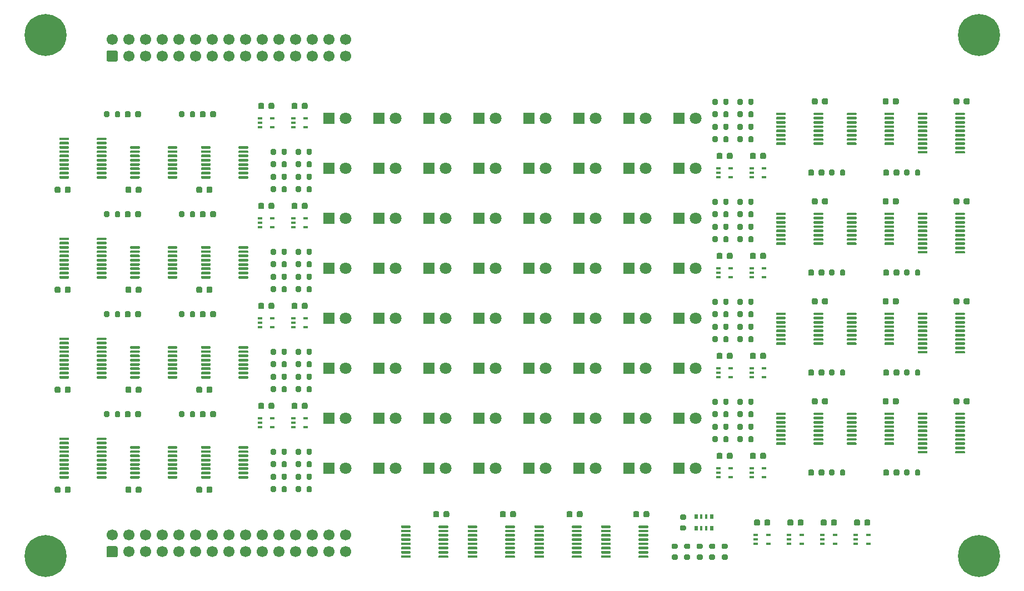
<source format=gbr>
%TF.GenerationSoftware,KiCad,Pcbnew,(5.1.9)-1*%
%TF.CreationDate,2021-05-31T11:41:51+02:00*%
%TF.ProjectId,periph_8x8leds,70657269-7068-45f3-9878-386c6564732e,v1_0*%
%TF.SameCoordinates,Original*%
%TF.FileFunction,Soldermask,Top*%
%TF.FilePolarity,Negative*%
%FSLAX46Y46*%
G04 Gerber Fmt 4.6, Leading zero omitted, Abs format (unit mm)*
G04 Created by KiCad (PCBNEW (5.1.9)-1) date 2021-05-31 11:41:51*
%MOMM*%
%LPD*%
G01*
G04 APERTURE LIST*
%ADD10C,1.800000*%
%ADD11R,1.800000X1.800000*%
%ADD12R,0.650000X0.400000*%
%ADD13R,0.500000X0.800000*%
%ADD14R,0.400000X0.800000*%
%ADD15C,1.700000*%
%ADD16C,0.800000*%
%ADD17C,6.400000*%
G04 APERTURE END LIST*
D10*
%TO.C,D27*%
X501015000Y-25400000D03*
D11*
X498475000Y-25400000D03*
%TD*%
D10*
%TO.C,D78*%
X485775000Y-63500000D03*
D11*
X483235000Y-63500000D03*
%TD*%
%TO.C,C13*%
G36*
G01*
X549507500Y-7800000D02*
X549507500Y-7300000D01*
G75*
G02*
X549732500Y-7075000I225000J0D01*
G01*
X550182500Y-7075000D01*
G75*
G02*
X550407500Y-7300000I0J-225000D01*
G01*
X550407500Y-7800000D01*
G75*
G02*
X550182500Y-8025000I-225000J0D01*
G01*
X549732500Y-8025000D01*
G75*
G02*
X549507500Y-7800000I0J225000D01*
G01*
G37*
G36*
G01*
X547957500Y-7800000D02*
X547957500Y-7300000D01*
G75*
G02*
X548182500Y-7075000I225000J0D01*
G01*
X548632500Y-7075000D01*
G75*
G02*
X548857500Y-7300000I0J-225000D01*
G01*
X548857500Y-7800000D01*
G75*
G02*
X548632500Y-8025000I-225000J0D01*
G01*
X548182500Y-8025000D01*
G75*
G02*
X547957500Y-7800000I0J225000D01*
G01*
G37*
%TD*%
%TO.C,U33*%
G36*
G01*
X548225000Y-40035000D02*
X548225000Y-39835000D01*
G75*
G02*
X548325000Y-39735000I100000J0D01*
G01*
X549600000Y-39735000D01*
G75*
G02*
X549700000Y-39835000I0J-100000D01*
G01*
X549700000Y-40035000D01*
G75*
G02*
X549600000Y-40135000I-100000J0D01*
G01*
X548325000Y-40135000D01*
G75*
G02*
X548225000Y-40035000I0J100000D01*
G01*
G37*
G36*
G01*
X548225000Y-40685000D02*
X548225000Y-40485000D01*
G75*
G02*
X548325000Y-40385000I100000J0D01*
G01*
X549600000Y-40385000D01*
G75*
G02*
X549700000Y-40485000I0J-100000D01*
G01*
X549700000Y-40685000D01*
G75*
G02*
X549600000Y-40785000I-100000J0D01*
G01*
X548325000Y-40785000D01*
G75*
G02*
X548225000Y-40685000I0J100000D01*
G01*
G37*
G36*
G01*
X548225000Y-41335000D02*
X548225000Y-41135000D01*
G75*
G02*
X548325000Y-41035000I100000J0D01*
G01*
X549600000Y-41035000D01*
G75*
G02*
X549700000Y-41135000I0J-100000D01*
G01*
X549700000Y-41335000D01*
G75*
G02*
X549600000Y-41435000I-100000J0D01*
G01*
X548325000Y-41435000D01*
G75*
G02*
X548225000Y-41335000I0J100000D01*
G01*
G37*
G36*
G01*
X548225000Y-41985000D02*
X548225000Y-41785000D01*
G75*
G02*
X548325000Y-41685000I100000J0D01*
G01*
X549600000Y-41685000D01*
G75*
G02*
X549700000Y-41785000I0J-100000D01*
G01*
X549700000Y-41985000D01*
G75*
G02*
X549600000Y-42085000I-100000J0D01*
G01*
X548325000Y-42085000D01*
G75*
G02*
X548225000Y-41985000I0J100000D01*
G01*
G37*
G36*
G01*
X548225000Y-42635000D02*
X548225000Y-42435000D01*
G75*
G02*
X548325000Y-42335000I100000J0D01*
G01*
X549600000Y-42335000D01*
G75*
G02*
X549700000Y-42435000I0J-100000D01*
G01*
X549700000Y-42635000D01*
G75*
G02*
X549600000Y-42735000I-100000J0D01*
G01*
X548325000Y-42735000D01*
G75*
G02*
X548225000Y-42635000I0J100000D01*
G01*
G37*
G36*
G01*
X548225000Y-43285000D02*
X548225000Y-43085000D01*
G75*
G02*
X548325000Y-42985000I100000J0D01*
G01*
X549600000Y-42985000D01*
G75*
G02*
X549700000Y-43085000I0J-100000D01*
G01*
X549700000Y-43285000D01*
G75*
G02*
X549600000Y-43385000I-100000J0D01*
G01*
X548325000Y-43385000D01*
G75*
G02*
X548225000Y-43285000I0J100000D01*
G01*
G37*
G36*
G01*
X548225000Y-43935000D02*
X548225000Y-43735000D01*
G75*
G02*
X548325000Y-43635000I100000J0D01*
G01*
X549600000Y-43635000D01*
G75*
G02*
X549700000Y-43735000I0J-100000D01*
G01*
X549700000Y-43935000D01*
G75*
G02*
X549600000Y-44035000I-100000J0D01*
G01*
X548325000Y-44035000D01*
G75*
G02*
X548225000Y-43935000I0J100000D01*
G01*
G37*
G36*
G01*
X548225000Y-44585000D02*
X548225000Y-44385000D01*
G75*
G02*
X548325000Y-44285000I100000J0D01*
G01*
X549600000Y-44285000D01*
G75*
G02*
X549700000Y-44385000I0J-100000D01*
G01*
X549700000Y-44585000D01*
G75*
G02*
X549600000Y-44685000I-100000J0D01*
G01*
X548325000Y-44685000D01*
G75*
G02*
X548225000Y-44585000I0J100000D01*
G01*
G37*
G36*
G01*
X548225000Y-45235000D02*
X548225000Y-45035000D01*
G75*
G02*
X548325000Y-44935000I100000J0D01*
G01*
X549600000Y-44935000D01*
G75*
G02*
X549700000Y-45035000I0J-100000D01*
G01*
X549700000Y-45235000D01*
G75*
G02*
X549600000Y-45335000I-100000J0D01*
G01*
X548325000Y-45335000D01*
G75*
G02*
X548225000Y-45235000I0J100000D01*
G01*
G37*
G36*
G01*
X548225000Y-45885000D02*
X548225000Y-45685000D01*
G75*
G02*
X548325000Y-45585000I100000J0D01*
G01*
X549600000Y-45585000D01*
G75*
G02*
X549700000Y-45685000I0J-100000D01*
G01*
X549700000Y-45885000D01*
G75*
G02*
X549600000Y-45985000I-100000J0D01*
G01*
X548325000Y-45985000D01*
G75*
G02*
X548225000Y-45885000I0J100000D01*
G01*
G37*
G36*
G01*
X542500000Y-45885000D02*
X542500000Y-45685000D01*
G75*
G02*
X542600000Y-45585000I100000J0D01*
G01*
X543875000Y-45585000D01*
G75*
G02*
X543975000Y-45685000I0J-100000D01*
G01*
X543975000Y-45885000D01*
G75*
G02*
X543875000Y-45985000I-100000J0D01*
G01*
X542600000Y-45985000D01*
G75*
G02*
X542500000Y-45885000I0J100000D01*
G01*
G37*
G36*
G01*
X542500000Y-45235000D02*
X542500000Y-45035000D01*
G75*
G02*
X542600000Y-44935000I100000J0D01*
G01*
X543875000Y-44935000D01*
G75*
G02*
X543975000Y-45035000I0J-100000D01*
G01*
X543975000Y-45235000D01*
G75*
G02*
X543875000Y-45335000I-100000J0D01*
G01*
X542600000Y-45335000D01*
G75*
G02*
X542500000Y-45235000I0J100000D01*
G01*
G37*
G36*
G01*
X542500000Y-44585000D02*
X542500000Y-44385000D01*
G75*
G02*
X542600000Y-44285000I100000J0D01*
G01*
X543875000Y-44285000D01*
G75*
G02*
X543975000Y-44385000I0J-100000D01*
G01*
X543975000Y-44585000D01*
G75*
G02*
X543875000Y-44685000I-100000J0D01*
G01*
X542600000Y-44685000D01*
G75*
G02*
X542500000Y-44585000I0J100000D01*
G01*
G37*
G36*
G01*
X542500000Y-43935000D02*
X542500000Y-43735000D01*
G75*
G02*
X542600000Y-43635000I100000J0D01*
G01*
X543875000Y-43635000D01*
G75*
G02*
X543975000Y-43735000I0J-100000D01*
G01*
X543975000Y-43935000D01*
G75*
G02*
X543875000Y-44035000I-100000J0D01*
G01*
X542600000Y-44035000D01*
G75*
G02*
X542500000Y-43935000I0J100000D01*
G01*
G37*
G36*
G01*
X542500000Y-43285000D02*
X542500000Y-43085000D01*
G75*
G02*
X542600000Y-42985000I100000J0D01*
G01*
X543875000Y-42985000D01*
G75*
G02*
X543975000Y-43085000I0J-100000D01*
G01*
X543975000Y-43285000D01*
G75*
G02*
X543875000Y-43385000I-100000J0D01*
G01*
X542600000Y-43385000D01*
G75*
G02*
X542500000Y-43285000I0J100000D01*
G01*
G37*
G36*
G01*
X542500000Y-42635000D02*
X542500000Y-42435000D01*
G75*
G02*
X542600000Y-42335000I100000J0D01*
G01*
X543875000Y-42335000D01*
G75*
G02*
X543975000Y-42435000I0J-100000D01*
G01*
X543975000Y-42635000D01*
G75*
G02*
X543875000Y-42735000I-100000J0D01*
G01*
X542600000Y-42735000D01*
G75*
G02*
X542500000Y-42635000I0J100000D01*
G01*
G37*
G36*
G01*
X542500000Y-41985000D02*
X542500000Y-41785000D01*
G75*
G02*
X542600000Y-41685000I100000J0D01*
G01*
X543875000Y-41685000D01*
G75*
G02*
X543975000Y-41785000I0J-100000D01*
G01*
X543975000Y-41985000D01*
G75*
G02*
X543875000Y-42085000I-100000J0D01*
G01*
X542600000Y-42085000D01*
G75*
G02*
X542500000Y-41985000I0J100000D01*
G01*
G37*
G36*
G01*
X542500000Y-41335000D02*
X542500000Y-41135000D01*
G75*
G02*
X542600000Y-41035000I100000J0D01*
G01*
X543875000Y-41035000D01*
G75*
G02*
X543975000Y-41135000I0J-100000D01*
G01*
X543975000Y-41335000D01*
G75*
G02*
X543875000Y-41435000I-100000J0D01*
G01*
X542600000Y-41435000D01*
G75*
G02*
X542500000Y-41335000I0J100000D01*
G01*
G37*
G36*
G01*
X542500000Y-40685000D02*
X542500000Y-40485000D01*
G75*
G02*
X542600000Y-40385000I100000J0D01*
G01*
X543875000Y-40385000D01*
G75*
G02*
X543975000Y-40485000I0J-100000D01*
G01*
X543975000Y-40685000D01*
G75*
G02*
X543875000Y-40785000I-100000J0D01*
G01*
X542600000Y-40785000D01*
G75*
G02*
X542500000Y-40685000I0J100000D01*
G01*
G37*
G36*
G01*
X542500000Y-40035000D02*
X542500000Y-39835000D01*
G75*
G02*
X542600000Y-39735000I100000J0D01*
G01*
X543875000Y-39735000D01*
G75*
G02*
X543975000Y-39835000I0J-100000D01*
G01*
X543975000Y-40035000D01*
G75*
G02*
X543875000Y-40135000I-100000J0D01*
G01*
X542600000Y-40135000D01*
G75*
G02*
X542500000Y-40035000I0J100000D01*
G01*
G37*
%TD*%
%TO.C,R21*%
G36*
G01*
X444710000Y-16870000D02*
X444710000Y-17420000D01*
G75*
G02*
X444510000Y-17620000I-200000J0D01*
G01*
X444110000Y-17620000D01*
G75*
G02*
X443910000Y-17420000I0J200000D01*
G01*
X443910000Y-16870000D01*
G75*
G02*
X444110000Y-16670000I200000J0D01*
G01*
X444510000Y-16670000D01*
G75*
G02*
X444710000Y-16870000I0J-200000D01*
G01*
G37*
G36*
G01*
X446360000Y-16870000D02*
X446360000Y-17420000D01*
G75*
G02*
X446160000Y-17620000I-200000J0D01*
G01*
X445760000Y-17620000D01*
G75*
G02*
X445560000Y-17420000I0J200000D01*
G01*
X445560000Y-16870000D01*
G75*
G02*
X445760000Y-16670000I200000J0D01*
G01*
X446160000Y-16670000D01*
G75*
G02*
X446360000Y-16870000I0J-200000D01*
G01*
G37*
%TD*%
%TO.C,U48*%
G36*
G01*
X413165000Y-64740000D02*
X413165000Y-64940000D01*
G75*
G02*
X413065000Y-65040000I-100000J0D01*
G01*
X411790000Y-65040000D01*
G75*
G02*
X411690000Y-64940000I0J100000D01*
G01*
X411690000Y-64740000D01*
G75*
G02*
X411790000Y-64640000I100000J0D01*
G01*
X413065000Y-64640000D01*
G75*
G02*
X413165000Y-64740000I0J-100000D01*
G01*
G37*
G36*
G01*
X413165000Y-64090000D02*
X413165000Y-64290000D01*
G75*
G02*
X413065000Y-64390000I-100000J0D01*
G01*
X411790000Y-64390000D01*
G75*
G02*
X411690000Y-64290000I0J100000D01*
G01*
X411690000Y-64090000D01*
G75*
G02*
X411790000Y-63990000I100000J0D01*
G01*
X413065000Y-63990000D01*
G75*
G02*
X413165000Y-64090000I0J-100000D01*
G01*
G37*
G36*
G01*
X413165000Y-63440000D02*
X413165000Y-63640000D01*
G75*
G02*
X413065000Y-63740000I-100000J0D01*
G01*
X411790000Y-63740000D01*
G75*
G02*
X411690000Y-63640000I0J100000D01*
G01*
X411690000Y-63440000D01*
G75*
G02*
X411790000Y-63340000I100000J0D01*
G01*
X413065000Y-63340000D01*
G75*
G02*
X413165000Y-63440000I0J-100000D01*
G01*
G37*
G36*
G01*
X413165000Y-62790000D02*
X413165000Y-62990000D01*
G75*
G02*
X413065000Y-63090000I-100000J0D01*
G01*
X411790000Y-63090000D01*
G75*
G02*
X411690000Y-62990000I0J100000D01*
G01*
X411690000Y-62790000D01*
G75*
G02*
X411790000Y-62690000I100000J0D01*
G01*
X413065000Y-62690000D01*
G75*
G02*
X413165000Y-62790000I0J-100000D01*
G01*
G37*
G36*
G01*
X413165000Y-62140000D02*
X413165000Y-62340000D01*
G75*
G02*
X413065000Y-62440000I-100000J0D01*
G01*
X411790000Y-62440000D01*
G75*
G02*
X411690000Y-62340000I0J100000D01*
G01*
X411690000Y-62140000D01*
G75*
G02*
X411790000Y-62040000I100000J0D01*
G01*
X413065000Y-62040000D01*
G75*
G02*
X413165000Y-62140000I0J-100000D01*
G01*
G37*
G36*
G01*
X413165000Y-61490000D02*
X413165000Y-61690000D01*
G75*
G02*
X413065000Y-61790000I-100000J0D01*
G01*
X411790000Y-61790000D01*
G75*
G02*
X411690000Y-61690000I0J100000D01*
G01*
X411690000Y-61490000D01*
G75*
G02*
X411790000Y-61390000I100000J0D01*
G01*
X413065000Y-61390000D01*
G75*
G02*
X413165000Y-61490000I0J-100000D01*
G01*
G37*
G36*
G01*
X413165000Y-60840000D02*
X413165000Y-61040000D01*
G75*
G02*
X413065000Y-61140000I-100000J0D01*
G01*
X411790000Y-61140000D01*
G75*
G02*
X411690000Y-61040000I0J100000D01*
G01*
X411690000Y-60840000D01*
G75*
G02*
X411790000Y-60740000I100000J0D01*
G01*
X413065000Y-60740000D01*
G75*
G02*
X413165000Y-60840000I0J-100000D01*
G01*
G37*
G36*
G01*
X413165000Y-60190000D02*
X413165000Y-60390000D01*
G75*
G02*
X413065000Y-60490000I-100000J0D01*
G01*
X411790000Y-60490000D01*
G75*
G02*
X411690000Y-60390000I0J100000D01*
G01*
X411690000Y-60190000D01*
G75*
G02*
X411790000Y-60090000I100000J0D01*
G01*
X413065000Y-60090000D01*
G75*
G02*
X413165000Y-60190000I0J-100000D01*
G01*
G37*
G36*
G01*
X413165000Y-59540000D02*
X413165000Y-59740000D01*
G75*
G02*
X413065000Y-59840000I-100000J0D01*
G01*
X411790000Y-59840000D01*
G75*
G02*
X411690000Y-59740000I0J100000D01*
G01*
X411690000Y-59540000D01*
G75*
G02*
X411790000Y-59440000I100000J0D01*
G01*
X413065000Y-59440000D01*
G75*
G02*
X413165000Y-59540000I0J-100000D01*
G01*
G37*
G36*
G01*
X413165000Y-58890000D02*
X413165000Y-59090000D01*
G75*
G02*
X413065000Y-59190000I-100000J0D01*
G01*
X411790000Y-59190000D01*
G75*
G02*
X411690000Y-59090000I0J100000D01*
G01*
X411690000Y-58890000D01*
G75*
G02*
X411790000Y-58790000I100000J0D01*
G01*
X413065000Y-58790000D01*
G75*
G02*
X413165000Y-58890000I0J-100000D01*
G01*
G37*
G36*
G01*
X418890000Y-58890000D02*
X418890000Y-59090000D01*
G75*
G02*
X418790000Y-59190000I-100000J0D01*
G01*
X417515000Y-59190000D01*
G75*
G02*
X417415000Y-59090000I0J100000D01*
G01*
X417415000Y-58890000D01*
G75*
G02*
X417515000Y-58790000I100000J0D01*
G01*
X418790000Y-58790000D01*
G75*
G02*
X418890000Y-58890000I0J-100000D01*
G01*
G37*
G36*
G01*
X418890000Y-59540000D02*
X418890000Y-59740000D01*
G75*
G02*
X418790000Y-59840000I-100000J0D01*
G01*
X417515000Y-59840000D01*
G75*
G02*
X417415000Y-59740000I0J100000D01*
G01*
X417415000Y-59540000D01*
G75*
G02*
X417515000Y-59440000I100000J0D01*
G01*
X418790000Y-59440000D01*
G75*
G02*
X418890000Y-59540000I0J-100000D01*
G01*
G37*
G36*
G01*
X418890000Y-60190000D02*
X418890000Y-60390000D01*
G75*
G02*
X418790000Y-60490000I-100000J0D01*
G01*
X417515000Y-60490000D01*
G75*
G02*
X417415000Y-60390000I0J100000D01*
G01*
X417415000Y-60190000D01*
G75*
G02*
X417515000Y-60090000I100000J0D01*
G01*
X418790000Y-60090000D01*
G75*
G02*
X418890000Y-60190000I0J-100000D01*
G01*
G37*
G36*
G01*
X418890000Y-60840000D02*
X418890000Y-61040000D01*
G75*
G02*
X418790000Y-61140000I-100000J0D01*
G01*
X417515000Y-61140000D01*
G75*
G02*
X417415000Y-61040000I0J100000D01*
G01*
X417415000Y-60840000D01*
G75*
G02*
X417515000Y-60740000I100000J0D01*
G01*
X418790000Y-60740000D01*
G75*
G02*
X418890000Y-60840000I0J-100000D01*
G01*
G37*
G36*
G01*
X418890000Y-61490000D02*
X418890000Y-61690000D01*
G75*
G02*
X418790000Y-61790000I-100000J0D01*
G01*
X417515000Y-61790000D01*
G75*
G02*
X417415000Y-61690000I0J100000D01*
G01*
X417415000Y-61490000D01*
G75*
G02*
X417515000Y-61390000I100000J0D01*
G01*
X418790000Y-61390000D01*
G75*
G02*
X418890000Y-61490000I0J-100000D01*
G01*
G37*
G36*
G01*
X418890000Y-62140000D02*
X418890000Y-62340000D01*
G75*
G02*
X418790000Y-62440000I-100000J0D01*
G01*
X417515000Y-62440000D01*
G75*
G02*
X417415000Y-62340000I0J100000D01*
G01*
X417415000Y-62140000D01*
G75*
G02*
X417515000Y-62040000I100000J0D01*
G01*
X418790000Y-62040000D01*
G75*
G02*
X418890000Y-62140000I0J-100000D01*
G01*
G37*
G36*
G01*
X418890000Y-62790000D02*
X418890000Y-62990000D01*
G75*
G02*
X418790000Y-63090000I-100000J0D01*
G01*
X417515000Y-63090000D01*
G75*
G02*
X417415000Y-62990000I0J100000D01*
G01*
X417415000Y-62790000D01*
G75*
G02*
X417515000Y-62690000I100000J0D01*
G01*
X418790000Y-62690000D01*
G75*
G02*
X418890000Y-62790000I0J-100000D01*
G01*
G37*
G36*
G01*
X418890000Y-63440000D02*
X418890000Y-63640000D01*
G75*
G02*
X418790000Y-63740000I-100000J0D01*
G01*
X417515000Y-63740000D01*
G75*
G02*
X417415000Y-63640000I0J100000D01*
G01*
X417415000Y-63440000D01*
G75*
G02*
X417515000Y-63340000I100000J0D01*
G01*
X418790000Y-63340000D01*
G75*
G02*
X418890000Y-63440000I0J-100000D01*
G01*
G37*
G36*
G01*
X418890000Y-64090000D02*
X418890000Y-64290000D01*
G75*
G02*
X418790000Y-64390000I-100000J0D01*
G01*
X417515000Y-64390000D01*
G75*
G02*
X417415000Y-64290000I0J100000D01*
G01*
X417415000Y-64090000D01*
G75*
G02*
X417515000Y-63990000I100000J0D01*
G01*
X418790000Y-63990000D01*
G75*
G02*
X418890000Y-64090000I0J-100000D01*
G01*
G37*
G36*
G01*
X418890000Y-64740000D02*
X418890000Y-64940000D01*
G75*
G02*
X418790000Y-65040000I-100000J0D01*
G01*
X417515000Y-65040000D01*
G75*
G02*
X417415000Y-64940000I0J100000D01*
G01*
X417415000Y-64740000D01*
G75*
G02*
X417515000Y-64640000I100000J0D01*
G01*
X418790000Y-64640000D01*
G75*
G02*
X418890000Y-64740000I0J-100000D01*
G01*
G37*
%TD*%
%TO.C,U47*%
G36*
G01*
X434755000Y-64740000D02*
X434755000Y-64940000D01*
G75*
G02*
X434655000Y-65040000I-100000J0D01*
G01*
X433380000Y-65040000D01*
G75*
G02*
X433280000Y-64940000I0J100000D01*
G01*
X433280000Y-64740000D01*
G75*
G02*
X433380000Y-64640000I100000J0D01*
G01*
X434655000Y-64640000D01*
G75*
G02*
X434755000Y-64740000I0J-100000D01*
G01*
G37*
G36*
G01*
X434755000Y-64090000D02*
X434755000Y-64290000D01*
G75*
G02*
X434655000Y-64390000I-100000J0D01*
G01*
X433380000Y-64390000D01*
G75*
G02*
X433280000Y-64290000I0J100000D01*
G01*
X433280000Y-64090000D01*
G75*
G02*
X433380000Y-63990000I100000J0D01*
G01*
X434655000Y-63990000D01*
G75*
G02*
X434755000Y-64090000I0J-100000D01*
G01*
G37*
G36*
G01*
X434755000Y-63440000D02*
X434755000Y-63640000D01*
G75*
G02*
X434655000Y-63740000I-100000J0D01*
G01*
X433380000Y-63740000D01*
G75*
G02*
X433280000Y-63640000I0J100000D01*
G01*
X433280000Y-63440000D01*
G75*
G02*
X433380000Y-63340000I100000J0D01*
G01*
X434655000Y-63340000D01*
G75*
G02*
X434755000Y-63440000I0J-100000D01*
G01*
G37*
G36*
G01*
X434755000Y-62790000D02*
X434755000Y-62990000D01*
G75*
G02*
X434655000Y-63090000I-100000J0D01*
G01*
X433380000Y-63090000D01*
G75*
G02*
X433280000Y-62990000I0J100000D01*
G01*
X433280000Y-62790000D01*
G75*
G02*
X433380000Y-62690000I100000J0D01*
G01*
X434655000Y-62690000D01*
G75*
G02*
X434755000Y-62790000I0J-100000D01*
G01*
G37*
G36*
G01*
X434755000Y-62140000D02*
X434755000Y-62340000D01*
G75*
G02*
X434655000Y-62440000I-100000J0D01*
G01*
X433380000Y-62440000D01*
G75*
G02*
X433280000Y-62340000I0J100000D01*
G01*
X433280000Y-62140000D01*
G75*
G02*
X433380000Y-62040000I100000J0D01*
G01*
X434655000Y-62040000D01*
G75*
G02*
X434755000Y-62140000I0J-100000D01*
G01*
G37*
G36*
G01*
X434755000Y-61490000D02*
X434755000Y-61690000D01*
G75*
G02*
X434655000Y-61790000I-100000J0D01*
G01*
X433380000Y-61790000D01*
G75*
G02*
X433280000Y-61690000I0J100000D01*
G01*
X433280000Y-61490000D01*
G75*
G02*
X433380000Y-61390000I100000J0D01*
G01*
X434655000Y-61390000D01*
G75*
G02*
X434755000Y-61490000I0J-100000D01*
G01*
G37*
G36*
G01*
X434755000Y-60840000D02*
X434755000Y-61040000D01*
G75*
G02*
X434655000Y-61140000I-100000J0D01*
G01*
X433380000Y-61140000D01*
G75*
G02*
X433280000Y-61040000I0J100000D01*
G01*
X433280000Y-60840000D01*
G75*
G02*
X433380000Y-60740000I100000J0D01*
G01*
X434655000Y-60740000D01*
G75*
G02*
X434755000Y-60840000I0J-100000D01*
G01*
G37*
G36*
G01*
X434755000Y-60190000D02*
X434755000Y-60390000D01*
G75*
G02*
X434655000Y-60490000I-100000J0D01*
G01*
X433380000Y-60490000D01*
G75*
G02*
X433280000Y-60390000I0J100000D01*
G01*
X433280000Y-60190000D01*
G75*
G02*
X433380000Y-60090000I100000J0D01*
G01*
X434655000Y-60090000D01*
G75*
G02*
X434755000Y-60190000I0J-100000D01*
G01*
G37*
G36*
G01*
X440480000Y-60190000D02*
X440480000Y-60390000D01*
G75*
G02*
X440380000Y-60490000I-100000J0D01*
G01*
X439105000Y-60490000D01*
G75*
G02*
X439005000Y-60390000I0J100000D01*
G01*
X439005000Y-60190000D01*
G75*
G02*
X439105000Y-60090000I100000J0D01*
G01*
X440380000Y-60090000D01*
G75*
G02*
X440480000Y-60190000I0J-100000D01*
G01*
G37*
G36*
G01*
X440480000Y-60840000D02*
X440480000Y-61040000D01*
G75*
G02*
X440380000Y-61140000I-100000J0D01*
G01*
X439105000Y-61140000D01*
G75*
G02*
X439005000Y-61040000I0J100000D01*
G01*
X439005000Y-60840000D01*
G75*
G02*
X439105000Y-60740000I100000J0D01*
G01*
X440380000Y-60740000D01*
G75*
G02*
X440480000Y-60840000I0J-100000D01*
G01*
G37*
G36*
G01*
X440480000Y-61490000D02*
X440480000Y-61690000D01*
G75*
G02*
X440380000Y-61790000I-100000J0D01*
G01*
X439105000Y-61790000D01*
G75*
G02*
X439005000Y-61690000I0J100000D01*
G01*
X439005000Y-61490000D01*
G75*
G02*
X439105000Y-61390000I100000J0D01*
G01*
X440380000Y-61390000D01*
G75*
G02*
X440480000Y-61490000I0J-100000D01*
G01*
G37*
G36*
G01*
X440480000Y-62140000D02*
X440480000Y-62340000D01*
G75*
G02*
X440380000Y-62440000I-100000J0D01*
G01*
X439105000Y-62440000D01*
G75*
G02*
X439005000Y-62340000I0J100000D01*
G01*
X439005000Y-62140000D01*
G75*
G02*
X439105000Y-62040000I100000J0D01*
G01*
X440380000Y-62040000D01*
G75*
G02*
X440480000Y-62140000I0J-100000D01*
G01*
G37*
G36*
G01*
X440480000Y-62790000D02*
X440480000Y-62990000D01*
G75*
G02*
X440380000Y-63090000I-100000J0D01*
G01*
X439105000Y-63090000D01*
G75*
G02*
X439005000Y-62990000I0J100000D01*
G01*
X439005000Y-62790000D01*
G75*
G02*
X439105000Y-62690000I100000J0D01*
G01*
X440380000Y-62690000D01*
G75*
G02*
X440480000Y-62790000I0J-100000D01*
G01*
G37*
G36*
G01*
X440480000Y-63440000D02*
X440480000Y-63640000D01*
G75*
G02*
X440380000Y-63740000I-100000J0D01*
G01*
X439105000Y-63740000D01*
G75*
G02*
X439005000Y-63640000I0J100000D01*
G01*
X439005000Y-63440000D01*
G75*
G02*
X439105000Y-63340000I100000J0D01*
G01*
X440380000Y-63340000D01*
G75*
G02*
X440480000Y-63440000I0J-100000D01*
G01*
G37*
G36*
G01*
X440480000Y-64090000D02*
X440480000Y-64290000D01*
G75*
G02*
X440380000Y-64390000I-100000J0D01*
G01*
X439105000Y-64390000D01*
G75*
G02*
X439005000Y-64290000I0J100000D01*
G01*
X439005000Y-64090000D01*
G75*
G02*
X439105000Y-63990000I100000J0D01*
G01*
X440380000Y-63990000D01*
G75*
G02*
X440480000Y-64090000I0J-100000D01*
G01*
G37*
G36*
G01*
X440480000Y-64740000D02*
X440480000Y-64940000D01*
G75*
G02*
X440380000Y-65040000I-100000J0D01*
G01*
X439105000Y-65040000D01*
G75*
G02*
X439005000Y-64940000I0J100000D01*
G01*
X439005000Y-64740000D01*
G75*
G02*
X439105000Y-64640000I100000J0D01*
G01*
X440380000Y-64640000D01*
G75*
G02*
X440480000Y-64740000I0J-100000D01*
G01*
G37*
%TD*%
%TO.C,U46*%
G36*
G01*
X423960000Y-64740000D02*
X423960000Y-64940000D01*
G75*
G02*
X423860000Y-65040000I-100000J0D01*
G01*
X422585000Y-65040000D01*
G75*
G02*
X422485000Y-64940000I0J100000D01*
G01*
X422485000Y-64740000D01*
G75*
G02*
X422585000Y-64640000I100000J0D01*
G01*
X423860000Y-64640000D01*
G75*
G02*
X423960000Y-64740000I0J-100000D01*
G01*
G37*
G36*
G01*
X423960000Y-64090000D02*
X423960000Y-64290000D01*
G75*
G02*
X423860000Y-64390000I-100000J0D01*
G01*
X422585000Y-64390000D01*
G75*
G02*
X422485000Y-64290000I0J100000D01*
G01*
X422485000Y-64090000D01*
G75*
G02*
X422585000Y-63990000I100000J0D01*
G01*
X423860000Y-63990000D01*
G75*
G02*
X423960000Y-64090000I0J-100000D01*
G01*
G37*
G36*
G01*
X423960000Y-63440000D02*
X423960000Y-63640000D01*
G75*
G02*
X423860000Y-63740000I-100000J0D01*
G01*
X422585000Y-63740000D01*
G75*
G02*
X422485000Y-63640000I0J100000D01*
G01*
X422485000Y-63440000D01*
G75*
G02*
X422585000Y-63340000I100000J0D01*
G01*
X423860000Y-63340000D01*
G75*
G02*
X423960000Y-63440000I0J-100000D01*
G01*
G37*
G36*
G01*
X423960000Y-62790000D02*
X423960000Y-62990000D01*
G75*
G02*
X423860000Y-63090000I-100000J0D01*
G01*
X422585000Y-63090000D01*
G75*
G02*
X422485000Y-62990000I0J100000D01*
G01*
X422485000Y-62790000D01*
G75*
G02*
X422585000Y-62690000I100000J0D01*
G01*
X423860000Y-62690000D01*
G75*
G02*
X423960000Y-62790000I0J-100000D01*
G01*
G37*
G36*
G01*
X423960000Y-62140000D02*
X423960000Y-62340000D01*
G75*
G02*
X423860000Y-62440000I-100000J0D01*
G01*
X422585000Y-62440000D01*
G75*
G02*
X422485000Y-62340000I0J100000D01*
G01*
X422485000Y-62140000D01*
G75*
G02*
X422585000Y-62040000I100000J0D01*
G01*
X423860000Y-62040000D01*
G75*
G02*
X423960000Y-62140000I0J-100000D01*
G01*
G37*
G36*
G01*
X423960000Y-61490000D02*
X423960000Y-61690000D01*
G75*
G02*
X423860000Y-61790000I-100000J0D01*
G01*
X422585000Y-61790000D01*
G75*
G02*
X422485000Y-61690000I0J100000D01*
G01*
X422485000Y-61490000D01*
G75*
G02*
X422585000Y-61390000I100000J0D01*
G01*
X423860000Y-61390000D01*
G75*
G02*
X423960000Y-61490000I0J-100000D01*
G01*
G37*
G36*
G01*
X423960000Y-60840000D02*
X423960000Y-61040000D01*
G75*
G02*
X423860000Y-61140000I-100000J0D01*
G01*
X422585000Y-61140000D01*
G75*
G02*
X422485000Y-61040000I0J100000D01*
G01*
X422485000Y-60840000D01*
G75*
G02*
X422585000Y-60740000I100000J0D01*
G01*
X423860000Y-60740000D01*
G75*
G02*
X423960000Y-60840000I0J-100000D01*
G01*
G37*
G36*
G01*
X423960000Y-60190000D02*
X423960000Y-60390000D01*
G75*
G02*
X423860000Y-60490000I-100000J0D01*
G01*
X422585000Y-60490000D01*
G75*
G02*
X422485000Y-60390000I0J100000D01*
G01*
X422485000Y-60190000D01*
G75*
G02*
X422585000Y-60090000I100000J0D01*
G01*
X423860000Y-60090000D01*
G75*
G02*
X423960000Y-60190000I0J-100000D01*
G01*
G37*
G36*
G01*
X429685000Y-60190000D02*
X429685000Y-60390000D01*
G75*
G02*
X429585000Y-60490000I-100000J0D01*
G01*
X428310000Y-60490000D01*
G75*
G02*
X428210000Y-60390000I0J100000D01*
G01*
X428210000Y-60190000D01*
G75*
G02*
X428310000Y-60090000I100000J0D01*
G01*
X429585000Y-60090000D01*
G75*
G02*
X429685000Y-60190000I0J-100000D01*
G01*
G37*
G36*
G01*
X429685000Y-60840000D02*
X429685000Y-61040000D01*
G75*
G02*
X429585000Y-61140000I-100000J0D01*
G01*
X428310000Y-61140000D01*
G75*
G02*
X428210000Y-61040000I0J100000D01*
G01*
X428210000Y-60840000D01*
G75*
G02*
X428310000Y-60740000I100000J0D01*
G01*
X429585000Y-60740000D01*
G75*
G02*
X429685000Y-60840000I0J-100000D01*
G01*
G37*
G36*
G01*
X429685000Y-61490000D02*
X429685000Y-61690000D01*
G75*
G02*
X429585000Y-61790000I-100000J0D01*
G01*
X428310000Y-61790000D01*
G75*
G02*
X428210000Y-61690000I0J100000D01*
G01*
X428210000Y-61490000D01*
G75*
G02*
X428310000Y-61390000I100000J0D01*
G01*
X429585000Y-61390000D01*
G75*
G02*
X429685000Y-61490000I0J-100000D01*
G01*
G37*
G36*
G01*
X429685000Y-62140000D02*
X429685000Y-62340000D01*
G75*
G02*
X429585000Y-62440000I-100000J0D01*
G01*
X428310000Y-62440000D01*
G75*
G02*
X428210000Y-62340000I0J100000D01*
G01*
X428210000Y-62140000D01*
G75*
G02*
X428310000Y-62040000I100000J0D01*
G01*
X429585000Y-62040000D01*
G75*
G02*
X429685000Y-62140000I0J-100000D01*
G01*
G37*
G36*
G01*
X429685000Y-62790000D02*
X429685000Y-62990000D01*
G75*
G02*
X429585000Y-63090000I-100000J0D01*
G01*
X428310000Y-63090000D01*
G75*
G02*
X428210000Y-62990000I0J100000D01*
G01*
X428210000Y-62790000D01*
G75*
G02*
X428310000Y-62690000I100000J0D01*
G01*
X429585000Y-62690000D01*
G75*
G02*
X429685000Y-62790000I0J-100000D01*
G01*
G37*
G36*
G01*
X429685000Y-63440000D02*
X429685000Y-63640000D01*
G75*
G02*
X429585000Y-63740000I-100000J0D01*
G01*
X428310000Y-63740000D01*
G75*
G02*
X428210000Y-63640000I0J100000D01*
G01*
X428210000Y-63440000D01*
G75*
G02*
X428310000Y-63340000I100000J0D01*
G01*
X429585000Y-63340000D01*
G75*
G02*
X429685000Y-63440000I0J-100000D01*
G01*
G37*
G36*
G01*
X429685000Y-64090000D02*
X429685000Y-64290000D01*
G75*
G02*
X429585000Y-64390000I-100000J0D01*
G01*
X428310000Y-64390000D01*
G75*
G02*
X428210000Y-64290000I0J100000D01*
G01*
X428210000Y-64090000D01*
G75*
G02*
X428310000Y-63990000I100000J0D01*
G01*
X429585000Y-63990000D01*
G75*
G02*
X429685000Y-64090000I0J-100000D01*
G01*
G37*
G36*
G01*
X429685000Y-64740000D02*
X429685000Y-64940000D01*
G75*
G02*
X429585000Y-65040000I-100000J0D01*
G01*
X428310000Y-65040000D01*
G75*
G02*
X428210000Y-64940000I0J100000D01*
G01*
X428210000Y-64740000D01*
G75*
G02*
X428310000Y-64640000I100000J0D01*
G01*
X429585000Y-64640000D01*
G75*
G02*
X429685000Y-64740000I0J-100000D01*
G01*
G37*
%TD*%
D12*
%TO.C,U45*%
X444180000Y-55865000D03*
X444180000Y-57165000D03*
X442280000Y-56515000D03*
X442280000Y-57165000D03*
X442280000Y-55865000D03*
%TD*%
%TO.C,U44*%
X449260000Y-55865000D03*
X449260000Y-57165000D03*
X447360000Y-56515000D03*
X447360000Y-57165000D03*
X447360000Y-55865000D03*
%TD*%
%TO.C,U43*%
G36*
G01*
X548225000Y-55275000D02*
X548225000Y-55075000D01*
G75*
G02*
X548325000Y-54975000I100000J0D01*
G01*
X549600000Y-54975000D01*
G75*
G02*
X549700000Y-55075000I0J-100000D01*
G01*
X549700000Y-55275000D01*
G75*
G02*
X549600000Y-55375000I-100000J0D01*
G01*
X548325000Y-55375000D01*
G75*
G02*
X548225000Y-55275000I0J100000D01*
G01*
G37*
G36*
G01*
X548225000Y-55925000D02*
X548225000Y-55725000D01*
G75*
G02*
X548325000Y-55625000I100000J0D01*
G01*
X549600000Y-55625000D01*
G75*
G02*
X549700000Y-55725000I0J-100000D01*
G01*
X549700000Y-55925000D01*
G75*
G02*
X549600000Y-56025000I-100000J0D01*
G01*
X548325000Y-56025000D01*
G75*
G02*
X548225000Y-55925000I0J100000D01*
G01*
G37*
G36*
G01*
X548225000Y-56575000D02*
X548225000Y-56375000D01*
G75*
G02*
X548325000Y-56275000I100000J0D01*
G01*
X549600000Y-56275000D01*
G75*
G02*
X549700000Y-56375000I0J-100000D01*
G01*
X549700000Y-56575000D01*
G75*
G02*
X549600000Y-56675000I-100000J0D01*
G01*
X548325000Y-56675000D01*
G75*
G02*
X548225000Y-56575000I0J100000D01*
G01*
G37*
G36*
G01*
X548225000Y-57225000D02*
X548225000Y-57025000D01*
G75*
G02*
X548325000Y-56925000I100000J0D01*
G01*
X549600000Y-56925000D01*
G75*
G02*
X549700000Y-57025000I0J-100000D01*
G01*
X549700000Y-57225000D01*
G75*
G02*
X549600000Y-57325000I-100000J0D01*
G01*
X548325000Y-57325000D01*
G75*
G02*
X548225000Y-57225000I0J100000D01*
G01*
G37*
G36*
G01*
X548225000Y-57875000D02*
X548225000Y-57675000D01*
G75*
G02*
X548325000Y-57575000I100000J0D01*
G01*
X549600000Y-57575000D01*
G75*
G02*
X549700000Y-57675000I0J-100000D01*
G01*
X549700000Y-57875000D01*
G75*
G02*
X549600000Y-57975000I-100000J0D01*
G01*
X548325000Y-57975000D01*
G75*
G02*
X548225000Y-57875000I0J100000D01*
G01*
G37*
G36*
G01*
X548225000Y-58525000D02*
X548225000Y-58325000D01*
G75*
G02*
X548325000Y-58225000I100000J0D01*
G01*
X549600000Y-58225000D01*
G75*
G02*
X549700000Y-58325000I0J-100000D01*
G01*
X549700000Y-58525000D01*
G75*
G02*
X549600000Y-58625000I-100000J0D01*
G01*
X548325000Y-58625000D01*
G75*
G02*
X548225000Y-58525000I0J100000D01*
G01*
G37*
G36*
G01*
X548225000Y-59175000D02*
X548225000Y-58975000D01*
G75*
G02*
X548325000Y-58875000I100000J0D01*
G01*
X549600000Y-58875000D01*
G75*
G02*
X549700000Y-58975000I0J-100000D01*
G01*
X549700000Y-59175000D01*
G75*
G02*
X549600000Y-59275000I-100000J0D01*
G01*
X548325000Y-59275000D01*
G75*
G02*
X548225000Y-59175000I0J100000D01*
G01*
G37*
G36*
G01*
X548225000Y-59825000D02*
X548225000Y-59625000D01*
G75*
G02*
X548325000Y-59525000I100000J0D01*
G01*
X549600000Y-59525000D01*
G75*
G02*
X549700000Y-59625000I0J-100000D01*
G01*
X549700000Y-59825000D01*
G75*
G02*
X549600000Y-59925000I-100000J0D01*
G01*
X548325000Y-59925000D01*
G75*
G02*
X548225000Y-59825000I0J100000D01*
G01*
G37*
G36*
G01*
X548225000Y-60475000D02*
X548225000Y-60275000D01*
G75*
G02*
X548325000Y-60175000I100000J0D01*
G01*
X549600000Y-60175000D01*
G75*
G02*
X549700000Y-60275000I0J-100000D01*
G01*
X549700000Y-60475000D01*
G75*
G02*
X549600000Y-60575000I-100000J0D01*
G01*
X548325000Y-60575000D01*
G75*
G02*
X548225000Y-60475000I0J100000D01*
G01*
G37*
G36*
G01*
X548225000Y-61125000D02*
X548225000Y-60925000D01*
G75*
G02*
X548325000Y-60825000I100000J0D01*
G01*
X549600000Y-60825000D01*
G75*
G02*
X549700000Y-60925000I0J-100000D01*
G01*
X549700000Y-61125000D01*
G75*
G02*
X549600000Y-61225000I-100000J0D01*
G01*
X548325000Y-61225000D01*
G75*
G02*
X548225000Y-61125000I0J100000D01*
G01*
G37*
G36*
G01*
X542500000Y-61125000D02*
X542500000Y-60925000D01*
G75*
G02*
X542600000Y-60825000I100000J0D01*
G01*
X543875000Y-60825000D01*
G75*
G02*
X543975000Y-60925000I0J-100000D01*
G01*
X543975000Y-61125000D01*
G75*
G02*
X543875000Y-61225000I-100000J0D01*
G01*
X542600000Y-61225000D01*
G75*
G02*
X542500000Y-61125000I0J100000D01*
G01*
G37*
G36*
G01*
X542500000Y-60475000D02*
X542500000Y-60275000D01*
G75*
G02*
X542600000Y-60175000I100000J0D01*
G01*
X543875000Y-60175000D01*
G75*
G02*
X543975000Y-60275000I0J-100000D01*
G01*
X543975000Y-60475000D01*
G75*
G02*
X543875000Y-60575000I-100000J0D01*
G01*
X542600000Y-60575000D01*
G75*
G02*
X542500000Y-60475000I0J100000D01*
G01*
G37*
G36*
G01*
X542500000Y-59825000D02*
X542500000Y-59625000D01*
G75*
G02*
X542600000Y-59525000I100000J0D01*
G01*
X543875000Y-59525000D01*
G75*
G02*
X543975000Y-59625000I0J-100000D01*
G01*
X543975000Y-59825000D01*
G75*
G02*
X543875000Y-59925000I-100000J0D01*
G01*
X542600000Y-59925000D01*
G75*
G02*
X542500000Y-59825000I0J100000D01*
G01*
G37*
G36*
G01*
X542500000Y-59175000D02*
X542500000Y-58975000D01*
G75*
G02*
X542600000Y-58875000I100000J0D01*
G01*
X543875000Y-58875000D01*
G75*
G02*
X543975000Y-58975000I0J-100000D01*
G01*
X543975000Y-59175000D01*
G75*
G02*
X543875000Y-59275000I-100000J0D01*
G01*
X542600000Y-59275000D01*
G75*
G02*
X542500000Y-59175000I0J100000D01*
G01*
G37*
G36*
G01*
X542500000Y-58525000D02*
X542500000Y-58325000D01*
G75*
G02*
X542600000Y-58225000I100000J0D01*
G01*
X543875000Y-58225000D01*
G75*
G02*
X543975000Y-58325000I0J-100000D01*
G01*
X543975000Y-58525000D01*
G75*
G02*
X543875000Y-58625000I-100000J0D01*
G01*
X542600000Y-58625000D01*
G75*
G02*
X542500000Y-58525000I0J100000D01*
G01*
G37*
G36*
G01*
X542500000Y-57875000D02*
X542500000Y-57675000D01*
G75*
G02*
X542600000Y-57575000I100000J0D01*
G01*
X543875000Y-57575000D01*
G75*
G02*
X543975000Y-57675000I0J-100000D01*
G01*
X543975000Y-57875000D01*
G75*
G02*
X543875000Y-57975000I-100000J0D01*
G01*
X542600000Y-57975000D01*
G75*
G02*
X542500000Y-57875000I0J100000D01*
G01*
G37*
G36*
G01*
X542500000Y-57225000D02*
X542500000Y-57025000D01*
G75*
G02*
X542600000Y-56925000I100000J0D01*
G01*
X543875000Y-56925000D01*
G75*
G02*
X543975000Y-57025000I0J-100000D01*
G01*
X543975000Y-57225000D01*
G75*
G02*
X543875000Y-57325000I-100000J0D01*
G01*
X542600000Y-57325000D01*
G75*
G02*
X542500000Y-57225000I0J100000D01*
G01*
G37*
G36*
G01*
X542500000Y-56575000D02*
X542500000Y-56375000D01*
G75*
G02*
X542600000Y-56275000I100000J0D01*
G01*
X543875000Y-56275000D01*
G75*
G02*
X543975000Y-56375000I0J-100000D01*
G01*
X543975000Y-56575000D01*
G75*
G02*
X543875000Y-56675000I-100000J0D01*
G01*
X542600000Y-56675000D01*
G75*
G02*
X542500000Y-56575000I0J100000D01*
G01*
G37*
G36*
G01*
X542500000Y-55925000D02*
X542500000Y-55725000D01*
G75*
G02*
X542600000Y-55625000I100000J0D01*
G01*
X543875000Y-55625000D01*
G75*
G02*
X543975000Y-55725000I0J-100000D01*
G01*
X543975000Y-55925000D01*
G75*
G02*
X543875000Y-56025000I-100000J0D01*
G01*
X542600000Y-56025000D01*
G75*
G02*
X542500000Y-55925000I0J100000D01*
G01*
G37*
G36*
G01*
X542500000Y-55275000D02*
X542500000Y-55075000D01*
G75*
G02*
X542600000Y-54975000I100000J0D01*
G01*
X543875000Y-54975000D01*
G75*
G02*
X543975000Y-55075000I0J-100000D01*
G01*
X543975000Y-55275000D01*
G75*
G02*
X543875000Y-55375000I-100000J0D01*
G01*
X542600000Y-55375000D01*
G75*
G02*
X542500000Y-55275000I0J100000D01*
G01*
G37*
%TD*%
%TO.C,U42*%
G36*
G01*
X537430000Y-55275000D02*
X537430000Y-55075000D01*
G75*
G02*
X537530000Y-54975000I100000J0D01*
G01*
X538805000Y-54975000D01*
G75*
G02*
X538905000Y-55075000I0J-100000D01*
G01*
X538905000Y-55275000D01*
G75*
G02*
X538805000Y-55375000I-100000J0D01*
G01*
X537530000Y-55375000D01*
G75*
G02*
X537430000Y-55275000I0J100000D01*
G01*
G37*
G36*
G01*
X537430000Y-55925000D02*
X537430000Y-55725000D01*
G75*
G02*
X537530000Y-55625000I100000J0D01*
G01*
X538805000Y-55625000D01*
G75*
G02*
X538905000Y-55725000I0J-100000D01*
G01*
X538905000Y-55925000D01*
G75*
G02*
X538805000Y-56025000I-100000J0D01*
G01*
X537530000Y-56025000D01*
G75*
G02*
X537430000Y-55925000I0J100000D01*
G01*
G37*
G36*
G01*
X537430000Y-56575000D02*
X537430000Y-56375000D01*
G75*
G02*
X537530000Y-56275000I100000J0D01*
G01*
X538805000Y-56275000D01*
G75*
G02*
X538905000Y-56375000I0J-100000D01*
G01*
X538905000Y-56575000D01*
G75*
G02*
X538805000Y-56675000I-100000J0D01*
G01*
X537530000Y-56675000D01*
G75*
G02*
X537430000Y-56575000I0J100000D01*
G01*
G37*
G36*
G01*
X537430000Y-57225000D02*
X537430000Y-57025000D01*
G75*
G02*
X537530000Y-56925000I100000J0D01*
G01*
X538805000Y-56925000D01*
G75*
G02*
X538905000Y-57025000I0J-100000D01*
G01*
X538905000Y-57225000D01*
G75*
G02*
X538805000Y-57325000I-100000J0D01*
G01*
X537530000Y-57325000D01*
G75*
G02*
X537430000Y-57225000I0J100000D01*
G01*
G37*
G36*
G01*
X537430000Y-57875000D02*
X537430000Y-57675000D01*
G75*
G02*
X537530000Y-57575000I100000J0D01*
G01*
X538805000Y-57575000D01*
G75*
G02*
X538905000Y-57675000I0J-100000D01*
G01*
X538905000Y-57875000D01*
G75*
G02*
X538805000Y-57975000I-100000J0D01*
G01*
X537530000Y-57975000D01*
G75*
G02*
X537430000Y-57875000I0J100000D01*
G01*
G37*
G36*
G01*
X537430000Y-58525000D02*
X537430000Y-58325000D01*
G75*
G02*
X537530000Y-58225000I100000J0D01*
G01*
X538805000Y-58225000D01*
G75*
G02*
X538905000Y-58325000I0J-100000D01*
G01*
X538905000Y-58525000D01*
G75*
G02*
X538805000Y-58625000I-100000J0D01*
G01*
X537530000Y-58625000D01*
G75*
G02*
X537430000Y-58525000I0J100000D01*
G01*
G37*
G36*
G01*
X537430000Y-59175000D02*
X537430000Y-58975000D01*
G75*
G02*
X537530000Y-58875000I100000J0D01*
G01*
X538805000Y-58875000D01*
G75*
G02*
X538905000Y-58975000I0J-100000D01*
G01*
X538905000Y-59175000D01*
G75*
G02*
X538805000Y-59275000I-100000J0D01*
G01*
X537530000Y-59275000D01*
G75*
G02*
X537430000Y-59175000I0J100000D01*
G01*
G37*
G36*
G01*
X537430000Y-59825000D02*
X537430000Y-59625000D01*
G75*
G02*
X537530000Y-59525000I100000J0D01*
G01*
X538805000Y-59525000D01*
G75*
G02*
X538905000Y-59625000I0J-100000D01*
G01*
X538905000Y-59825000D01*
G75*
G02*
X538805000Y-59925000I-100000J0D01*
G01*
X537530000Y-59925000D01*
G75*
G02*
X537430000Y-59825000I0J100000D01*
G01*
G37*
G36*
G01*
X531705000Y-59825000D02*
X531705000Y-59625000D01*
G75*
G02*
X531805000Y-59525000I100000J0D01*
G01*
X533080000Y-59525000D01*
G75*
G02*
X533180000Y-59625000I0J-100000D01*
G01*
X533180000Y-59825000D01*
G75*
G02*
X533080000Y-59925000I-100000J0D01*
G01*
X531805000Y-59925000D01*
G75*
G02*
X531705000Y-59825000I0J100000D01*
G01*
G37*
G36*
G01*
X531705000Y-59175000D02*
X531705000Y-58975000D01*
G75*
G02*
X531805000Y-58875000I100000J0D01*
G01*
X533080000Y-58875000D01*
G75*
G02*
X533180000Y-58975000I0J-100000D01*
G01*
X533180000Y-59175000D01*
G75*
G02*
X533080000Y-59275000I-100000J0D01*
G01*
X531805000Y-59275000D01*
G75*
G02*
X531705000Y-59175000I0J100000D01*
G01*
G37*
G36*
G01*
X531705000Y-58525000D02*
X531705000Y-58325000D01*
G75*
G02*
X531805000Y-58225000I100000J0D01*
G01*
X533080000Y-58225000D01*
G75*
G02*
X533180000Y-58325000I0J-100000D01*
G01*
X533180000Y-58525000D01*
G75*
G02*
X533080000Y-58625000I-100000J0D01*
G01*
X531805000Y-58625000D01*
G75*
G02*
X531705000Y-58525000I0J100000D01*
G01*
G37*
G36*
G01*
X531705000Y-57875000D02*
X531705000Y-57675000D01*
G75*
G02*
X531805000Y-57575000I100000J0D01*
G01*
X533080000Y-57575000D01*
G75*
G02*
X533180000Y-57675000I0J-100000D01*
G01*
X533180000Y-57875000D01*
G75*
G02*
X533080000Y-57975000I-100000J0D01*
G01*
X531805000Y-57975000D01*
G75*
G02*
X531705000Y-57875000I0J100000D01*
G01*
G37*
G36*
G01*
X531705000Y-57225000D02*
X531705000Y-57025000D01*
G75*
G02*
X531805000Y-56925000I100000J0D01*
G01*
X533080000Y-56925000D01*
G75*
G02*
X533180000Y-57025000I0J-100000D01*
G01*
X533180000Y-57225000D01*
G75*
G02*
X533080000Y-57325000I-100000J0D01*
G01*
X531805000Y-57325000D01*
G75*
G02*
X531705000Y-57225000I0J100000D01*
G01*
G37*
G36*
G01*
X531705000Y-56575000D02*
X531705000Y-56375000D01*
G75*
G02*
X531805000Y-56275000I100000J0D01*
G01*
X533080000Y-56275000D01*
G75*
G02*
X533180000Y-56375000I0J-100000D01*
G01*
X533180000Y-56575000D01*
G75*
G02*
X533080000Y-56675000I-100000J0D01*
G01*
X531805000Y-56675000D01*
G75*
G02*
X531705000Y-56575000I0J100000D01*
G01*
G37*
G36*
G01*
X531705000Y-55925000D02*
X531705000Y-55725000D01*
G75*
G02*
X531805000Y-55625000I100000J0D01*
G01*
X533080000Y-55625000D01*
G75*
G02*
X533180000Y-55725000I0J-100000D01*
G01*
X533180000Y-55925000D01*
G75*
G02*
X533080000Y-56025000I-100000J0D01*
G01*
X531805000Y-56025000D01*
G75*
G02*
X531705000Y-55925000I0J100000D01*
G01*
G37*
G36*
G01*
X531705000Y-55275000D02*
X531705000Y-55075000D01*
G75*
G02*
X531805000Y-54975000I100000J0D01*
G01*
X533080000Y-54975000D01*
G75*
G02*
X533180000Y-55075000I0J-100000D01*
G01*
X533180000Y-55275000D01*
G75*
G02*
X533080000Y-55375000I-100000J0D01*
G01*
X531805000Y-55375000D01*
G75*
G02*
X531705000Y-55275000I0J100000D01*
G01*
G37*
%TD*%
%TO.C,U41*%
G36*
G01*
X526635000Y-55275000D02*
X526635000Y-55075000D01*
G75*
G02*
X526735000Y-54975000I100000J0D01*
G01*
X528010000Y-54975000D01*
G75*
G02*
X528110000Y-55075000I0J-100000D01*
G01*
X528110000Y-55275000D01*
G75*
G02*
X528010000Y-55375000I-100000J0D01*
G01*
X526735000Y-55375000D01*
G75*
G02*
X526635000Y-55275000I0J100000D01*
G01*
G37*
G36*
G01*
X526635000Y-55925000D02*
X526635000Y-55725000D01*
G75*
G02*
X526735000Y-55625000I100000J0D01*
G01*
X528010000Y-55625000D01*
G75*
G02*
X528110000Y-55725000I0J-100000D01*
G01*
X528110000Y-55925000D01*
G75*
G02*
X528010000Y-56025000I-100000J0D01*
G01*
X526735000Y-56025000D01*
G75*
G02*
X526635000Y-55925000I0J100000D01*
G01*
G37*
G36*
G01*
X526635000Y-56575000D02*
X526635000Y-56375000D01*
G75*
G02*
X526735000Y-56275000I100000J0D01*
G01*
X528010000Y-56275000D01*
G75*
G02*
X528110000Y-56375000I0J-100000D01*
G01*
X528110000Y-56575000D01*
G75*
G02*
X528010000Y-56675000I-100000J0D01*
G01*
X526735000Y-56675000D01*
G75*
G02*
X526635000Y-56575000I0J100000D01*
G01*
G37*
G36*
G01*
X526635000Y-57225000D02*
X526635000Y-57025000D01*
G75*
G02*
X526735000Y-56925000I100000J0D01*
G01*
X528010000Y-56925000D01*
G75*
G02*
X528110000Y-57025000I0J-100000D01*
G01*
X528110000Y-57225000D01*
G75*
G02*
X528010000Y-57325000I-100000J0D01*
G01*
X526735000Y-57325000D01*
G75*
G02*
X526635000Y-57225000I0J100000D01*
G01*
G37*
G36*
G01*
X526635000Y-57875000D02*
X526635000Y-57675000D01*
G75*
G02*
X526735000Y-57575000I100000J0D01*
G01*
X528010000Y-57575000D01*
G75*
G02*
X528110000Y-57675000I0J-100000D01*
G01*
X528110000Y-57875000D01*
G75*
G02*
X528010000Y-57975000I-100000J0D01*
G01*
X526735000Y-57975000D01*
G75*
G02*
X526635000Y-57875000I0J100000D01*
G01*
G37*
G36*
G01*
X526635000Y-58525000D02*
X526635000Y-58325000D01*
G75*
G02*
X526735000Y-58225000I100000J0D01*
G01*
X528010000Y-58225000D01*
G75*
G02*
X528110000Y-58325000I0J-100000D01*
G01*
X528110000Y-58525000D01*
G75*
G02*
X528010000Y-58625000I-100000J0D01*
G01*
X526735000Y-58625000D01*
G75*
G02*
X526635000Y-58525000I0J100000D01*
G01*
G37*
G36*
G01*
X526635000Y-59175000D02*
X526635000Y-58975000D01*
G75*
G02*
X526735000Y-58875000I100000J0D01*
G01*
X528010000Y-58875000D01*
G75*
G02*
X528110000Y-58975000I0J-100000D01*
G01*
X528110000Y-59175000D01*
G75*
G02*
X528010000Y-59275000I-100000J0D01*
G01*
X526735000Y-59275000D01*
G75*
G02*
X526635000Y-59175000I0J100000D01*
G01*
G37*
G36*
G01*
X526635000Y-59825000D02*
X526635000Y-59625000D01*
G75*
G02*
X526735000Y-59525000I100000J0D01*
G01*
X528010000Y-59525000D01*
G75*
G02*
X528110000Y-59625000I0J-100000D01*
G01*
X528110000Y-59825000D01*
G75*
G02*
X528010000Y-59925000I-100000J0D01*
G01*
X526735000Y-59925000D01*
G75*
G02*
X526635000Y-59825000I0J100000D01*
G01*
G37*
G36*
G01*
X520910000Y-59825000D02*
X520910000Y-59625000D01*
G75*
G02*
X521010000Y-59525000I100000J0D01*
G01*
X522285000Y-59525000D01*
G75*
G02*
X522385000Y-59625000I0J-100000D01*
G01*
X522385000Y-59825000D01*
G75*
G02*
X522285000Y-59925000I-100000J0D01*
G01*
X521010000Y-59925000D01*
G75*
G02*
X520910000Y-59825000I0J100000D01*
G01*
G37*
G36*
G01*
X520910000Y-59175000D02*
X520910000Y-58975000D01*
G75*
G02*
X521010000Y-58875000I100000J0D01*
G01*
X522285000Y-58875000D01*
G75*
G02*
X522385000Y-58975000I0J-100000D01*
G01*
X522385000Y-59175000D01*
G75*
G02*
X522285000Y-59275000I-100000J0D01*
G01*
X521010000Y-59275000D01*
G75*
G02*
X520910000Y-59175000I0J100000D01*
G01*
G37*
G36*
G01*
X520910000Y-58525000D02*
X520910000Y-58325000D01*
G75*
G02*
X521010000Y-58225000I100000J0D01*
G01*
X522285000Y-58225000D01*
G75*
G02*
X522385000Y-58325000I0J-100000D01*
G01*
X522385000Y-58525000D01*
G75*
G02*
X522285000Y-58625000I-100000J0D01*
G01*
X521010000Y-58625000D01*
G75*
G02*
X520910000Y-58525000I0J100000D01*
G01*
G37*
G36*
G01*
X520910000Y-57875000D02*
X520910000Y-57675000D01*
G75*
G02*
X521010000Y-57575000I100000J0D01*
G01*
X522285000Y-57575000D01*
G75*
G02*
X522385000Y-57675000I0J-100000D01*
G01*
X522385000Y-57875000D01*
G75*
G02*
X522285000Y-57975000I-100000J0D01*
G01*
X521010000Y-57975000D01*
G75*
G02*
X520910000Y-57875000I0J100000D01*
G01*
G37*
G36*
G01*
X520910000Y-57225000D02*
X520910000Y-57025000D01*
G75*
G02*
X521010000Y-56925000I100000J0D01*
G01*
X522285000Y-56925000D01*
G75*
G02*
X522385000Y-57025000I0J-100000D01*
G01*
X522385000Y-57225000D01*
G75*
G02*
X522285000Y-57325000I-100000J0D01*
G01*
X521010000Y-57325000D01*
G75*
G02*
X520910000Y-57225000I0J100000D01*
G01*
G37*
G36*
G01*
X520910000Y-56575000D02*
X520910000Y-56375000D01*
G75*
G02*
X521010000Y-56275000I100000J0D01*
G01*
X522285000Y-56275000D01*
G75*
G02*
X522385000Y-56375000I0J-100000D01*
G01*
X522385000Y-56575000D01*
G75*
G02*
X522285000Y-56675000I-100000J0D01*
G01*
X521010000Y-56675000D01*
G75*
G02*
X520910000Y-56575000I0J100000D01*
G01*
G37*
G36*
G01*
X520910000Y-55925000D02*
X520910000Y-55725000D01*
G75*
G02*
X521010000Y-55625000I100000J0D01*
G01*
X522285000Y-55625000D01*
G75*
G02*
X522385000Y-55725000I0J-100000D01*
G01*
X522385000Y-55925000D01*
G75*
G02*
X522285000Y-56025000I-100000J0D01*
G01*
X521010000Y-56025000D01*
G75*
G02*
X520910000Y-55925000I0J100000D01*
G01*
G37*
G36*
G01*
X520910000Y-55275000D02*
X520910000Y-55075000D01*
G75*
G02*
X521010000Y-54975000I100000J0D01*
G01*
X522285000Y-54975000D01*
G75*
G02*
X522385000Y-55075000I0J-100000D01*
G01*
X522385000Y-55275000D01*
G75*
G02*
X522285000Y-55375000I-100000J0D01*
G01*
X521010000Y-55375000D01*
G75*
G02*
X520910000Y-55275000I0J100000D01*
G01*
G37*
%TD*%
%TO.C,U40*%
X514030000Y-63485000D03*
X514030000Y-64785000D03*
X512130000Y-64135000D03*
X512130000Y-64785000D03*
X512130000Y-63485000D03*
%TD*%
%TO.C,U39*%
X519110000Y-63485000D03*
X519110000Y-64785000D03*
X517210000Y-64135000D03*
X517210000Y-64785000D03*
X517210000Y-63485000D03*
%TD*%
%TO.C,U38*%
G36*
G01*
X413165000Y-49500000D02*
X413165000Y-49700000D01*
G75*
G02*
X413065000Y-49800000I-100000J0D01*
G01*
X411790000Y-49800000D01*
G75*
G02*
X411690000Y-49700000I0J100000D01*
G01*
X411690000Y-49500000D01*
G75*
G02*
X411790000Y-49400000I100000J0D01*
G01*
X413065000Y-49400000D01*
G75*
G02*
X413165000Y-49500000I0J-100000D01*
G01*
G37*
G36*
G01*
X413165000Y-48850000D02*
X413165000Y-49050000D01*
G75*
G02*
X413065000Y-49150000I-100000J0D01*
G01*
X411790000Y-49150000D01*
G75*
G02*
X411690000Y-49050000I0J100000D01*
G01*
X411690000Y-48850000D01*
G75*
G02*
X411790000Y-48750000I100000J0D01*
G01*
X413065000Y-48750000D01*
G75*
G02*
X413165000Y-48850000I0J-100000D01*
G01*
G37*
G36*
G01*
X413165000Y-48200000D02*
X413165000Y-48400000D01*
G75*
G02*
X413065000Y-48500000I-100000J0D01*
G01*
X411790000Y-48500000D01*
G75*
G02*
X411690000Y-48400000I0J100000D01*
G01*
X411690000Y-48200000D01*
G75*
G02*
X411790000Y-48100000I100000J0D01*
G01*
X413065000Y-48100000D01*
G75*
G02*
X413165000Y-48200000I0J-100000D01*
G01*
G37*
G36*
G01*
X413165000Y-47550000D02*
X413165000Y-47750000D01*
G75*
G02*
X413065000Y-47850000I-100000J0D01*
G01*
X411790000Y-47850000D01*
G75*
G02*
X411690000Y-47750000I0J100000D01*
G01*
X411690000Y-47550000D01*
G75*
G02*
X411790000Y-47450000I100000J0D01*
G01*
X413065000Y-47450000D01*
G75*
G02*
X413165000Y-47550000I0J-100000D01*
G01*
G37*
G36*
G01*
X413165000Y-46900000D02*
X413165000Y-47100000D01*
G75*
G02*
X413065000Y-47200000I-100000J0D01*
G01*
X411790000Y-47200000D01*
G75*
G02*
X411690000Y-47100000I0J100000D01*
G01*
X411690000Y-46900000D01*
G75*
G02*
X411790000Y-46800000I100000J0D01*
G01*
X413065000Y-46800000D01*
G75*
G02*
X413165000Y-46900000I0J-100000D01*
G01*
G37*
G36*
G01*
X413165000Y-46250000D02*
X413165000Y-46450000D01*
G75*
G02*
X413065000Y-46550000I-100000J0D01*
G01*
X411790000Y-46550000D01*
G75*
G02*
X411690000Y-46450000I0J100000D01*
G01*
X411690000Y-46250000D01*
G75*
G02*
X411790000Y-46150000I100000J0D01*
G01*
X413065000Y-46150000D01*
G75*
G02*
X413165000Y-46250000I0J-100000D01*
G01*
G37*
G36*
G01*
X413165000Y-45600000D02*
X413165000Y-45800000D01*
G75*
G02*
X413065000Y-45900000I-100000J0D01*
G01*
X411790000Y-45900000D01*
G75*
G02*
X411690000Y-45800000I0J100000D01*
G01*
X411690000Y-45600000D01*
G75*
G02*
X411790000Y-45500000I100000J0D01*
G01*
X413065000Y-45500000D01*
G75*
G02*
X413165000Y-45600000I0J-100000D01*
G01*
G37*
G36*
G01*
X413165000Y-44950000D02*
X413165000Y-45150000D01*
G75*
G02*
X413065000Y-45250000I-100000J0D01*
G01*
X411790000Y-45250000D01*
G75*
G02*
X411690000Y-45150000I0J100000D01*
G01*
X411690000Y-44950000D01*
G75*
G02*
X411790000Y-44850000I100000J0D01*
G01*
X413065000Y-44850000D01*
G75*
G02*
X413165000Y-44950000I0J-100000D01*
G01*
G37*
G36*
G01*
X413165000Y-44300000D02*
X413165000Y-44500000D01*
G75*
G02*
X413065000Y-44600000I-100000J0D01*
G01*
X411790000Y-44600000D01*
G75*
G02*
X411690000Y-44500000I0J100000D01*
G01*
X411690000Y-44300000D01*
G75*
G02*
X411790000Y-44200000I100000J0D01*
G01*
X413065000Y-44200000D01*
G75*
G02*
X413165000Y-44300000I0J-100000D01*
G01*
G37*
G36*
G01*
X413165000Y-43650000D02*
X413165000Y-43850000D01*
G75*
G02*
X413065000Y-43950000I-100000J0D01*
G01*
X411790000Y-43950000D01*
G75*
G02*
X411690000Y-43850000I0J100000D01*
G01*
X411690000Y-43650000D01*
G75*
G02*
X411790000Y-43550000I100000J0D01*
G01*
X413065000Y-43550000D01*
G75*
G02*
X413165000Y-43650000I0J-100000D01*
G01*
G37*
G36*
G01*
X418890000Y-43650000D02*
X418890000Y-43850000D01*
G75*
G02*
X418790000Y-43950000I-100000J0D01*
G01*
X417515000Y-43950000D01*
G75*
G02*
X417415000Y-43850000I0J100000D01*
G01*
X417415000Y-43650000D01*
G75*
G02*
X417515000Y-43550000I100000J0D01*
G01*
X418790000Y-43550000D01*
G75*
G02*
X418890000Y-43650000I0J-100000D01*
G01*
G37*
G36*
G01*
X418890000Y-44300000D02*
X418890000Y-44500000D01*
G75*
G02*
X418790000Y-44600000I-100000J0D01*
G01*
X417515000Y-44600000D01*
G75*
G02*
X417415000Y-44500000I0J100000D01*
G01*
X417415000Y-44300000D01*
G75*
G02*
X417515000Y-44200000I100000J0D01*
G01*
X418790000Y-44200000D01*
G75*
G02*
X418890000Y-44300000I0J-100000D01*
G01*
G37*
G36*
G01*
X418890000Y-44950000D02*
X418890000Y-45150000D01*
G75*
G02*
X418790000Y-45250000I-100000J0D01*
G01*
X417515000Y-45250000D01*
G75*
G02*
X417415000Y-45150000I0J100000D01*
G01*
X417415000Y-44950000D01*
G75*
G02*
X417515000Y-44850000I100000J0D01*
G01*
X418790000Y-44850000D01*
G75*
G02*
X418890000Y-44950000I0J-100000D01*
G01*
G37*
G36*
G01*
X418890000Y-45600000D02*
X418890000Y-45800000D01*
G75*
G02*
X418790000Y-45900000I-100000J0D01*
G01*
X417515000Y-45900000D01*
G75*
G02*
X417415000Y-45800000I0J100000D01*
G01*
X417415000Y-45600000D01*
G75*
G02*
X417515000Y-45500000I100000J0D01*
G01*
X418790000Y-45500000D01*
G75*
G02*
X418890000Y-45600000I0J-100000D01*
G01*
G37*
G36*
G01*
X418890000Y-46250000D02*
X418890000Y-46450000D01*
G75*
G02*
X418790000Y-46550000I-100000J0D01*
G01*
X417515000Y-46550000D01*
G75*
G02*
X417415000Y-46450000I0J100000D01*
G01*
X417415000Y-46250000D01*
G75*
G02*
X417515000Y-46150000I100000J0D01*
G01*
X418790000Y-46150000D01*
G75*
G02*
X418890000Y-46250000I0J-100000D01*
G01*
G37*
G36*
G01*
X418890000Y-46900000D02*
X418890000Y-47100000D01*
G75*
G02*
X418790000Y-47200000I-100000J0D01*
G01*
X417515000Y-47200000D01*
G75*
G02*
X417415000Y-47100000I0J100000D01*
G01*
X417415000Y-46900000D01*
G75*
G02*
X417515000Y-46800000I100000J0D01*
G01*
X418790000Y-46800000D01*
G75*
G02*
X418890000Y-46900000I0J-100000D01*
G01*
G37*
G36*
G01*
X418890000Y-47550000D02*
X418890000Y-47750000D01*
G75*
G02*
X418790000Y-47850000I-100000J0D01*
G01*
X417515000Y-47850000D01*
G75*
G02*
X417415000Y-47750000I0J100000D01*
G01*
X417415000Y-47550000D01*
G75*
G02*
X417515000Y-47450000I100000J0D01*
G01*
X418790000Y-47450000D01*
G75*
G02*
X418890000Y-47550000I0J-100000D01*
G01*
G37*
G36*
G01*
X418890000Y-48200000D02*
X418890000Y-48400000D01*
G75*
G02*
X418790000Y-48500000I-100000J0D01*
G01*
X417515000Y-48500000D01*
G75*
G02*
X417415000Y-48400000I0J100000D01*
G01*
X417415000Y-48200000D01*
G75*
G02*
X417515000Y-48100000I100000J0D01*
G01*
X418790000Y-48100000D01*
G75*
G02*
X418890000Y-48200000I0J-100000D01*
G01*
G37*
G36*
G01*
X418890000Y-48850000D02*
X418890000Y-49050000D01*
G75*
G02*
X418790000Y-49150000I-100000J0D01*
G01*
X417515000Y-49150000D01*
G75*
G02*
X417415000Y-49050000I0J100000D01*
G01*
X417415000Y-48850000D01*
G75*
G02*
X417515000Y-48750000I100000J0D01*
G01*
X418790000Y-48750000D01*
G75*
G02*
X418890000Y-48850000I0J-100000D01*
G01*
G37*
G36*
G01*
X418890000Y-49500000D02*
X418890000Y-49700000D01*
G75*
G02*
X418790000Y-49800000I-100000J0D01*
G01*
X417515000Y-49800000D01*
G75*
G02*
X417415000Y-49700000I0J100000D01*
G01*
X417415000Y-49500000D01*
G75*
G02*
X417515000Y-49400000I100000J0D01*
G01*
X418790000Y-49400000D01*
G75*
G02*
X418890000Y-49500000I0J-100000D01*
G01*
G37*
%TD*%
%TO.C,U37*%
G36*
G01*
X434755000Y-49500000D02*
X434755000Y-49700000D01*
G75*
G02*
X434655000Y-49800000I-100000J0D01*
G01*
X433380000Y-49800000D01*
G75*
G02*
X433280000Y-49700000I0J100000D01*
G01*
X433280000Y-49500000D01*
G75*
G02*
X433380000Y-49400000I100000J0D01*
G01*
X434655000Y-49400000D01*
G75*
G02*
X434755000Y-49500000I0J-100000D01*
G01*
G37*
G36*
G01*
X434755000Y-48850000D02*
X434755000Y-49050000D01*
G75*
G02*
X434655000Y-49150000I-100000J0D01*
G01*
X433380000Y-49150000D01*
G75*
G02*
X433280000Y-49050000I0J100000D01*
G01*
X433280000Y-48850000D01*
G75*
G02*
X433380000Y-48750000I100000J0D01*
G01*
X434655000Y-48750000D01*
G75*
G02*
X434755000Y-48850000I0J-100000D01*
G01*
G37*
G36*
G01*
X434755000Y-48200000D02*
X434755000Y-48400000D01*
G75*
G02*
X434655000Y-48500000I-100000J0D01*
G01*
X433380000Y-48500000D01*
G75*
G02*
X433280000Y-48400000I0J100000D01*
G01*
X433280000Y-48200000D01*
G75*
G02*
X433380000Y-48100000I100000J0D01*
G01*
X434655000Y-48100000D01*
G75*
G02*
X434755000Y-48200000I0J-100000D01*
G01*
G37*
G36*
G01*
X434755000Y-47550000D02*
X434755000Y-47750000D01*
G75*
G02*
X434655000Y-47850000I-100000J0D01*
G01*
X433380000Y-47850000D01*
G75*
G02*
X433280000Y-47750000I0J100000D01*
G01*
X433280000Y-47550000D01*
G75*
G02*
X433380000Y-47450000I100000J0D01*
G01*
X434655000Y-47450000D01*
G75*
G02*
X434755000Y-47550000I0J-100000D01*
G01*
G37*
G36*
G01*
X434755000Y-46900000D02*
X434755000Y-47100000D01*
G75*
G02*
X434655000Y-47200000I-100000J0D01*
G01*
X433380000Y-47200000D01*
G75*
G02*
X433280000Y-47100000I0J100000D01*
G01*
X433280000Y-46900000D01*
G75*
G02*
X433380000Y-46800000I100000J0D01*
G01*
X434655000Y-46800000D01*
G75*
G02*
X434755000Y-46900000I0J-100000D01*
G01*
G37*
G36*
G01*
X434755000Y-46250000D02*
X434755000Y-46450000D01*
G75*
G02*
X434655000Y-46550000I-100000J0D01*
G01*
X433380000Y-46550000D01*
G75*
G02*
X433280000Y-46450000I0J100000D01*
G01*
X433280000Y-46250000D01*
G75*
G02*
X433380000Y-46150000I100000J0D01*
G01*
X434655000Y-46150000D01*
G75*
G02*
X434755000Y-46250000I0J-100000D01*
G01*
G37*
G36*
G01*
X434755000Y-45600000D02*
X434755000Y-45800000D01*
G75*
G02*
X434655000Y-45900000I-100000J0D01*
G01*
X433380000Y-45900000D01*
G75*
G02*
X433280000Y-45800000I0J100000D01*
G01*
X433280000Y-45600000D01*
G75*
G02*
X433380000Y-45500000I100000J0D01*
G01*
X434655000Y-45500000D01*
G75*
G02*
X434755000Y-45600000I0J-100000D01*
G01*
G37*
G36*
G01*
X434755000Y-44950000D02*
X434755000Y-45150000D01*
G75*
G02*
X434655000Y-45250000I-100000J0D01*
G01*
X433380000Y-45250000D01*
G75*
G02*
X433280000Y-45150000I0J100000D01*
G01*
X433280000Y-44950000D01*
G75*
G02*
X433380000Y-44850000I100000J0D01*
G01*
X434655000Y-44850000D01*
G75*
G02*
X434755000Y-44950000I0J-100000D01*
G01*
G37*
G36*
G01*
X440480000Y-44950000D02*
X440480000Y-45150000D01*
G75*
G02*
X440380000Y-45250000I-100000J0D01*
G01*
X439105000Y-45250000D01*
G75*
G02*
X439005000Y-45150000I0J100000D01*
G01*
X439005000Y-44950000D01*
G75*
G02*
X439105000Y-44850000I100000J0D01*
G01*
X440380000Y-44850000D01*
G75*
G02*
X440480000Y-44950000I0J-100000D01*
G01*
G37*
G36*
G01*
X440480000Y-45600000D02*
X440480000Y-45800000D01*
G75*
G02*
X440380000Y-45900000I-100000J0D01*
G01*
X439105000Y-45900000D01*
G75*
G02*
X439005000Y-45800000I0J100000D01*
G01*
X439005000Y-45600000D01*
G75*
G02*
X439105000Y-45500000I100000J0D01*
G01*
X440380000Y-45500000D01*
G75*
G02*
X440480000Y-45600000I0J-100000D01*
G01*
G37*
G36*
G01*
X440480000Y-46250000D02*
X440480000Y-46450000D01*
G75*
G02*
X440380000Y-46550000I-100000J0D01*
G01*
X439105000Y-46550000D01*
G75*
G02*
X439005000Y-46450000I0J100000D01*
G01*
X439005000Y-46250000D01*
G75*
G02*
X439105000Y-46150000I100000J0D01*
G01*
X440380000Y-46150000D01*
G75*
G02*
X440480000Y-46250000I0J-100000D01*
G01*
G37*
G36*
G01*
X440480000Y-46900000D02*
X440480000Y-47100000D01*
G75*
G02*
X440380000Y-47200000I-100000J0D01*
G01*
X439105000Y-47200000D01*
G75*
G02*
X439005000Y-47100000I0J100000D01*
G01*
X439005000Y-46900000D01*
G75*
G02*
X439105000Y-46800000I100000J0D01*
G01*
X440380000Y-46800000D01*
G75*
G02*
X440480000Y-46900000I0J-100000D01*
G01*
G37*
G36*
G01*
X440480000Y-47550000D02*
X440480000Y-47750000D01*
G75*
G02*
X440380000Y-47850000I-100000J0D01*
G01*
X439105000Y-47850000D01*
G75*
G02*
X439005000Y-47750000I0J100000D01*
G01*
X439005000Y-47550000D01*
G75*
G02*
X439105000Y-47450000I100000J0D01*
G01*
X440380000Y-47450000D01*
G75*
G02*
X440480000Y-47550000I0J-100000D01*
G01*
G37*
G36*
G01*
X440480000Y-48200000D02*
X440480000Y-48400000D01*
G75*
G02*
X440380000Y-48500000I-100000J0D01*
G01*
X439105000Y-48500000D01*
G75*
G02*
X439005000Y-48400000I0J100000D01*
G01*
X439005000Y-48200000D01*
G75*
G02*
X439105000Y-48100000I100000J0D01*
G01*
X440380000Y-48100000D01*
G75*
G02*
X440480000Y-48200000I0J-100000D01*
G01*
G37*
G36*
G01*
X440480000Y-48850000D02*
X440480000Y-49050000D01*
G75*
G02*
X440380000Y-49150000I-100000J0D01*
G01*
X439105000Y-49150000D01*
G75*
G02*
X439005000Y-49050000I0J100000D01*
G01*
X439005000Y-48850000D01*
G75*
G02*
X439105000Y-48750000I100000J0D01*
G01*
X440380000Y-48750000D01*
G75*
G02*
X440480000Y-48850000I0J-100000D01*
G01*
G37*
G36*
G01*
X440480000Y-49500000D02*
X440480000Y-49700000D01*
G75*
G02*
X440380000Y-49800000I-100000J0D01*
G01*
X439105000Y-49800000D01*
G75*
G02*
X439005000Y-49700000I0J100000D01*
G01*
X439005000Y-49500000D01*
G75*
G02*
X439105000Y-49400000I100000J0D01*
G01*
X440380000Y-49400000D01*
G75*
G02*
X440480000Y-49500000I0J-100000D01*
G01*
G37*
%TD*%
%TO.C,U36*%
G36*
G01*
X423960000Y-49500000D02*
X423960000Y-49700000D01*
G75*
G02*
X423860000Y-49800000I-100000J0D01*
G01*
X422585000Y-49800000D01*
G75*
G02*
X422485000Y-49700000I0J100000D01*
G01*
X422485000Y-49500000D01*
G75*
G02*
X422585000Y-49400000I100000J0D01*
G01*
X423860000Y-49400000D01*
G75*
G02*
X423960000Y-49500000I0J-100000D01*
G01*
G37*
G36*
G01*
X423960000Y-48850000D02*
X423960000Y-49050000D01*
G75*
G02*
X423860000Y-49150000I-100000J0D01*
G01*
X422585000Y-49150000D01*
G75*
G02*
X422485000Y-49050000I0J100000D01*
G01*
X422485000Y-48850000D01*
G75*
G02*
X422585000Y-48750000I100000J0D01*
G01*
X423860000Y-48750000D01*
G75*
G02*
X423960000Y-48850000I0J-100000D01*
G01*
G37*
G36*
G01*
X423960000Y-48200000D02*
X423960000Y-48400000D01*
G75*
G02*
X423860000Y-48500000I-100000J0D01*
G01*
X422585000Y-48500000D01*
G75*
G02*
X422485000Y-48400000I0J100000D01*
G01*
X422485000Y-48200000D01*
G75*
G02*
X422585000Y-48100000I100000J0D01*
G01*
X423860000Y-48100000D01*
G75*
G02*
X423960000Y-48200000I0J-100000D01*
G01*
G37*
G36*
G01*
X423960000Y-47550000D02*
X423960000Y-47750000D01*
G75*
G02*
X423860000Y-47850000I-100000J0D01*
G01*
X422585000Y-47850000D01*
G75*
G02*
X422485000Y-47750000I0J100000D01*
G01*
X422485000Y-47550000D01*
G75*
G02*
X422585000Y-47450000I100000J0D01*
G01*
X423860000Y-47450000D01*
G75*
G02*
X423960000Y-47550000I0J-100000D01*
G01*
G37*
G36*
G01*
X423960000Y-46900000D02*
X423960000Y-47100000D01*
G75*
G02*
X423860000Y-47200000I-100000J0D01*
G01*
X422585000Y-47200000D01*
G75*
G02*
X422485000Y-47100000I0J100000D01*
G01*
X422485000Y-46900000D01*
G75*
G02*
X422585000Y-46800000I100000J0D01*
G01*
X423860000Y-46800000D01*
G75*
G02*
X423960000Y-46900000I0J-100000D01*
G01*
G37*
G36*
G01*
X423960000Y-46250000D02*
X423960000Y-46450000D01*
G75*
G02*
X423860000Y-46550000I-100000J0D01*
G01*
X422585000Y-46550000D01*
G75*
G02*
X422485000Y-46450000I0J100000D01*
G01*
X422485000Y-46250000D01*
G75*
G02*
X422585000Y-46150000I100000J0D01*
G01*
X423860000Y-46150000D01*
G75*
G02*
X423960000Y-46250000I0J-100000D01*
G01*
G37*
G36*
G01*
X423960000Y-45600000D02*
X423960000Y-45800000D01*
G75*
G02*
X423860000Y-45900000I-100000J0D01*
G01*
X422585000Y-45900000D01*
G75*
G02*
X422485000Y-45800000I0J100000D01*
G01*
X422485000Y-45600000D01*
G75*
G02*
X422585000Y-45500000I100000J0D01*
G01*
X423860000Y-45500000D01*
G75*
G02*
X423960000Y-45600000I0J-100000D01*
G01*
G37*
G36*
G01*
X423960000Y-44950000D02*
X423960000Y-45150000D01*
G75*
G02*
X423860000Y-45250000I-100000J0D01*
G01*
X422585000Y-45250000D01*
G75*
G02*
X422485000Y-45150000I0J100000D01*
G01*
X422485000Y-44950000D01*
G75*
G02*
X422585000Y-44850000I100000J0D01*
G01*
X423860000Y-44850000D01*
G75*
G02*
X423960000Y-44950000I0J-100000D01*
G01*
G37*
G36*
G01*
X429685000Y-44950000D02*
X429685000Y-45150000D01*
G75*
G02*
X429585000Y-45250000I-100000J0D01*
G01*
X428310000Y-45250000D01*
G75*
G02*
X428210000Y-45150000I0J100000D01*
G01*
X428210000Y-44950000D01*
G75*
G02*
X428310000Y-44850000I100000J0D01*
G01*
X429585000Y-44850000D01*
G75*
G02*
X429685000Y-44950000I0J-100000D01*
G01*
G37*
G36*
G01*
X429685000Y-45600000D02*
X429685000Y-45800000D01*
G75*
G02*
X429585000Y-45900000I-100000J0D01*
G01*
X428310000Y-45900000D01*
G75*
G02*
X428210000Y-45800000I0J100000D01*
G01*
X428210000Y-45600000D01*
G75*
G02*
X428310000Y-45500000I100000J0D01*
G01*
X429585000Y-45500000D01*
G75*
G02*
X429685000Y-45600000I0J-100000D01*
G01*
G37*
G36*
G01*
X429685000Y-46250000D02*
X429685000Y-46450000D01*
G75*
G02*
X429585000Y-46550000I-100000J0D01*
G01*
X428310000Y-46550000D01*
G75*
G02*
X428210000Y-46450000I0J100000D01*
G01*
X428210000Y-46250000D01*
G75*
G02*
X428310000Y-46150000I100000J0D01*
G01*
X429585000Y-46150000D01*
G75*
G02*
X429685000Y-46250000I0J-100000D01*
G01*
G37*
G36*
G01*
X429685000Y-46900000D02*
X429685000Y-47100000D01*
G75*
G02*
X429585000Y-47200000I-100000J0D01*
G01*
X428310000Y-47200000D01*
G75*
G02*
X428210000Y-47100000I0J100000D01*
G01*
X428210000Y-46900000D01*
G75*
G02*
X428310000Y-46800000I100000J0D01*
G01*
X429585000Y-46800000D01*
G75*
G02*
X429685000Y-46900000I0J-100000D01*
G01*
G37*
G36*
G01*
X429685000Y-47550000D02*
X429685000Y-47750000D01*
G75*
G02*
X429585000Y-47850000I-100000J0D01*
G01*
X428310000Y-47850000D01*
G75*
G02*
X428210000Y-47750000I0J100000D01*
G01*
X428210000Y-47550000D01*
G75*
G02*
X428310000Y-47450000I100000J0D01*
G01*
X429585000Y-47450000D01*
G75*
G02*
X429685000Y-47550000I0J-100000D01*
G01*
G37*
G36*
G01*
X429685000Y-48200000D02*
X429685000Y-48400000D01*
G75*
G02*
X429585000Y-48500000I-100000J0D01*
G01*
X428310000Y-48500000D01*
G75*
G02*
X428210000Y-48400000I0J100000D01*
G01*
X428210000Y-48200000D01*
G75*
G02*
X428310000Y-48100000I100000J0D01*
G01*
X429585000Y-48100000D01*
G75*
G02*
X429685000Y-48200000I0J-100000D01*
G01*
G37*
G36*
G01*
X429685000Y-48850000D02*
X429685000Y-49050000D01*
G75*
G02*
X429585000Y-49150000I-100000J0D01*
G01*
X428310000Y-49150000D01*
G75*
G02*
X428210000Y-49050000I0J100000D01*
G01*
X428210000Y-48850000D01*
G75*
G02*
X428310000Y-48750000I100000J0D01*
G01*
X429585000Y-48750000D01*
G75*
G02*
X429685000Y-48850000I0J-100000D01*
G01*
G37*
G36*
G01*
X429685000Y-49500000D02*
X429685000Y-49700000D01*
G75*
G02*
X429585000Y-49800000I-100000J0D01*
G01*
X428310000Y-49800000D01*
G75*
G02*
X428210000Y-49700000I0J100000D01*
G01*
X428210000Y-49500000D01*
G75*
G02*
X428310000Y-49400000I100000J0D01*
G01*
X429585000Y-49400000D01*
G75*
G02*
X429685000Y-49500000I0J-100000D01*
G01*
G37*
%TD*%
%TO.C,U35*%
X444180000Y-40625000D03*
X444180000Y-41925000D03*
X442280000Y-41275000D03*
X442280000Y-41925000D03*
X442280000Y-40625000D03*
%TD*%
%TO.C,U34*%
X449260000Y-40625000D03*
X449260000Y-41925000D03*
X447360000Y-41275000D03*
X447360000Y-41925000D03*
X447360000Y-40625000D03*
%TD*%
%TO.C,U32*%
G36*
G01*
X537430000Y-40035000D02*
X537430000Y-39835000D01*
G75*
G02*
X537530000Y-39735000I100000J0D01*
G01*
X538805000Y-39735000D01*
G75*
G02*
X538905000Y-39835000I0J-100000D01*
G01*
X538905000Y-40035000D01*
G75*
G02*
X538805000Y-40135000I-100000J0D01*
G01*
X537530000Y-40135000D01*
G75*
G02*
X537430000Y-40035000I0J100000D01*
G01*
G37*
G36*
G01*
X537430000Y-40685000D02*
X537430000Y-40485000D01*
G75*
G02*
X537530000Y-40385000I100000J0D01*
G01*
X538805000Y-40385000D01*
G75*
G02*
X538905000Y-40485000I0J-100000D01*
G01*
X538905000Y-40685000D01*
G75*
G02*
X538805000Y-40785000I-100000J0D01*
G01*
X537530000Y-40785000D01*
G75*
G02*
X537430000Y-40685000I0J100000D01*
G01*
G37*
G36*
G01*
X537430000Y-41335000D02*
X537430000Y-41135000D01*
G75*
G02*
X537530000Y-41035000I100000J0D01*
G01*
X538805000Y-41035000D01*
G75*
G02*
X538905000Y-41135000I0J-100000D01*
G01*
X538905000Y-41335000D01*
G75*
G02*
X538805000Y-41435000I-100000J0D01*
G01*
X537530000Y-41435000D01*
G75*
G02*
X537430000Y-41335000I0J100000D01*
G01*
G37*
G36*
G01*
X537430000Y-41985000D02*
X537430000Y-41785000D01*
G75*
G02*
X537530000Y-41685000I100000J0D01*
G01*
X538805000Y-41685000D01*
G75*
G02*
X538905000Y-41785000I0J-100000D01*
G01*
X538905000Y-41985000D01*
G75*
G02*
X538805000Y-42085000I-100000J0D01*
G01*
X537530000Y-42085000D01*
G75*
G02*
X537430000Y-41985000I0J100000D01*
G01*
G37*
G36*
G01*
X537430000Y-42635000D02*
X537430000Y-42435000D01*
G75*
G02*
X537530000Y-42335000I100000J0D01*
G01*
X538805000Y-42335000D01*
G75*
G02*
X538905000Y-42435000I0J-100000D01*
G01*
X538905000Y-42635000D01*
G75*
G02*
X538805000Y-42735000I-100000J0D01*
G01*
X537530000Y-42735000D01*
G75*
G02*
X537430000Y-42635000I0J100000D01*
G01*
G37*
G36*
G01*
X537430000Y-43285000D02*
X537430000Y-43085000D01*
G75*
G02*
X537530000Y-42985000I100000J0D01*
G01*
X538805000Y-42985000D01*
G75*
G02*
X538905000Y-43085000I0J-100000D01*
G01*
X538905000Y-43285000D01*
G75*
G02*
X538805000Y-43385000I-100000J0D01*
G01*
X537530000Y-43385000D01*
G75*
G02*
X537430000Y-43285000I0J100000D01*
G01*
G37*
G36*
G01*
X537430000Y-43935000D02*
X537430000Y-43735000D01*
G75*
G02*
X537530000Y-43635000I100000J0D01*
G01*
X538805000Y-43635000D01*
G75*
G02*
X538905000Y-43735000I0J-100000D01*
G01*
X538905000Y-43935000D01*
G75*
G02*
X538805000Y-44035000I-100000J0D01*
G01*
X537530000Y-44035000D01*
G75*
G02*
X537430000Y-43935000I0J100000D01*
G01*
G37*
G36*
G01*
X537430000Y-44585000D02*
X537430000Y-44385000D01*
G75*
G02*
X537530000Y-44285000I100000J0D01*
G01*
X538805000Y-44285000D01*
G75*
G02*
X538905000Y-44385000I0J-100000D01*
G01*
X538905000Y-44585000D01*
G75*
G02*
X538805000Y-44685000I-100000J0D01*
G01*
X537530000Y-44685000D01*
G75*
G02*
X537430000Y-44585000I0J100000D01*
G01*
G37*
G36*
G01*
X531705000Y-44585000D02*
X531705000Y-44385000D01*
G75*
G02*
X531805000Y-44285000I100000J0D01*
G01*
X533080000Y-44285000D01*
G75*
G02*
X533180000Y-44385000I0J-100000D01*
G01*
X533180000Y-44585000D01*
G75*
G02*
X533080000Y-44685000I-100000J0D01*
G01*
X531805000Y-44685000D01*
G75*
G02*
X531705000Y-44585000I0J100000D01*
G01*
G37*
G36*
G01*
X531705000Y-43935000D02*
X531705000Y-43735000D01*
G75*
G02*
X531805000Y-43635000I100000J0D01*
G01*
X533080000Y-43635000D01*
G75*
G02*
X533180000Y-43735000I0J-100000D01*
G01*
X533180000Y-43935000D01*
G75*
G02*
X533080000Y-44035000I-100000J0D01*
G01*
X531805000Y-44035000D01*
G75*
G02*
X531705000Y-43935000I0J100000D01*
G01*
G37*
G36*
G01*
X531705000Y-43285000D02*
X531705000Y-43085000D01*
G75*
G02*
X531805000Y-42985000I100000J0D01*
G01*
X533080000Y-42985000D01*
G75*
G02*
X533180000Y-43085000I0J-100000D01*
G01*
X533180000Y-43285000D01*
G75*
G02*
X533080000Y-43385000I-100000J0D01*
G01*
X531805000Y-43385000D01*
G75*
G02*
X531705000Y-43285000I0J100000D01*
G01*
G37*
G36*
G01*
X531705000Y-42635000D02*
X531705000Y-42435000D01*
G75*
G02*
X531805000Y-42335000I100000J0D01*
G01*
X533080000Y-42335000D01*
G75*
G02*
X533180000Y-42435000I0J-100000D01*
G01*
X533180000Y-42635000D01*
G75*
G02*
X533080000Y-42735000I-100000J0D01*
G01*
X531805000Y-42735000D01*
G75*
G02*
X531705000Y-42635000I0J100000D01*
G01*
G37*
G36*
G01*
X531705000Y-41985000D02*
X531705000Y-41785000D01*
G75*
G02*
X531805000Y-41685000I100000J0D01*
G01*
X533080000Y-41685000D01*
G75*
G02*
X533180000Y-41785000I0J-100000D01*
G01*
X533180000Y-41985000D01*
G75*
G02*
X533080000Y-42085000I-100000J0D01*
G01*
X531805000Y-42085000D01*
G75*
G02*
X531705000Y-41985000I0J100000D01*
G01*
G37*
G36*
G01*
X531705000Y-41335000D02*
X531705000Y-41135000D01*
G75*
G02*
X531805000Y-41035000I100000J0D01*
G01*
X533080000Y-41035000D01*
G75*
G02*
X533180000Y-41135000I0J-100000D01*
G01*
X533180000Y-41335000D01*
G75*
G02*
X533080000Y-41435000I-100000J0D01*
G01*
X531805000Y-41435000D01*
G75*
G02*
X531705000Y-41335000I0J100000D01*
G01*
G37*
G36*
G01*
X531705000Y-40685000D02*
X531705000Y-40485000D01*
G75*
G02*
X531805000Y-40385000I100000J0D01*
G01*
X533080000Y-40385000D01*
G75*
G02*
X533180000Y-40485000I0J-100000D01*
G01*
X533180000Y-40685000D01*
G75*
G02*
X533080000Y-40785000I-100000J0D01*
G01*
X531805000Y-40785000D01*
G75*
G02*
X531705000Y-40685000I0J100000D01*
G01*
G37*
G36*
G01*
X531705000Y-40035000D02*
X531705000Y-39835000D01*
G75*
G02*
X531805000Y-39735000I100000J0D01*
G01*
X533080000Y-39735000D01*
G75*
G02*
X533180000Y-39835000I0J-100000D01*
G01*
X533180000Y-40035000D01*
G75*
G02*
X533080000Y-40135000I-100000J0D01*
G01*
X531805000Y-40135000D01*
G75*
G02*
X531705000Y-40035000I0J100000D01*
G01*
G37*
%TD*%
%TO.C,U31*%
G36*
G01*
X526635000Y-40035000D02*
X526635000Y-39835000D01*
G75*
G02*
X526735000Y-39735000I100000J0D01*
G01*
X528010000Y-39735000D01*
G75*
G02*
X528110000Y-39835000I0J-100000D01*
G01*
X528110000Y-40035000D01*
G75*
G02*
X528010000Y-40135000I-100000J0D01*
G01*
X526735000Y-40135000D01*
G75*
G02*
X526635000Y-40035000I0J100000D01*
G01*
G37*
G36*
G01*
X526635000Y-40685000D02*
X526635000Y-40485000D01*
G75*
G02*
X526735000Y-40385000I100000J0D01*
G01*
X528010000Y-40385000D01*
G75*
G02*
X528110000Y-40485000I0J-100000D01*
G01*
X528110000Y-40685000D01*
G75*
G02*
X528010000Y-40785000I-100000J0D01*
G01*
X526735000Y-40785000D01*
G75*
G02*
X526635000Y-40685000I0J100000D01*
G01*
G37*
G36*
G01*
X526635000Y-41335000D02*
X526635000Y-41135000D01*
G75*
G02*
X526735000Y-41035000I100000J0D01*
G01*
X528010000Y-41035000D01*
G75*
G02*
X528110000Y-41135000I0J-100000D01*
G01*
X528110000Y-41335000D01*
G75*
G02*
X528010000Y-41435000I-100000J0D01*
G01*
X526735000Y-41435000D01*
G75*
G02*
X526635000Y-41335000I0J100000D01*
G01*
G37*
G36*
G01*
X526635000Y-41985000D02*
X526635000Y-41785000D01*
G75*
G02*
X526735000Y-41685000I100000J0D01*
G01*
X528010000Y-41685000D01*
G75*
G02*
X528110000Y-41785000I0J-100000D01*
G01*
X528110000Y-41985000D01*
G75*
G02*
X528010000Y-42085000I-100000J0D01*
G01*
X526735000Y-42085000D01*
G75*
G02*
X526635000Y-41985000I0J100000D01*
G01*
G37*
G36*
G01*
X526635000Y-42635000D02*
X526635000Y-42435000D01*
G75*
G02*
X526735000Y-42335000I100000J0D01*
G01*
X528010000Y-42335000D01*
G75*
G02*
X528110000Y-42435000I0J-100000D01*
G01*
X528110000Y-42635000D01*
G75*
G02*
X528010000Y-42735000I-100000J0D01*
G01*
X526735000Y-42735000D01*
G75*
G02*
X526635000Y-42635000I0J100000D01*
G01*
G37*
G36*
G01*
X526635000Y-43285000D02*
X526635000Y-43085000D01*
G75*
G02*
X526735000Y-42985000I100000J0D01*
G01*
X528010000Y-42985000D01*
G75*
G02*
X528110000Y-43085000I0J-100000D01*
G01*
X528110000Y-43285000D01*
G75*
G02*
X528010000Y-43385000I-100000J0D01*
G01*
X526735000Y-43385000D01*
G75*
G02*
X526635000Y-43285000I0J100000D01*
G01*
G37*
G36*
G01*
X526635000Y-43935000D02*
X526635000Y-43735000D01*
G75*
G02*
X526735000Y-43635000I100000J0D01*
G01*
X528010000Y-43635000D01*
G75*
G02*
X528110000Y-43735000I0J-100000D01*
G01*
X528110000Y-43935000D01*
G75*
G02*
X528010000Y-44035000I-100000J0D01*
G01*
X526735000Y-44035000D01*
G75*
G02*
X526635000Y-43935000I0J100000D01*
G01*
G37*
G36*
G01*
X526635000Y-44585000D02*
X526635000Y-44385000D01*
G75*
G02*
X526735000Y-44285000I100000J0D01*
G01*
X528010000Y-44285000D01*
G75*
G02*
X528110000Y-44385000I0J-100000D01*
G01*
X528110000Y-44585000D01*
G75*
G02*
X528010000Y-44685000I-100000J0D01*
G01*
X526735000Y-44685000D01*
G75*
G02*
X526635000Y-44585000I0J100000D01*
G01*
G37*
G36*
G01*
X520910000Y-44585000D02*
X520910000Y-44385000D01*
G75*
G02*
X521010000Y-44285000I100000J0D01*
G01*
X522285000Y-44285000D01*
G75*
G02*
X522385000Y-44385000I0J-100000D01*
G01*
X522385000Y-44585000D01*
G75*
G02*
X522285000Y-44685000I-100000J0D01*
G01*
X521010000Y-44685000D01*
G75*
G02*
X520910000Y-44585000I0J100000D01*
G01*
G37*
G36*
G01*
X520910000Y-43935000D02*
X520910000Y-43735000D01*
G75*
G02*
X521010000Y-43635000I100000J0D01*
G01*
X522285000Y-43635000D01*
G75*
G02*
X522385000Y-43735000I0J-100000D01*
G01*
X522385000Y-43935000D01*
G75*
G02*
X522285000Y-44035000I-100000J0D01*
G01*
X521010000Y-44035000D01*
G75*
G02*
X520910000Y-43935000I0J100000D01*
G01*
G37*
G36*
G01*
X520910000Y-43285000D02*
X520910000Y-43085000D01*
G75*
G02*
X521010000Y-42985000I100000J0D01*
G01*
X522285000Y-42985000D01*
G75*
G02*
X522385000Y-43085000I0J-100000D01*
G01*
X522385000Y-43285000D01*
G75*
G02*
X522285000Y-43385000I-100000J0D01*
G01*
X521010000Y-43385000D01*
G75*
G02*
X520910000Y-43285000I0J100000D01*
G01*
G37*
G36*
G01*
X520910000Y-42635000D02*
X520910000Y-42435000D01*
G75*
G02*
X521010000Y-42335000I100000J0D01*
G01*
X522285000Y-42335000D01*
G75*
G02*
X522385000Y-42435000I0J-100000D01*
G01*
X522385000Y-42635000D01*
G75*
G02*
X522285000Y-42735000I-100000J0D01*
G01*
X521010000Y-42735000D01*
G75*
G02*
X520910000Y-42635000I0J100000D01*
G01*
G37*
G36*
G01*
X520910000Y-41985000D02*
X520910000Y-41785000D01*
G75*
G02*
X521010000Y-41685000I100000J0D01*
G01*
X522285000Y-41685000D01*
G75*
G02*
X522385000Y-41785000I0J-100000D01*
G01*
X522385000Y-41985000D01*
G75*
G02*
X522285000Y-42085000I-100000J0D01*
G01*
X521010000Y-42085000D01*
G75*
G02*
X520910000Y-41985000I0J100000D01*
G01*
G37*
G36*
G01*
X520910000Y-41335000D02*
X520910000Y-41135000D01*
G75*
G02*
X521010000Y-41035000I100000J0D01*
G01*
X522285000Y-41035000D01*
G75*
G02*
X522385000Y-41135000I0J-100000D01*
G01*
X522385000Y-41335000D01*
G75*
G02*
X522285000Y-41435000I-100000J0D01*
G01*
X521010000Y-41435000D01*
G75*
G02*
X520910000Y-41335000I0J100000D01*
G01*
G37*
G36*
G01*
X520910000Y-40685000D02*
X520910000Y-40485000D01*
G75*
G02*
X521010000Y-40385000I100000J0D01*
G01*
X522285000Y-40385000D01*
G75*
G02*
X522385000Y-40485000I0J-100000D01*
G01*
X522385000Y-40685000D01*
G75*
G02*
X522285000Y-40785000I-100000J0D01*
G01*
X521010000Y-40785000D01*
G75*
G02*
X520910000Y-40685000I0J100000D01*
G01*
G37*
G36*
G01*
X520910000Y-40035000D02*
X520910000Y-39835000D01*
G75*
G02*
X521010000Y-39735000I100000J0D01*
G01*
X522285000Y-39735000D01*
G75*
G02*
X522385000Y-39835000I0J-100000D01*
G01*
X522385000Y-40035000D01*
G75*
G02*
X522285000Y-40135000I-100000J0D01*
G01*
X521010000Y-40135000D01*
G75*
G02*
X520910000Y-40035000I0J100000D01*
G01*
G37*
%TD*%
%TO.C,U30*%
X514030000Y-48245000D03*
X514030000Y-49545000D03*
X512130000Y-48895000D03*
X512130000Y-49545000D03*
X512130000Y-48245000D03*
%TD*%
%TO.C,U29*%
X519110000Y-48245000D03*
X519110000Y-49545000D03*
X517210000Y-48895000D03*
X517210000Y-49545000D03*
X517210000Y-48245000D03*
%TD*%
%TO.C,U28*%
G36*
G01*
X413165000Y-34260000D02*
X413165000Y-34460000D01*
G75*
G02*
X413065000Y-34560000I-100000J0D01*
G01*
X411790000Y-34560000D01*
G75*
G02*
X411690000Y-34460000I0J100000D01*
G01*
X411690000Y-34260000D01*
G75*
G02*
X411790000Y-34160000I100000J0D01*
G01*
X413065000Y-34160000D01*
G75*
G02*
X413165000Y-34260000I0J-100000D01*
G01*
G37*
G36*
G01*
X413165000Y-33610000D02*
X413165000Y-33810000D01*
G75*
G02*
X413065000Y-33910000I-100000J0D01*
G01*
X411790000Y-33910000D01*
G75*
G02*
X411690000Y-33810000I0J100000D01*
G01*
X411690000Y-33610000D01*
G75*
G02*
X411790000Y-33510000I100000J0D01*
G01*
X413065000Y-33510000D01*
G75*
G02*
X413165000Y-33610000I0J-100000D01*
G01*
G37*
G36*
G01*
X413165000Y-32960000D02*
X413165000Y-33160000D01*
G75*
G02*
X413065000Y-33260000I-100000J0D01*
G01*
X411790000Y-33260000D01*
G75*
G02*
X411690000Y-33160000I0J100000D01*
G01*
X411690000Y-32960000D01*
G75*
G02*
X411790000Y-32860000I100000J0D01*
G01*
X413065000Y-32860000D01*
G75*
G02*
X413165000Y-32960000I0J-100000D01*
G01*
G37*
G36*
G01*
X413165000Y-32310000D02*
X413165000Y-32510000D01*
G75*
G02*
X413065000Y-32610000I-100000J0D01*
G01*
X411790000Y-32610000D01*
G75*
G02*
X411690000Y-32510000I0J100000D01*
G01*
X411690000Y-32310000D01*
G75*
G02*
X411790000Y-32210000I100000J0D01*
G01*
X413065000Y-32210000D01*
G75*
G02*
X413165000Y-32310000I0J-100000D01*
G01*
G37*
G36*
G01*
X413165000Y-31660000D02*
X413165000Y-31860000D01*
G75*
G02*
X413065000Y-31960000I-100000J0D01*
G01*
X411790000Y-31960000D01*
G75*
G02*
X411690000Y-31860000I0J100000D01*
G01*
X411690000Y-31660000D01*
G75*
G02*
X411790000Y-31560000I100000J0D01*
G01*
X413065000Y-31560000D01*
G75*
G02*
X413165000Y-31660000I0J-100000D01*
G01*
G37*
G36*
G01*
X413165000Y-31010000D02*
X413165000Y-31210000D01*
G75*
G02*
X413065000Y-31310000I-100000J0D01*
G01*
X411790000Y-31310000D01*
G75*
G02*
X411690000Y-31210000I0J100000D01*
G01*
X411690000Y-31010000D01*
G75*
G02*
X411790000Y-30910000I100000J0D01*
G01*
X413065000Y-30910000D01*
G75*
G02*
X413165000Y-31010000I0J-100000D01*
G01*
G37*
G36*
G01*
X413165000Y-30360000D02*
X413165000Y-30560000D01*
G75*
G02*
X413065000Y-30660000I-100000J0D01*
G01*
X411790000Y-30660000D01*
G75*
G02*
X411690000Y-30560000I0J100000D01*
G01*
X411690000Y-30360000D01*
G75*
G02*
X411790000Y-30260000I100000J0D01*
G01*
X413065000Y-30260000D01*
G75*
G02*
X413165000Y-30360000I0J-100000D01*
G01*
G37*
G36*
G01*
X413165000Y-29710000D02*
X413165000Y-29910000D01*
G75*
G02*
X413065000Y-30010000I-100000J0D01*
G01*
X411790000Y-30010000D01*
G75*
G02*
X411690000Y-29910000I0J100000D01*
G01*
X411690000Y-29710000D01*
G75*
G02*
X411790000Y-29610000I100000J0D01*
G01*
X413065000Y-29610000D01*
G75*
G02*
X413165000Y-29710000I0J-100000D01*
G01*
G37*
G36*
G01*
X413165000Y-29060000D02*
X413165000Y-29260000D01*
G75*
G02*
X413065000Y-29360000I-100000J0D01*
G01*
X411790000Y-29360000D01*
G75*
G02*
X411690000Y-29260000I0J100000D01*
G01*
X411690000Y-29060000D01*
G75*
G02*
X411790000Y-28960000I100000J0D01*
G01*
X413065000Y-28960000D01*
G75*
G02*
X413165000Y-29060000I0J-100000D01*
G01*
G37*
G36*
G01*
X413165000Y-28410000D02*
X413165000Y-28610000D01*
G75*
G02*
X413065000Y-28710000I-100000J0D01*
G01*
X411790000Y-28710000D01*
G75*
G02*
X411690000Y-28610000I0J100000D01*
G01*
X411690000Y-28410000D01*
G75*
G02*
X411790000Y-28310000I100000J0D01*
G01*
X413065000Y-28310000D01*
G75*
G02*
X413165000Y-28410000I0J-100000D01*
G01*
G37*
G36*
G01*
X418890000Y-28410000D02*
X418890000Y-28610000D01*
G75*
G02*
X418790000Y-28710000I-100000J0D01*
G01*
X417515000Y-28710000D01*
G75*
G02*
X417415000Y-28610000I0J100000D01*
G01*
X417415000Y-28410000D01*
G75*
G02*
X417515000Y-28310000I100000J0D01*
G01*
X418790000Y-28310000D01*
G75*
G02*
X418890000Y-28410000I0J-100000D01*
G01*
G37*
G36*
G01*
X418890000Y-29060000D02*
X418890000Y-29260000D01*
G75*
G02*
X418790000Y-29360000I-100000J0D01*
G01*
X417515000Y-29360000D01*
G75*
G02*
X417415000Y-29260000I0J100000D01*
G01*
X417415000Y-29060000D01*
G75*
G02*
X417515000Y-28960000I100000J0D01*
G01*
X418790000Y-28960000D01*
G75*
G02*
X418890000Y-29060000I0J-100000D01*
G01*
G37*
G36*
G01*
X418890000Y-29710000D02*
X418890000Y-29910000D01*
G75*
G02*
X418790000Y-30010000I-100000J0D01*
G01*
X417515000Y-30010000D01*
G75*
G02*
X417415000Y-29910000I0J100000D01*
G01*
X417415000Y-29710000D01*
G75*
G02*
X417515000Y-29610000I100000J0D01*
G01*
X418790000Y-29610000D01*
G75*
G02*
X418890000Y-29710000I0J-100000D01*
G01*
G37*
G36*
G01*
X418890000Y-30360000D02*
X418890000Y-30560000D01*
G75*
G02*
X418790000Y-30660000I-100000J0D01*
G01*
X417515000Y-30660000D01*
G75*
G02*
X417415000Y-30560000I0J100000D01*
G01*
X417415000Y-30360000D01*
G75*
G02*
X417515000Y-30260000I100000J0D01*
G01*
X418790000Y-30260000D01*
G75*
G02*
X418890000Y-30360000I0J-100000D01*
G01*
G37*
G36*
G01*
X418890000Y-31010000D02*
X418890000Y-31210000D01*
G75*
G02*
X418790000Y-31310000I-100000J0D01*
G01*
X417515000Y-31310000D01*
G75*
G02*
X417415000Y-31210000I0J100000D01*
G01*
X417415000Y-31010000D01*
G75*
G02*
X417515000Y-30910000I100000J0D01*
G01*
X418790000Y-30910000D01*
G75*
G02*
X418890000Y-31010000I0J-100000D01*
G01*
G37*
G36*
G01*
X418890000Y-31660000D02*
X418890000Y-31860000D01*
G75*
G02*
X418790000Y-31960000I-100000J0D01*
G01*
X417515000Y-31960000D01*
G75*
G02*
X417415000Y-31860000I0J100000D01*
G01*
X417415000Y-31660000D01*
G75*
G02*
X417515000Y-31560000I100000J0D01*
G01*
X418790000Y-31560000D01*
G75*
G02*
X418890000Y-31660000I0J-100000D01*
G01*
G37*
G36*
G01*
X418890000Y-32310000D02*
X418890000Y-32510000D01*
G75*
G02*
X418790000Y-32610000I-100000J0D01*
G01*
X417515000Y-32610000D01*
G75*
G02*
X417415000Y-32510000I0J100000D01*
G01*
X417415000Y-32310000D01*
G75*
G02*
X417515000Y-32210000I100000J0D01*
G01*
X418790000Y-32210000D01*
G75*
G02*
X418890000Y-32310000I0J-100000D01*
G01*
G37*
G36*
G01*
X418890000Y-32960000D02*
X418890000Y-33160000D01*
G75*
G02*
X418790000Y-33260000I-100000J0D01*
G01*
X417515000Y-33260000D01*
G75*
G02*
X417415000Y-33160000I0J100000D01*
G01*
X417415000Y-32960000D01*
G75*
G02*
X417515000Y-32860000I100000J0D01*
G01*
X418790000Y-32860000D01*
G75*
G02*
X418890000Y-32960000I0J-100000D01*
G01*
G37*
G36*
G01*
X418890000Y-33610000D02*
X418890000Y-33810000D01*
G75*
G02*
X418790000Y-33910000I-100000J0D01*
G01*
X417515000Y-33910000D01*
G75*
G02*
X417415000Y-33810000I0J100000D01*
G01*
X417415000Y-33610000D01*
G75*
G02*
X417515000Y-33510000I100000J0D01*
G01*
X418790000Y-33510000D01*
G75*
G02*
X418890000Y-33610000I0J-100000D01*
G01*
G37*
G36*
G01*
X418890000Y-34260000D02*
X418890000Y-34460000D01*
G75*
G02*
X418790000Y-34560000I-100000J0D01*
G01*
X417515000Y-34560000D01*
G75*
G02*
X417415000Y-34460000I0J100000D01*
G01*
X417415000Y-34260000D01*
G75*
G02*
X417515000Y-34160000I100000J0D01*
G01*
X418790000Y-34160000D01*
G75*
G02*
X418890000Y-34260000I0J-100000D01*
G01*
G37*
%TD*%
%TO.C,U27*%
G36*
G01*
X434755000Y-34260000D02*
X434755000Y-34460000D01*
G75*
G02*
X434655000Y-34560000I-100000J0D01*
G01*
X433380000Y-34560000D01*
G75*
G02*
X433280000Y-34460000I0J100000D01*
G01*
X433280000Y-34260000D01*
G75*
G02*
X433380000Y-34160000I100000J0D01*
G01*
X434655000Y-34160000D01*
G75*
G02*
X434755000Y-34260000I0J-100000D01*
G01*
G37*
G36*
G01*
X434755000Y-33610000D02*
X434755000Y-33810000D01*
G75*
G02*
X434655000Y-33910000I-100000J0D01*
G01*
X433380000Y-33910000D01*
G75*
G02*
X433280000Y-33810000I0J100000D01*
G01*
X433280000Y-33610000D01*
G75*
G02*
X433380000Y-33510000I100000J0D01*
G01*
X434655000Y-33510000D01*
G75*
G02*
X434755000Y-33610000I0J-100000D01*
G01*
G37*
G36*
G01*
X434755000Y-32960000D02*
X434755000Y-33160000D01*
G75*
G02*
X434655000Y-33260000I-100000J0D01*
G01*
X433380000Y-33260000D01*
G75*
G02*
X433280000Y-33160000I0J100000D01*
G01*
X433280000Y-32960000D01*
G75*
G02*
X433380000Y-32860000I100000J0D01*
G01*
X434655000Y-32860000D01*
G75*
G02*
X434755000Y-32960000I0J-100000D01*
G01*
G37*
G36*
G01*
X434755000Y-32310000D02*
X434755000Y-32510000D01*
G75*
G02*
X434655000Y-32610000I-100000J0D01*
G01*
X433380000Y-32610000D01*
G75*
G02*
X433280000Y-32510000I0J100000D01*
G01*
X433280000Y-32310000D01*
G75*
G02*
X433380000Y-32210000I100000J0D01*
G01*
X434655000Y-32210000D01*
G75*
G02*
X434755000Y-32310000I0J-100000D01*
G01*
G37*
G36*
G01*
X434755000Y-31660000D02*
X434755000Y-31860000D01*
G75*
G02*
X434655000Y-31960000I-100000J0D01*
G01*
X433380000Y-31960000D01*
G75*
G02*
X433280000Y-31860000I0J100000D01*
G01*
X433280000Y-31660000D01*
G75*
G02*
X433380000Y-31560000I100000J0D01*
G01*
X434655000Y-31560000D01*
G75*
G02*
X434755000Y-31660000I0J-100000D01*
G01*
G37*
G36*
G01*
X434755000Y-31010000D02*
X434755000Y-31210000D01*
G75*
G02*
X434655000Y-31310000I-100000J0D01*
G01*
X433380000Y-31310000D01*
G75*
G02*
X433280000Y-31210000I0J100000D01*
G01*
X433280000Y-31010000D01*
G75*
G02*
X433380000Y-30910000I100000J0D01*
G01*
X434655000Y-30910000D01*
G75*
G02*
X434755000Y-31010000I0J-100000D01*
G01*
G37*
G36*
G01*
X434755000Y-30360000D02*
X434755000Y-30560000D01*
G75*
G02*
X434655000Y-30660000I-100000J0D01*
G01*
X433380000Y-30660000D01*
G75*
G02*
X433280000Y-30560000I0J100000D01*
G01*
X433280000Y-30360000D01*
G75*
G02*
X433380000Y-30260000I100000J0D01*
G01*
X434655000Y-30260000D01*
G75*
G02*
X434755000Y-30360000I0J-100000D01*
G01*
G37*
G36*
G01*
X434755000Y-29710000D02*
X434755000Y-29910000D01*
G75*
G02*
X434655000Y-30010000I-100000J0D01*
G01*
X433380000Y-30010000D01*
G75*
G02*
X433280000Y-29910000I0J100000D01*
G01*
X433280000Y-29710000D01*
G75*
G02*
X433380000Y-29610000I100000J0D01*
G01*
X434655000Y-29610000D01*
G75*
G02*
X434755000Y-29710000I0J-100000D01*
G01*
G37*
G36*
G01*
X440480000Y-29710000D02*
X440480000Y-29910000D01*
G75*
G02*
X440380000Y-30010000I-100000J0D01*
G01*
X439105000Y-30010000D01*
G75*
G02*
X439005000Y-29910000I0J100000D01*
G01*
X439005000Y-29710000D01*
G75*
G02*
X439105000Y-29610000I100000J0D01*
G01*
X440380000Y-29610000D01*
G75*
G02*
X440480000Y-29710000I0J-100000D01*
G01*
G37*
G36*
G01*
X440480000Y-30360000D02*
X440480000Y-30560000D01*
G75*
G02*
X440380000Y-30660000I-100000J0D01*
G01*
X439105000Y-30660000D01*
G75*
G02*
X439005000Y-30560000I0J100000D01*
G01*
X439005000Y-30360000D01*
G75*
G02*
X439105000Y-30260000I100000J0D01*
G01*
X440380000Y-30260000D01*
G75*
G02*
X440480000Y-30360000I0J-100000D01*
G01*
G37*
G36*
G01*
X440480000Y-31010000D02*
X440480000Y-31210000D01*
G75*
G02*
X440380000Y-31310000I-100000J0D01*
G01*
X439105000Y-31310000D01*
G75*
G02*
X439005000Y-31210000I0J100000D01*
G01*
X439005000Y-31010000D01*
G75*
G02*
X439105000Y-30910000I100000J0D01*
G01*
X440380000Y-30910000D01*
G75*
G02*
X440480000Y-31010000I0J-100000D01*
G01*
G37*
G36*
G01*
X440480000Y-31660000D02*
X440480000Y-31860000D01*
G75*
G02*
X440380000Y-31960000I-100000J0D01*
G01*
X439105000Y-31960000D01*
G75*
G02*
X439005000Y-31860000I0J100000D01*
G01*
X439005000Y-31660000D01*
G75*
G02*
X439105000Y-31560000I100000J0D01*
G01*
X440380000Y-31560000D01*
G75*
G02*
X440480000Y-31660000I0J-100000D01*
G01*
G37*
G36*
G01*
X440480000Y-32310000D02*
X440480000Y-32510000D01*
G75*
G02*
X440380000Y-32610000I-100000J0D01*
G01*
X439105000Y-32610000D01*
G75*
G02*
X439005000Y-32510000I0J100000D01*
G01*
X439005000Y-32310000D01*
G75*
G02*
X439105000Y-32210000I100000J0D01*
G01*
X440380000Y-32210000D01*
G75*
G02*
X440480000Y-32310000I0J-100000D01*
G01*
G37*
G36*
G01*
X440480000Y-32960000D02*
X440480000Y-33160000D01*
G75*
G02*
X440380000Y-33260000I-100000J0D01*
G01*
X439105000Y-33260000D01*
G75*
G02*
X439005000Y-33160000I0J100000D01*
G01*
X439005000Y-32960000D01*
G75*
G02*
X439105000Y-32860000I100000J0D01*
G01*
X440380000Y-32860000D01*
G75*
G02*
X440480000Y-32960000I0J-100000D01*
G01*
G37*
G36*
G01*
X440480000Y-33610000D02*
X440480000Y-33810000D01*
G75*
G02*
X440380000Y-33910000I-100000J0D01*
G01*
X439105000Y-33910000D01*
G75*
G02*
X439005000Y-33810000I0J100000D01*
G01*
X439005000Y-33610000D01*
G75*
G02*
X439105000Y-33510000I100000J0D01*
G01*
X440380000Y-33510000D01*
G75*
G02*
X440480000Y-33610000I0J-100000D01*
G01*
G37*
G36*
G01*
X440480000Y-34260000D02*
X440480000Y-34460000D01*
G75*
G02*
X440380000Y-34560000I-100000J0D01*
G01*
X439105000Y-34560000D01*
G75*
G02*
X439005000Y-34460000I0J100000D01*
G01*
X439005000Y-34260000D01*
G75*
G02*
X439105000Y-34160000I100000J0D01*
G01*
X440380000Y-34160000D01*
G75*
G02*
X440480000Y-34260000I0J-100000D01*
G01*
G37*
%TD*%
%TO.C,U26*%
G36*
G01*
X423960000Y-34260000D02*
X423960000Y-34460000D01*
G75*
G02*
X423860000Y-34560000I-100000J0D01*
G01*
X422585000Y-34560000D01*
G75*
G02*
X422485000Y-34460000I0J100000D01*
G01*
X422485000Y-34260000D01*
G75*
G02*
X422585000Y-34160000I100000J0D01*
G01*
X423860000Y-34160000D01*
G75*
G02*
X423960000Y-34260000I0J-100000D01*
G01*
G37*
G36*
G01*
X423960000Y-33610000D02*
X423960000Y-33810000D01*
G75*
G02*
X423860000Y-33910000I-100000J0D01*
G01*
X422585000Y-33910000D01*
G75*
G02*
X422485000Y-33810000I0J100000D01*
G01*
X422485000Y-33610000D01*
G75*
G02*
X422585000Y-33510000I100000J0D01*
G01*
X423860000Y-33510000D01*
G75*
G02*
X423960000Y-33610000I0J-100000D01*
G01*
G37*
G36*
G01*
X423960000Y-32960000D02*
X423960000Y-33160000D01*
G75*
G02*
X423860000Y-33260000I-100000J0D01*
G01*
X422585000Y-33260000D01*
G75*
G02*
X422485000Y-33160000I0J100000D01*
G01*
X422485000Y-32960000D01*
G75*
G02*
X422585000Y-32860000I100000J0D01*
G01*
X423860000Y-32860000D01*
G75*
G02*
X423960000Y-32960000I0J-100000D01*
G01*
G37*
G36*
G01*
X423960000Y-32310000D02*
X423960000Y-32510000D01*
G75*
G02*
X423860000Y-32610000I-100000J0D01*
G01*
X422585000Y-32610000D01*
G75*
G02*
X422485000Y-32510000I0J100000D01*
G01*
X422485000Y-32310000D01*
G75*
G02*
X422585000Y-32210000I100000J0D01*
G01*
X423860000Y-32210000D01*
G75*
G02*
X423960000Y-32310000I0J-100000D01*
G01*
G37*
G36*
G01*
X423960000Y-31660000D02*
X423960000Y-31860000D01*
G75*
G02*
X423860000Y-31960000I-100000J0D01*
G01*
X422585000Y-31960000D01*
G75*
G02*
X422485000Y-31860000I0J100000D01*
G01*
X422485000Y-31660000D01*
G75*
G02*
X422585000Y-31560000I100000J0D01*
G01*
X423860000Y-31560000D01*
G75*
G02*
X423960000Y-31660000I0J-100000D01*
G01*
G37*
G36*
G01*
X423960000Y-31010000D02*
X423960000Y-31210000D01*
G75*
G02*
X423860000Y-31310000I-100000J0D01*
G01*
X422585000Y-31310000D01*
G75*
G02*
X422485000Y-31210000I0J100000D01*
G01*
X422485000Y-31010000D01*
G75*
G02*
X422585000Y-30910000I100000J0D01*
G01*
X423860000Y-30910000D01*
G75*
G02*
X423960000Y-31010000I0J-100000D01*
G01*
G37*
G36*
G01*
X423960000Y-30360000D02*
X423960000Y-30560000D01*
G75*
G02*
X423860000Y-30660000I-100000J0D01*
G01*
X422585000Y-30660000D01*
G75*
G02*
X422485000Y-30560000I0J100000D01*
G01*
X422485000Y-30360000D01*
G75*
G02*
X422585000Y-30260000I100000J0D01*
G01*
X423860000Y-30260000D01*
G75*
G02*
X423960000Y-30360000I0J-100000D01*
G01*
G37*
G36*
G01*
X423960000Y-29710000D02*
X423960000Y-29910000D01*
G75*
G02*
X423860000Y-30010000I-100000J0D01*
G01*
X422585000Y-30010000D01*
G75*
G02*
X422485000Y-29910000I0J100000D01*
G01*
X422485000Y-29710000D01*
G75*
G02*
X422585000Y-29610000I100000J0D01*
G01*
X423860000Y-29610000D01*
G75*
G02*
X423960000Y-29710000I0J-100000D01*
G01*
G37*
G36*
G01*
X429685000Y-29710000D02*
X429685000Y-29910000D01*
G75*
G02*
X429585000Y-30010000I-100000J0D01*
G01*
X428310000Y-30010000D01*
G75*
G02*
X428210000Y-29910000I0J100000D01*
G01*
X428210000Y-29710000D01*
G75*
G02*
X428310000Y-29610000I100000J0D01*
G01*
X429585000Y-29610000D01*
G75*
G02*
X429685000Y-29710000I0J-100000D01*
G01*
G37*
G36*
G01*
X429685000Y-30360000D02*
X429685000Y-30560000D01*
G75*
G02*
X429585000Y-30660000I-100000J0D01*
G01*
X428310000Y-30660000D01*
G75*
G02*
X428210000Y-30560000I0J100000D01*
G01*
X428210000Y-30360000D01*
G75*
G02*
X428310000Y-30260000I100000J0D01*
G01*
X429585000Y-30260000D01*
G75*
G02*
X429685000Y-30360000I0J-100000D01*
G01*
G37*
G36*
G01*
X429685000Y-31010000D02*
X429685000Y-31210000D01*
G75*
G02*
X429585000Y-31310000I-100000J0D01*
G01*
X428310000Y-31310000D01*
G75*
G02*
X428210000Y-31210000I0J100000D01*
G01*
X428210000Y-31010000D01*
G75*
G02*
X428310000Y-30910000I100000J0D01*
G01*
X429585000Y-30910000D01*
G75*
G02*
X429685000Y-31010000I0J-100000D01*
G01*
G37*
G36*
G01*
X429685000Y-31660000D02*
X429685000Y-31860000D01*
G75*
G02*
X429585000Y-31960000I-100000J0D01*
G01*
X428310000Y-31960000D01*
G75*
G02*
X428210000Y-31860000I0J100000D01*
G01*
X428210000Y-31660000D01*
G75*
G02*
X428310000Y-31560000I100000J0D01*
G01*
X429585000Y-31560000D01*
G75*
G02*
X429685000Y-31660000I0J-100000D01*
G01*
G37*
G36*
G01*
X429685000Y-32310000D02*
X429685000Y-32510000D01*
G75*
G02*
X429585000Y-32610000I-100000J0D01*
G01*
X428310000Y-32610000D01*
G75*
G02*
X428210000Y-32510000I0J100000D01*
G01*
X428210000Y-32310000D01*
G75*
G02*
X428310000Y-32210000I100000J0D01*
G01*
X429585000Y-32210000D01*
G75*
G02*
X429685000Y-32310000I0J-100000D01*
G01*
G37*
G36*
G01*
X429685000Y-32960000D02*
X429685000Y-33160000D01*
G75*
G02*
X429585000Y-33260000I-100000J0D01*
G01*
X428310000Y-33260000D01*
G75*
G02*
X428210000Y-33160000I0J100000D01*
G01*
X428210000Y-32960000D01*
G75*
G02*
X428310000Y-32860000I100000J0D01*
G01*
X429585000Y-32860000D01*
G75*
G02*
X429685000Y-32960000I0J-100000D01*
G01*
G37*
G36*
G01*
X429685000Y-33610000D02*
X429685000Y-33810000D01*
G75*
G02*
X429585000Y-33910000I-100000J0D01*
G01*
X428310000Y-33910000D01*
G75*
G02*
X428210000Y-33810000I0J100000D01*
G01*
X428210000Y-33610000D01*
G75*
G02*
X428310000Y-33510000I100000J0D01*
G01*
X429585000Y-33510000D01*
G75*
G02*
X429685000Y-33610000I0J-100000D01*
G01*
G37*
G36*
G01*
X429685000Y-34260000D02*
X429685000Y-34460000D01*
G75*
G02*
X429585000Y-34560000I-100000J0D01*
G01*
X428310000Y-34560000D01*
G75*
G02*
X428210000Y-34460000I0J100000D01*
G01*
X428210000Y-34260000D01*
G75*
G02*
X428310000Y-34160000I100000J0D01*
G01*
X429585000Y-34160000D01*
G75*
G02*
X429685000Y-34260000I0J-100000D01*
G01*
G37*
%TD*%
%TO.C,U25*%
X444180000Y-25385000D03*
X444180000Y-26685000D03*
X442280000Y-26035000D03*
X442280000Y-26685000D03*
X442280000Y-25385000D03*
%TD*%
%TO.C,U24*%
X449260000Y-25385000D03*
X449260000Y-26685000D03*
X447360000Y-26035000D03*
X447360000Y-26685000D03*
X447360000Y-25385000D03*
%TD*%
%TO.C,U23*%
G36*
G01*
X548225000Y-24795000D02*
X548225000Y-24595000D01*
G75*
G02*
X548325000Y-24495000I100000J0D01*
G01*
X549600000Y-24495000D01*
G75*
G02*
X549700000Y-24595000I0J-100000D01*
G01*
X549700000Y-24795000D01*
G75*
G02*
X549600000Y-24895000I-100000J0D01*
G01*
X548325000Y-24895000D01*
G75*
G02*
X548225000Y-24795000I0J100000D01*
G01*
G37*
G36*
G01*
X548225000Y-25445000D02*
X548225000Y-25245000D01*
G75*
G02*
X548325000Y-25145000I100000J0D01*
G01*
X549600000Y-25145000D01*
G75*
G02*
X549700000Y-25245000I0J-100000D01*
G01*
X549700000Y-25445000D01*
G75*
G02*
X549600000Y-25545000I-100000J0D01*
G01*
X548325000Y-25545000D01*
G75*
G02*
X548225000Y-25445000I0J100000D01*
G01*
G37*
G36*
G01*
X548225000Y-26095000D02*
X548225000Y-25895000D01*
G75*
G02*
X548325000Y-25795000I100000J0D01*
G01*
X549600000Y-25795000D01*
G75*
G02*
X549700000Y-25895000I0J-100000D01*
G01*
X549700000Y-26095000D01*
G75*
G02*
X549600000Y-26195000I-100000J0D01*
G01*
X548325000Y-26195000D01*
G75*
G02*
X548225000Y-26095000I0J100000D01*
G01*
G37*
G36*
G01*
X548225000Y-26745000D02*
X548225000Y-26545000D01*
G75*
G02*
X548325000Y-26445000I100000J0D01*
G01*
X549600000Y-26445000D01*
G75*
G02*
X549700000Y-26545000I0J-100000D01*
G01*
X549700000Y-26745000D01*
G75*
G02*
X549600000Y-26845000I-100000J0D01*
G01*
X548325000Y-26845000D01*
G75*
G02*
X548225000Y-26745000I0J100000D01*
G01*
G37*
G36*
G01*
X548225000Y-27395000D02*
X548225000Y-27195000D01*
G75*
G02*
X548325000Y-27095000I100000J0D01*
G01*
X549600000Y-27095000D01*
G75*
G02*
X549700000Y-27195000I0J-100000D01*
G01*
X549700000Y-27395000D01*
G75*
G02*
X549600000Y-27495000I-100000J0D01*
G01*
X548325000Y-27495000D01*
G75*
G02*
X548225000Y-27395000I0J100000D01*
G01*
G37*
G36*
G01*
X548225000Y-28045000D02*
X548225000Y-27845000D01*
G75*
G02*
X548325000Y-27745000I100000J0D01*
G01*
X549600000Y-27745000D01*
G75*
G02*
X549700000Y-27845000I0J-100000D01*
G01*
X549700000Y-28045000D01*
G75*
G02*
X549600000Y-28145000I-100000J0D01*
G01*
X548325000Y-28145000D01*
G75*
G02*
X548225000Y-28045000I0J100000D01*
G01*
G37*
G36*
G01*
X548225000Y-28695000D02*
X548225000Y-28495000D01*
G75*
G02*
X548325000Y-28395000I100000J0D01*
G01*
X549600000Y-28395000D01*
G75*
G02*
X549700000Y-28495000I0J-100000D01*
G01*
X549700000Y-28695000D01*
G75*
G02*
X549600000Y-28795000I-100000J0D01*
G01*
X548325000Y-28795000D01*
G75*
G02*
X548225000Y-28695000I0J100000D01*
G01*
G37*
G36*
G01*
X548225000Y-29345000D02*
X548225000Y-29145000D01*
G75*
G02*
X548325000Y-29045000I100000J0D01*
G01*
X549600000Y-29045000D01*
G75*
G02*
X549700000Y-29145000I0J-100000D01*
G01*
X549700000Y-29345000D01*
G75*
G02*
X549600000Y-29445000I-100000J0D01*
G01*
X548325000Y-29445000D01*
G75*
G02*
X548225000Y-29345000I0J100000D01*
G01*
G37*
G36*
G01*
X548225000Y-29995000D02*
X548225000Y-29795000D01*
G75*
G02*
X548325000Y-29695000I100000J0D01*
G01*
X549600000Y-29695000D01*
G75*
G02*
X549700000Y-29795000I0J-100000D01*
G01*
X549700000Y-29995000D01*
G75*
G02*
X549600000Y-30095000I-100000J0D01*
G01*
X548325000Y-30095000D01*
G75*
G02*
X548225000Y-29995000I0J100000D01*
G01*
G37*
G36*
G01*
X548225000Y-30645000D02*
X548225000Y-30445000D01*
G75*
G02*
X548325000Y-30345000I100000J0D01*
G01*
X549600000Y-30345000D01*
G75*
G02*
X549700000Y-30445000I0J-100000D01*
G01*
X549700000Y-30645000D01*
G75*
G02*
X549600000Y-30745000I-100000J0D01*
G01*
X548325000Y-30745000D01*
G75*
G02*
X548225000Y-30645000I0J100000D01*
G01*
G37*
G36*
G01*
X542500000Y-30645000D02*
X542500000Y-30445000D01*
G75*
G02*
X542600000Y-30345000I100000J0D01*
G01*
X543875000Y-30345000D01*
G75*
G02*
X543975000Y-30445000I0J-100000D01*
G01*
X543975000Y-30645000D01*
G75*
G02*
X543875000Y-30745000I-100000J0D01*
G01*
X542600000Y-30745000D01*
G75*
G02*
X542500000Y-30645000I0J100000D01*
G01*
G37*
G36*
G01*
X542500000Y-29995000D02*
X542500000Y-29795000D01*
G75*
G02*
X542600000Y-29695000I100000J0D01*
G01*
X543875000Y-29695000D01*
G75*
G02*
X543975000Y-29795000I0J-100000D01*
G01*
X543975000Y-29995000D01*
G75*
G02*
X543875000Y-30095000I-100000J0D01*
G01*
X542600000Y-30095000D01*
G75*
G02*
X542500000Y-29995000I0J100000D01*
G01*
G37*
G36*
G01*
X542500000Y-29345000D02*
X542500000Y-29145000D01*
G75*
G02*
X542600000Y-29045000I100000J0D01*
G01*
X543875000Y-29045000D01*
G75*
G02*
X543975000Y-29145000I0J-100000D01*
G01*
X543975000Y-29345000D01*
G75*
G02*
X543875000Y-29445000I-100000J0D01*
G01*
X542600000Y-29445000D01*
G75*
G02*
X542500000Y-29345000I0J100000D01*
G01*
G37*
G36*
G01*
X542500000Y-28695000D02*
X542500000Y-28495000D01*
G75*
G02*
X542600000Y-28395000I100000J0D01*
G01*
X543875000Y-28395000D01*
G75*
G02*
X543975000Y-28495000I0J-100000D01*
G01*
X543975000Y-28695000D01*
G75*
G02*
X543875000Y-28795000I-100000J0D01*
G01*
X542600000Y-28795000D01*
G75*
G02*
X542500000Y-28695000I0J100000D01*
G01*
G37*
G36*
G01*
X542500000Y-28045000D02*
X542500000Y-27845000D01*
G75*
G02*
X542600000Y-27745000I100000J0D01*
G01*
X543875000Y-27745000D01*
G75*
G02*
X543975000Y-27845000I0J-100000D01*
G01*
X543975000Y-28045000D01*
G75*
G02*
X543875000Y-28145000I-100000J0D01*
G01*
X542600000Y-28145000D01*
G75*
G02*
X542500000Y-28045000I0J100000D01*
G01*
G37*
G36*
G01*
X542500000Y-27395000D02*
X542500000Y-27195000D01*
G75*
G02*
X542600000Y-27095000I100000J0D01*
G01*
X543875000Y-27095000D01*
G75*
G02*
X543975000Y-27195000I0J-100000D01*
G01*
X543975000Y-27395000D01*
G75*
G02*
X543875000Y-27495000I-100000J0D01*
G01*
X542600000Y-27495000D01*
G75*
G02*
X542500000Y-27395000I0J100000D01*
G01*
G37*
G36*
G01*
X542500000Y-26745000D02*
X542500000Y-26545000D01*
G75*
G02*
X542600000Y-26445000I100000J0D01*
G01*
X543875000Y-26445000D01*
G75*
G02*
X543975000Y-26545000I0J-100000D01*
G01*
X543975000Y-26745000D01*
G75*
G02*
X543875000Y-26845000I-100000J0D01*
G01*
X542600000Y-26845000D01*
G75*
G02*
X542500000Y-26745000I0J100000D01*
G01*
G37*
G36*
G01*
X542500000Y-26095000D02*
X542500000Y-25895000D01*
G75*
G02*
X542600000Y-25795000I100000J0D01*
G01*
X543875000Y-25795000D01*
G75*
G02*
X543975000Y-25895000I0J-100000D01*
G01*
X543975000Y-26095000D01*
G75*
G02*
X543875000Y-26195000I-100000J0D01*
G01*
X542600000Y-26195000D01*
G75*
G02*
X542500000Y-26095000I0J100000D01*
G01*
G37*
G36*
G01*
X542500000Y-25445000D02*
X542500000Y-25245000D01*
G75*
G02*
X542600000Y-25145000I100000J0D01*
G01*
X543875000Y-25145000D01*
G75*
G02*
X543975000Y-25245000I0J-100000D01*
G01*
X543975000Y-25445000D01*
G75*
G02*
X543875000Y-25545000I-100000J0D01*
G01*
X542600000Y-25545000D01*
G75*
G02*
X542500000Y-25445000I0J100000D01*
G01*
G37*
G36*
G01*
X542500000Y-24795000D02*
X542500000Y-24595000D01*
G75*
G02*
X542600000Y-24495000I100000J0D01*
G01*
X543875000Y-24495000D01*
G75*
G02*
X543975000Y-24595000I0J-100000D01*
G01*
X543975000Y-24795000D01*
G75*
G02*
X543875000Y-24895000I-100000J0D01*
G01*
X542600000Y-24895000D01*
G75*
G02*
X542500000Y-24795000I0J100000D01*
G01*
G37*
%TD*%
%TO.C,U22*%
G36*
G01*
X537430000Y-24795000D02*
X537430000Y-24595000D01*
G75*
G02*
X537530000Y-24495000I100000J0D01*
G01*
X538805000Y-24495000D01*
G75*
G02*
X538905000Y-24595000I0J-100000D01*
G01*
X538905000Y-24795000D01*
G75*
G02*
X538805000Y-24895000I-100000J0D01*
G01*
X537530000Y-24895000D01*
G75*
G02*
X537430000Y-24795000I0J100000D01*
G01*
G37*
G36*
G01*
X537430000Y-25445000D02*
X537430000Y-25245000D01*
G75*
G02*
X537530000Y-25145000I100000J0D01*
G01*
X538805000Y-25145000D01*
G75*
G02*
X538905000Y-25245000I0J-100000D01*
G01*
X538905000Y-25445000D01*
G75*
G02*
X538805000Y-25545000I-100000J0D01*
G01*
X537530000Y-25545000D01*
G75*
G02*
X537430000Y-25445000I0J100000D01*
G01*
G37*
G36*
G01*
X537430000Y-26095000D02*
X537430000Y-25895000D01*
G75*
G02*
X537530000Y-25795000I100000J0D01*
G01*
X538805000Y-25795000D01*
G75*
G02*
X538905000Y-25895000I0J-100000D01*
G01*
X538905000Y-26095000D01*
G75*
G02*
X538805000Y-26195000I-100000J0D01*
G01*
X537530000Y-26195000D01*
G75*
G02*
X537430000Y-26095000I0J100000D01*
G01*
G37*
G36*
G01*
X537430000Y-26745000D02*
X537430000Y-26545000D01*
G75*
G02*
X537530000Y-26445000I100000J0D01*
G01*
X538805000Y-26445000D01*
G75*
G02*
X538905000Y-26545000I0J-100000D01*
G01*
X538905000Y-26745000D01*
G75*
G02*
X538805000Y-26845000I-100000J0D01*
G01*
X537530000Y-26845000D01*
G75*
G02*
X537430000Y-26745000I0J100000D01*
G01*
G37*
G36*
G01*
X537430000Y-27395000D02*
X537430000Y-27195000D01*
G75*
G02*
X537530000Y-27095000I100000J0D01*
G01*
X538805000Y-27095000D01*
G75*
G02*
X538905000Y-27195000I0J-100000D01*
G01*
X538905000Y-27395000D01*
G75*
G02*
X538805000Y-27495000I-100000J0D01*
G01*
X537530000Y-27495000D01*
G75*
G02*
X537430000Y-27395000I0J100000D01*
G01*
G37*
G36*
G01*
X537430000Y-28045000D02*
X537430000Y-27845000D01*
G75*
G02*
X537530000Y-27745000I100000J0D01*
G01*
X538805000Y-27745000D01*
G75*
G02*
X538905000Y-27845000I0J-100000D01*
G01*
X538905000Y-28045000D01*
G75*
G02*
X538805000Y-28145000I-100000J0D01*
G01*
X537530000Y-28145000D01*
G75*
G02*
X537430000Y-28045000I0J100000D01*
G01*
G37*
G36*
G01*
X537430000Y-28695000D02*
X537430000Y-28495000D01*
G75*
G02*
X537530000Y-28395000I100000J0D01*
G01*
X538805000Y-28395000D01*
G75*
G02*
X538905000Y-28495000I0J-100000D01*
G01*
X538905000Y-28695000D01*
G75*
G02*
X538805000Y-28795000I-100000J0D01*
G01*
X537530000Y-28795000D01*
G75*
G02*
X537430000Y-28695000I0J100000D01*
G01*
G37*
G36*
G01*
X537430000Y-29345000D02*
X537430000Y-29145000D01*
G75*
G02*
X537530000Y-29045000I100000J0D01*
G01*
X538805000Y-29045000D01*
G75*
G02*
X538905000Y-29145000I0J-100000D01*
G01*
X538905000Y-29345000D01*
G75*
G02*
X538805000Y-29445000I-100000J0D01*
G01*
X537530000Y-29445000D01*
G75*
G02*
X537430000Y-29345000I0J100000D01*
G01*
G37*
G36*
G01*
X531705000Y-29345000D02*
X531705000Y-29145000D01*
G75*
G02*
X531805000Y-29045000I100000J0D01*
G01*
X533080000Y-29045000D01*
G75*
G02*
X533180000Y-29145000I0J-100000D01*
G01*
X533180000Y-29345000D01*
G75*
G02*
X533080000Y-29445000I-100000J0D01*
G01*
X531805000Y-29445000D01*
G75*
G02*
X531705000Y-29345000I0J100000D01*
G01*
G37*
G36*
G01*
X531705000Y-28695000D02*
X531705000Y-28495000D01*
G75*
G02*
X531805000Y-28395000I100000J0D01*
G01*
X533080000Y-28395000D01*
G75*
G02*
X533180000Y-28495000I0J-100000D01*
G01*
X533180000Y-28695000D01*
G75*
G02*
X533080000Y-28795000I-100000J0D01*
G01*
X531805000Y-28795000D01*
G75*
G02*
X531705000Y-28695000I0J100000D01*
G01*
G37*
G36*
G01*
X531705000Y-28045000D02*
X531705000Y-27845000D01*
G75*
G02*
X531805000Y-27745000I100000J0D01*
G01*
X533080000Y-27745000D01*
G75*
G02*
X533180000Y-27845000I0J-100000D01*
G01*
X533180000Y-28045000D01*
G75*
G02*
X533080000Y-28145000I-100000J0D01*
G01*
X531805000Y-28145000D01*
G75*
G02*
X531705000Y-28045000I0J100000D01*
G01*
G37*
G36*
G01*
X531705000Y-27395000D02*
X531705000Y-27195000D01*
G75*
G02*
X531805000Y-27095000I100000J0D01*
G01*
X533080000Y-27095000D01*
G75*
G02*
X533180000Y-27195000I0J-100000D01*
G01*
X533180000Y-27395000D01*
G75*
G02*
X533080000Y-27495000I-100000J0D01*
G01*
X531805000Y-27495000D01*
G75*
G02*
X531705000Y-27395000I0J100000D01*
G01*
G37*
G36*
G01*
X531705000Y-26745000D02*
X531705000Y-26545000D01*
G75*
G02*
X531805000Y-26445000I100000J0D01*
G01*
X533080000Y-26445000D01*
G75*
G02*
X533180000Y-26545000I0J-100000D01*
G01*
X533180000Y-26745000D01*
G75*
G02*
X533080000Y-26845000I-100000J0D01*
G01*
X531805000Y-26845000D01*
G75*
G02*
X531705000Y-26745000I0J100000D01*
G01*
G37*
G36*
G01*
X531705000Y-26095000D02*
X531705000Y-25895000D01*
G75*
G02*
X531805000Y-25795000I100000J0D01*
G01*
X533080000Y-25795000D01*
G75*
G02*
X533180000Y-25895000I0J-100000D01*
G01*
X533180000Y-26095000D01*
G75*
G02*
X533080000Y-26195000I-100000J0D01*
G01*
X531805000Y-26195000D01*
G75*
G02*
X531705000Y-26095000I0J100000D01*
G01*
G37*
G36*
G01*
X531705000Y-25445000D02*
X531705000Y-25245000D01*
G75*
G02*
X531805000Y-25145000I100000J0D01*
G01*
X533080000Y-25145000D01*
G75*
G02*
X533180000Y-25245000I0J-100000D01*
G01*
X533180000Y-25445000D01*
G75*
G02*
X533080000Y-25545000I-100000J0D01*
G01*
X531805000Y-25545000D01*
G75*
G02*
X531705000Y-25445000I0J100000D01*
G01*
G37*
G36*
G01*
X531705000Y-24795000D02*
X531705000Y-24595000D01*
G75*
G02*
X531805000Y-24495000I100000J0D01*
G01*
X533080000Y-24495000D01*
G75*
G02*
X533180000Y-24595000I0J-100000D01*
G01*
X533180000Y-24795000D01*
G75*
G02*
X533080000Y-24895000I-100000J0D01*
G01*
X531805000Y-24895000D01*
G75*
G02*
X531705000Y-24795000I0J100000D01*
G01*
G37*
%TD*%
%TO.C,U21*%
G36*
G01*
X526635000Y-24795000D02*
X526635000Y-24595000D01*
G75*
G02*
X526735000Y-24495000I100000J0D01*
G01*
X528010000Y-24495000D01*
G75*
G02*
X528110000Y-24595000I0J-100000D01*
G01*
X528110000Y-24795000D01*
G75*
G02*
X528010000Y-24895000I-100000J0D01*
G01*
X526735000Y-24895000D01*
G75*
G02*
X526635000Y-24795000I0J100000D01*
G01*
G37*
G36*
G01*
X526635000Y-25445000D02*
X526635000Y-25245000D01*
G75*
G02*
X526735000Y-25145000I100000J0D01*
G01*
X528010000Y-25145000D01*
G75*
G02*
X528110000Y-25245000I0J-100000D01*
G01*
X528110000Y-25445000D01*
G75*
G02*
X528010000Y-25545000I-100000J0D01*
G01*
X526735000Y-25545000D01*
G75*
G02*
X526635000Y-25445000I0J100000D01*
G01*
G37*
G36*
G01*
X526635000Y-26095000D02*
X526635000Y-25895000D01*
G75*
G02*
X526735000Y-25795000I100000J0D01*
G01*
X528010000Y-25795000D01*
G75*
G02*
X528110000Y-25895000I0J-100000D01*
G01*
X528110000Y-26095000D01*
G75*
G02*
X528010000Y-26195000I-100000J0D01*
G01*
X526735000Y-26195000D01*
G75*
G02*
X526635000Y-26095000I0J100000D01*
G01*
G37*
G36*
G01*
X526635000Y-26745000D02*
X526635000Y-26545000D01*
G75*
G02*
X526735000Y-26445000I100000J0D01*
G01*
X528010000Y-26445000D01*
G75*
G02*
X528110000Y-26545000I0J-100000D01*
G01*
X528110000Y-26745000D01*
G75*
G02*
X528010000Y-26845000I-100000J0D01*
G01*
X526735000Y-26845000D01*
G75*
G02*
X526635000Y-26745000I0J100000D01*
G01*
G37*
G36*
G01*
X526635000Y-27395000D02*
X526635000Y-27195000D01*
G75*
G02*
X526735000Y-27095000I100000J0D01*
G01*
X528010000Y-27095000D01*
G75*
G02*
X528110000Y-27195000I0J-100000D01*
G01*
X528110000Y-27395000D01*
G75*
G02*
X528010000Y-27495000I-100000J0D01*
G01*
X526735000Y-27495000D01*
G75*
G02*
X526635000Y-27395000I0J100000D01*
G01*
G37*
G36*
G01*
X526635000Y-28045000D02*
X526635000Y-27845000D01*
G75*
G02*
X526735000Y-27745000I100000J0D01*
G01*
X528010000Y-27745000D01*
G75*
G02*
X528110000Y-27845000I0J-100000D01*
G01*
X528110000Y-28045000D01*
G75*
G02*
X528010000Y-28145000I-100000J0D01*
G01*
X526735000Y-28145000D01*
G75*
G02*
X526635000Y-28045000I0J100000D01*
G01*
G37*
G36*
G01*
X526635000Y-28695000D02*
X526635000Y-28495000D01*
G75*
G02*
X526735000Y-28395000I100000J0D01*
G01*
X528010000Y-28395000D01*
G75*
G02*
X528110000Y-28495000I0J-100000D01*
G01*
X528110000Y-28695000D01*
G75*
G02*
X528010000Y-28795000I-100000J0D01*
G01*
X526735000Y-28795000D01*
G75*
G02*
X526635000Y-28695000I0J100000D01*
G01*
G37*
G36*
G01*
X526635000Y-29345000D02*
X526635000Y-29145000D01*
G75*
G02*
X526735000Y-29045000I100000J0D01*
G01*
X528010000Y-29045000D01*
G75*
G02*
X528110000Y-29145000I0J-100000D01*
G01*
X528110000Y-29345000D01*
G75*
G02*
X528010000Y-29445000I-100000J0D01*
G01*
X526735000Y-29445000D01*
G75*
G02*
X526635000Y-29345000I0J100000D01*
G01*
G37*
G36*
G01*
X520910000Y-29345000D02*
X520910000Y-29145000D01*
G75*
G02*
X521010000Y-29045000I100000J0D01*
G01*
X522285000Y-29045000D01*
G75*
G02*
X522385000Y-29145000I0J-100000D01*
G01*
X522385000Y-29345000D01*
G75*
G02*
X522285000Y-29445000I-100000J0D01*
G01*
X521010000Y-29445000D01*
G75*
G02*
X520910000Y-29345000I0J100000D01*
G01*
G37*
G36*
G01*
X520910000Y-28695000D02*
X520910000Y-28495000D01*
G75*
G02*
X521010000Y-28395000I100000J0D01*
G01*
X522285000Y-28395000D01*
G75*
G02*
X522385000Y-28495000I0J-100000D01*
G01*
X522385000Y-28695000D01*
G75*
G02*
X522285000Y-28795000I-100000J0D01*
G01*
X521010000Y-28795000D01*
G75*
G02*
X520910000Y-28695000I0J100000D01*
G01*
G37*
G36*
G01*
X520910000Y-28045000D02*
X520910000Y-27845000D01*
G75*
G02*
X521010000Y-27745000I100000J0D01*
G01*
X522285000Y-27745000D01*
G75*
G02*
X522385000Y-27845000I0J-100000D01*
G01*
X522385000Y-28045000D01*
G75*
G02*
X522285000Y-28145000I-100000J0D01*
G01*
X521010000Y-28145000D01*
G75*
G02*
X520910000Y-28045000I0J100000D01*
G01*
G37*
G36*
G01*
X520910000Y-27395000D02*
X520910000Y-27195000D01*
G75*
G02*
X521010000Y-27095000I100000J0D01*
G01*
X522285000Y-27095000D01*
G75*
G02*
X522385000Y-27195000I0J-100000D01*
G01*
X522385000Y-27395000D01*
G75*
G02*
X522285000Y-27495000I-100000J0D01*
G01*
X521010000Y-27495000D01*
G75*
G02*
X520910000Y-27395000I0J100000D01*
G01*
G37*
G36*
G01*
X520910000Y-26745000D02*
X520910000Y-26545000D01*
G75*
G02*
X521010000Y-26445000I100000J0D01*
G01*
X522285000Y-26445000D01*
G75*
G02*
X522385000Y-26545000I0J-100000D01*
G01*
X522385000Y-26745000D01*
G75*
G02*
X522285000Y-26845000I-100000J0D01*
G01*
X521010000Y-26845000D01*
G75*
G02*
X520910000Y-26745000I0J100000D01*
G01*
G37*
G36*
G01*
X520910000Y-26095000D02*
X520910000Y-25895000D01*
G75*
G02*
X521010000Y-25795000I100000J0D01*
G01*
X522285000Y-25795000D01*
G75*
G02*
X522385000Y-25895000I0J-100000D01*
G01*
X522385000Y-26095000D01*
G75*
G02*
X522285000Y-26195000I-100000J0D01*
G01*
X521010000Y-26195000D01*
G75*
G02*
X520910000Y-26095000I0J100000D01*
G01*
G37*
G36*
G01*
X520910000Y-25445000D02*
X520910000Y-25245000D01*
G75*
G02*
X521010000Y-25145000I100000J0D01*
G01*
X522285000Y-25145000D01*
G75*
G02*
X522385000Y-25245000I0J-100000D01*
G01*
X522385000Y-25445000D01*
G75*
G02*
X522285000Y-25545000I-100000J0D01*
G01*
X521010000Y-25545000D01*
G75*
G02*
X520910000Y-25445000I0J100000D01*
G01*
G37*
G36*
G01*
X520910000Y-24795000D02*
X520910000Y-24595000D01*
G75*
G02*
X521010000Y-24495000I100000J0D01*
G01*
X522285000Y-24495000D01*
G75*
G02*
X522385000Y-24595000I0J-100000D01*
G01*
X522385000Y-24795000D01*
G75*
G02*
X522285000Y-24895000I-100000J0D01*
G01*
X521010000Y-24895000D01*
G75*
G02*
X520910000Y-24795000I0J100000D01*
G01*
G37*
%TD*%
%TO.C,U20*%
X514030000Y-33005000D03*
X514030000Y-34305000D03*
X512130000Y-33655000D03*
X512130000Y-34305000D03*
X512130000Y-33005000D03*
%TD*%
%TO.C,U19*%
X519110000Y-33005000D03*
X519110000Y-34305000D03*
X517210000Y-33655000D03*
X517210000Y-34305000D03*
X517210000Y-33005000D03*
%TD*%
%TO.C,U18*%
G36*
G01*
X413165000Y-19020000D02*
X413165000Y-19220000D01*
G75*
G02*
X413065000Y-19320000I-100000J0D01*
G01*
X411790000Y-19320000D01*
G75*
G02*
X411690000Y-19220000I0J100000D01*
G01*
X411690000Y-19020000D01*
G75*
G02*
X411790000Y-18920000I100000J0D01*
G01*
X413065000Y-18920000D01*
G75*
G02*
X413165000Y-19020000I0J-100000D01*
G01*
G37*
G36*
G01*
X413165000Y-18370000D02*
X413165000Y-18570000D01*
G75*
G02*
X413065000Y-18670000I-100000J0D01*
G01*
X411790000Y-18670000D01*
G75*
G02*
X411690000Y-18570000I0J100000D01*
G01*
X411690000Y-18370000D01*
G75*
G02*
X411790000Y-18270000I100000J0D01*
G01*
X413065000Y-18270000D01*
G75*
G02*
X413165000Y-18370000I0J-100000D01*
G01*
G37*
G36*
G01*
X413165000Y-17720000D02*
X413165000Y-17920000D01*
G75*
G02*
X413065000Y-18020000I-100000J0D01*
G01*
X411790000Y-18020000D01*
G75*
G02*
X411690000Y-17920000I0J100000D01*
G01*
X411690000Y-17720000D01*
G75*
G02*
X411790000Y-17620000I100000J0D01*
G01*
X413065000Y-17620000D01*
G75*
G02*
X413165000Y-17720000I0J-100000D01*
G01*
G37*
G36*
G01*
X413165000Y-17070000D02*
X413165000Y-17270000D01*
G75*
G02*
X413065000Y-17370000I-100000J0D01*
G01*
X411790000Y-17370000D01*
G75*
G02*
X411690000Y-17270000I0J100000D01*
G01*
X411690000Y-17070000D01*
G75*
G02*
X411790000Y-16970000I100000J0D01*
G01*
X413065000Y-16970000D01*
G75*
G02*
X413165000Y-17070000I0J-100000D01*
G01*
G37*
G36*
G01*
X413165000Y-16420000D02*
X413165000Y-16620000D01*
G75*
G02*
X413065000Y-16720000I-100000J0D01*
G01*
X411790000Y-16720000D01*
G75*
G02*
X411690000Y-16620000I0J100000D01*
G01*
X411690000Y-16420000D01*
G75*
G02*
X411790000Y-16320000I100000J0D01*
G01*
X413065000Y-16320000D01*
G75*
G02*
X413165000Y-16420000I0J-100000D01*
G01*
G37*
G36*
G01*
X413165000Y-15770000D02*
X413165000Y-15970000D01*
G75*
G02*
X413065000Y-16070000I-100000J0D01*
G01*
X411790000Y-16070000D01*
G75*
G02*
X411690000Y-15970000I0J100000D01*
G01*
X411690000Y-15770000D01*
G75*
G02*
X411790000Y-15670000I100000J0D01*
G01*
X413065000Y-15670000D01*
G75*
G02*
X413165000Y-15770000I0J-100000D01*
G01*
G37*
G36*
G01*
X413165000Y-15120000D02*
X413165000Y-15320000D01*
G75*
G02*
X413065000Y-15420000I-100000J0D01*
G01*
X411790000Y-15420000D01*
G75*
G02*
X411690000Y-15320000I0J100000D01*
G01*
X411690000Y-15120000D01*
G75*
G02*
X411790000Y-15020000I100000J0D01*
G01*
X413065000Y-15020000D01*
G75*
G02*
X413165000Y-15120000I0J-100000D01*
G01*
G37*
G36*
G01*
X413165000Y-14470000D02*
X413165000Y-14670000D01*
G75*
G02*
X413065000Y-14770000I-100000J0D01*
G01*
X411790000Y-14770000D01*
G75*
G02*
X411690000Y-14670000I0J100000D01*
G01*
X411690000Y-14470000D01*
G75*
G02*
X411790000Y-14370000I100000J0D01*
G01*
X413065000Y-14370000D01*
G75*
G02*
X413165000Y-14470000I0J-100000D01*
G01*
G37*
G36*
G01*
X413165000Y-13820000D02*
X413165000Y-14020000D01*
G75*
G02*
X413065000Y-14120000I-100000J0D01*
G01*
X411790000Y-14120000D01*
G75*
G02*
X411690000Y-14020000I0J100000D01*
G01*
X411690000Y-13820000D01*
G75*
G02*
X411790000Y-13720000I100000J0D01*
G01*
X413065000Y-13720000D01*
G75*
G02*
X413165000Y-13820000I0J-100000D01*
G01*
G37*
G36*
G01*
X413165000Y-13170000D02*
X413165000Y-13370000D01*
G75*
G02*
X413065000Y-13470000I-100000J0D01*
G01*
X411790000Y-13470000D01*
G75*
G02*
X411690000Y-13370000I0J100000D01*
G01*
X411690000Y-13170000D01*
G75*
G02*
X411790000Y-13070000I100000J0D01*
G01*
X413065000Y-13070000D01*
G75*
G02*
X413165000Y-13170000I0J-100000D01*
G01*
G37*
G36*
G01*
X418890000Y-13170000D02*
X418890000Y-13370000D01*
G75*
G02*
X418790000Y-13470000I-100000J0D01*
G01*
X417515000Y-13470000D01*
G75*
G02*
X417415000Y-13370000I0J100000D01*
G01*
X417415000Y-13170000D01*
G75*
G02*
X417515000Y-13070000I100000J0D01*
G01*
X418790000Y-13070000D01*
G75*
G02*
X418890000Y-13170000I0J-100000D01*
G01*
G37*
G36*
G01*
X418890000Y-13820000D02*
X418890000Y-14020000D01*
G75*
G02*
X418790000Y-14120000I-100000J0D01*
G01*
X417515000Y-14120000D01*
G75*
G02*
X417415000Y-14020000I0J100000D01*
G01*
X417415000Y-13820000D01*
G75*
G02*
X417515000Y-13720000I100000J0D01*
G01*
X418790000Y-13720000D01*
G75*
G02*
X418890000Y-13820000I0J-100000D01*
G01*
G37*
G36*
G01*
X418890000Y-14470000D02*
X418890000Y-14670000D01*
G75*
G02*
X418790000Y-14770000I-100000J0D01*
G01*
X417515000Y-14770000D01*
G75*
G02*
X417415000Y-14670000I0J100000D01*
G01*
X417415000Y-14470000D01*
G75*
G02*
X417515000Y-14370000I100000J0D01*
G01*
X418790000Y-14370000D01*
G75*
G02*
X418890000Y-14470000I0J-100000D01*
G01*
G37*
G36*
G01*
X418890000Y-15120000D02*
X418890000Y-15320000D01*
G75*
G02*
X418790000Y-15420000I-100000J0D01*
G01*
X417515000Y-15420000D01*
G75*
G02*
X417415000Y-15320000I0J100000D01*
G01*
X417415000Y-15120000D01*
G75*
G02*
X417515000Y-15020000I100000J0D01*
G01*
X418790000Y-15020000D01*
G75*
G02*
X418890000Y-15120000I0J-100000D01*
G01*
G37*
G36*
G01*
X418890000Y-15770000D02*
X418890000Y-15970000D01*
G75*
G02*
X418790000Y-16070000I-100000J0D01*
G01*
X417515000Y-16070000D01*
G75*
G02*
X417415000Y-15970000I0J100000D01*
G01*
X417415000Y-15770000D01*
G75*
G02*
X417515000Y-15670000I100000J0D01*
G01*
X418790000Y-15670000D01*
G75*
G02*
X418890000Y-15770000I0J-100000D01*
G01*
G37*
G36*
G01*
X418890000Y-16420000D02*
X418890000Y-16620000D01*
G75*
G02*
X418790000Y-16720000I-100000J0D01*
G01*
X417515000Y-16720000D01*
G75*
G02*
X417415000Y-16620000I0J100000D01*
G01*
X417415000Y-16420000D01*
G75*
G02*
X417515000Y-16320000I100000J0D01*
G01*
X418790000Y-16320000D01*
G75*
G02*
X418890000Y-16420000I0J-100000D01*
G01*
G37*
G36*
G01*
X418890000Y-17070000D02*
X418890000Y-17270000D01*
G75*
G02*
X418790000Y-17370000I-100000J0D01*
G01*
X417515000Y-17370000D01*
G75*
G02*
X417415000Y-17270000I0J100000D01*
G01*
X417415000Y-17070000D01*
G75*
G02*
X417515000Y-16970000I100000J0D01*
G01*
X418790000Y-16970000D01*
G75*
G02*
X418890000Y-17070000I0J-100000D01*
G01*
G37*
G36*
G01*
X418890000Y-17720000D02*
X418890000Y-17920000D01*
G75*
G02*
X418790000Y-18020000I-100000J0D01*
G01*
X417515000Y-18020000D01*
G75*
G02*
X417415000Y-17920000I0J100000D01*
G01*
X417415000Y-17720000D01*
G75*
G02*
X417515000Y-17620000I100000J0D01*
G01*
X418790000Y-17620000D01*
G75*
G02*
X418890000Y-17720000I0J-100000D01*
G01*
G37*
G36*
G01*
X418890000Y-18370000D02*
X418890000Y-18570000D01*
G75*
G02*
X418790000Y-18670000I-100000J0D01*
G01*
X417515000Y-18670000D01*
G75*
G02*
X417415000Y-18570000I0J100000D01*
G01*
X417415000Y-18370000D01*
G75*
G02*
X417515000Y-18270000I100000J0D01*
G01*
X418790000Y-18270000D01*
G75*
G02*
X418890000Y-18370000I0J-100000D01*
G01*
G37*
G36*
G01*
X418890000Y-19020000D02*
X418890000Y-19220000D01*
G75*
G02*
X418790000Y-19320000I-100000J0D01*
G01*
X417515000Y-19320000D01*
G75*
G02*
X417415000Y-19220000I0J100000D01*
G01*
X417415000Y-19020000D01*
G75*
G02*
X417515000Y-18920000I100000J0D01*
G01*
X418790000Y-18920000D01*
G75*
G02*
X418890000Y-19020000I0J-100000D01*
G01*
G37*
%TD*%
%TO.C,U17*%
G36*
G01*
X434755000Y-19020000D02*
X434755000Y-19220000D01*
G75*
G02*
X434655000Y-19320000I-100000J0D01*
G01*
X433380000Y-19320000D01*
G75*
G02*
X433280000Y-19220000I0J100000D01*
G01*
X433280000Y-19020000D01*
G75*
G02*
X433380000Y-18920000I100000J0D01*
G01*
X434655000Y-18920000D01*
G75*
G02*
X434755000Y-19020000I0J-100000D01*
G01*
G37*
G36*
G01*
X434755000Y-18370000D02*
X434755000Y-18570000D01*
G75*
G02*
X434655000Y-18670000I-100000J0D01*
G01*
X433380000Y-18670000D01*
G75*
G02*
X433280000Y-18570000I0J100000D01*
G01*
X433280000Y-18370000D01*
G75*
G02*
X433380000Y-18270000I100000J0D01*
G01*
X434655000Y-18270000D01*
G75*
G02*
X434755000Y-18370000I0J-100000D01*
G01*
G37*
G36*
G01*
X434755000Y-17720000D02*
X434755000Y-17920000D01*
G75*
G02*
X434655000Y-18020000I-100000J0D01*
G01*
X433380000Y-18020000D01*
G75*
G02*
X433280000Y-17920000I0J100000D01*
G01*
X433280000Y-17720000D01*
G75*
G02*
X433380000Y-17620000I100000J0D01*
G01*
X434655000Y-17620000D01*
G75*
G02*
X434755000Y-17720000I0J-100000D01*
G01*
G37*
G36*
G01*
X434755000Y-17070000D02*
X434755000Y-17270000D01*
G75*
G02*
X434655000Y-17370000I-100000J0D01*
G01*
X433380000Y-17370000D01*
G75*
G02*
X433280000Y-17270000I0J100000D01*
G01*
X433280000Y-17070000D01*
G75*
G02*
X433380000Y-16970000I100000J0D01*
G01*
X434655000Y-16970000D01*
G75*
G02*
X434755000Y-17070000I0J-100000D01*
G01*
G37*
G36*
G01*
X434755000Y-16420000D02*
X434755000Y-16620000D01*
G75*
G02*
X434655000Y-16720000I-100000J0D01*
G01*
X433380000Y-16720000D01*
G75*
G02*
X433280000Y-16620000I0J100000D01*
G01*
X433280000Y-16420000D01*
G75*
G02*
X433380000Y-16320000I100000J0D01*
G01*
X434655000Y-16320000D01*
G75*
G02*
X434755000Y-16420000I0J-100000D01*
G01*
G37*
G36*
G01*
X434755000Y-15770000D02*
X434755000Y-15970000D01*
G75*
G02*
X434655000Y-16070000I-100000J0D01*
G01*
X433380000Y-16070000D01*
G75*
G02*
X433280000Y-15970000I0J100000D01*
G01*
X433280000Y-15770000D01*
G75*
G02*
X433380000Y-15670000I100000J0D01*
G01*
X434655000Y-15670000D01*
G75*
G02*
X434755000Y-15770000I0J-100000D01*
G01*
G37*
G36*
G01*
X434755000Y-15120000D02*
X434755000Y-15320000D01*
G75*
G02*
X434655000Y-15420000I-100000J0D01*
G01*
X433380000Y-15420000D01*
G75*
G02*
X433280000Y-15320000I0J100000D01*
G01*
X433280000Y-15120000D01*
G75*
G02*
X433380000Y-15020000I100000J0D01*
G01*
X434655000Y-15020000D01*
G75*
G02*
X434755000Y-15120000I0J-100000D01*
G01*
G37*
G36*
G01*
X434755000Y-14470000D02*
X434755000Y-14670000D01*
G75*
G02*
X434655000Y-14770000I-100000J0D01*
G01*
X433380000Y-14770000D01*
G75*
G02*
X433280000Y-14670000I0J100000D01*
G01*
X433280000Y-14470000D01*
G75*
G02*
X433380000Y-14370000I100000J0D01*
G01*
X434655000Y-14370000D01*
G75*
G02*
X434755000Y-14470000I0J-100000D01*
G01*
G37*
G36*
G01*
X440480000Y-14470000D02*
X440480000Y-14670000D01*
G75*
G02*
X440380000Y-14770000I-100000J0D01*
G01*
X439105000Y-14770000D01*
G75*
G02*
X439005000Y-14670000I0J100000D01*
G01*
X439005000Y-14470000D01*
G75*
G02*
X439105000Y-14370000I100000J0D01*
G01*
X440380000Y-14370000D01*
G75*
G02*
X440480000Y-14470000I0J-100000D01*
G01*
G37*
G36*
G01*
X440480000Y-15120000D02*
X440480000Y-15320000D01*
G75*
G02*
X440380000Y-15420000I-100000J0D01*
G01*
X439105000Y-15420000D01*
G75*
G02*
X439005000Y-15320000I0J100000D01*
G01*
X439005000Y-15120000D01*
G75*
G02*
X439105000Y-15020000I100000J0D01*
G01*
X440380000Y-15020000D01*
G75*
G02*
X440480000Y-15120000I0J-100000D01*
G01*
G37*
G36*
G01*
X440480000Y-15770000D02*
X440480000Y-15970000D01*
G75*
G02*
X440380000Y-16070000I-100000J0D01*
G01*
X439105000Y-16070000D01*
G75*
G02*
X439005000Y-15970000I0J100000D01*
G01*
X439005000Y-15770000D01*
G75*
G02*
X439105000Y-15670000I100000J0D01*
G01*
X440380000Y-15670000D01*
G75*
G02*
X440480000Y-15770000I0J-100000D01*
G01*
G37*
G36*
G01*
X440480000Y-16420000D02*
X440480000Y-16620000D01*
G75*
G02*
X440380000Y-16720000I-100000J0D01*
G01*
X439105000Y-16720000D01*
G75*
G02*
X439005000Y-16620000I0J100000D01*
G01*
X439005000Y-16420000D01*
G75*
G02*
X439105000Y-16320000I100000J0D01*
G01*
X440380000Y-16320000D01*
G75*
G02*
X440480000Y-16420000I0J-100000D01*
G01*
G37*
G36*
G01*
X440480000Y-17070000D02*
X440480000Y-17270000D01*
G75*
G02*
X440380000Y-17370000I-100000J0D01*
G01*
X439105000Y-17370000D01*
G75*
G02*
X439005000Y-17270000I0J100000D01*
G01*
X439005000Y-17070000D01*
G75*
G02*
X439105000Y-16970000I100000J0D01*
G01*
X440380000Y-16970000D01*
G75*
G02*
X440480000Y-17070000I0J-100000D01*
G01*
G37*
G36*
G01*
X440480000Y-17720000D02*
X440480000Y-17920000D01*
G75*
G02*
X440380000Y-18020000I-100000J0D01*
G01*
X439105000Y-18020000D01*
G75*
G02*
X439005000Y-17920000I0J100000D01*
G01*
X439005000Y-17720000D01*
G75*
G02*
X439105000Y-17620000I100000J0D01*
G01*
X440380000Y-17620000D01*
G75*
G02*
X440480000Y-17720000I0J-100000D01*
G01*
G37*
G36*
G01*
X440480000Y-18370000D02*
X440480000Y-18570000D01*
G75*
G02*
X440380000Y-18670000I-100000J0D01*
G01*
X439105000Y-18670000D01*
G75*
G02*
X439005000Y-18570000I0J100000D01*
G01*
X439005000Y-18370000D01*
G75*
G02*
X439105000Y-18270000I100000J0D01*
G01*
X440380000Y-18270000D01*
G75*
G02*
X440480000Y-18370000I0J-100000D01*
G01*
G37*
G36*
G01*
X440480000Y-19020000D02*
X440480000Y-19220000D01*
G75*
G02*
X440380000Y-19320000I-100000J0D01*
G01*
X439105000Y-19320000D01*
G75*
G02*
X439005000Y-19220000I0J100000D01*
G01*
X439005000Y-19020000D01*
G75*
G02*
X439105000Y-18920000I100000J0D01*
G01*
X440380000Y-18920000D01*
G75*
G02*
X440480000Y-19020000I0J-100000D01*
G01*
G37*
%TD*%
%TO.C,U16*%
G36*
G01*
X423960000Y-19020000D02*
X423960000Y-19220000D01*
G75*
G02*
X423860000Y-19320000I-100000J0D01*
G01*
X422585000Y-19320000D01*
G75*
G02*
X422485000Y-19220000I0J100000D01*
G01*
X422485000Y-19020000D01*
G75*
G02*
X422585000Y-18920000I100000J0D01*
G01*
X423860000Y-18920000D01*
G75*
G02*
X423960000Y-19020000I0J-100000D01*
G01*
G37*
G36*
G01*
X423960000Y-18370000D02*
X423960000Y-18570000D01*
G75*
G02*
X423860000Y-18670000I-100000J0D01*
G01*
X422585000Y-18670000D01*
G75*
G02*
X422485000Y-18570000I0J100000D01*
G01*
X422485000Y-18370000D01*
G75*
G02*
X422585000Y-18270000I100000J0D01*
G01*
X423860000Y-18270000D01*
G75*
G02*
X423960000Y-18370000I0J-100000D01*
G01*
G37*
G36*
G01*
X423960000Y-17720000D02*
X423960000Y-17920000D01*
G75*
G02*
X423860000Y-18020000I-100000J0D01*
G01*
X422585000Y-18020000D01*
G75*
G02*
X422485000Y-17920000I0J100000D01*
G01*
X422485000Y-17720000D01*
G75*
G02*
X422585000Y-17620000I100000J0D01*
G01*
X423860000Y-17620000D01*
G75*
G02*
X423960000Y-17720000I0J-100000D01*
G01*
G37*
G36*
G01*
X423960000Y-17070000D02*
X423960000Y-17270000D01*
G75*
G02*
X423860000Y-17370000I-100000J0D01*
G01*
X422585000Y-17370000D01*
G75*
G02*
X422485000Y-17270000I0J100000D01*
G01*
X422485000Y-17070000D01*
G75*
G02*
X422585000Y-16970000I100000J0D01*
G01*
X423860000Y-16970000D01*
G75*
G02*
X423960000Y-17070000I0J-100000D01*
G01*
G37*
G36*
G01*
X423960000Y-16420000D02*
X423960000Y-16620000D01*
G75*
G02*
X423860000Y-16720000I-100000J0D01*
G01*
X422585000Y-16720000D01*
G75*
G02*
X422485000Y-16620000I0J100000D01*
G01*
X422485000Y-16420000D01*
G75*
G02*
X422585000Y-16320000I100000J0D01*
G01*
X423860000Y-16320000D01*
G75*
G02*
X423960000Y-16420000I0J-100000D01*
G01*
G37*
G36*
G01*
X423960000Y-15770000D02*
X423960000Y-15970000D01*
G75*
G02*
X423860000Y-16070000I-100000J0D01*
G01*
X422585000Y-16070000D01*
G75*
G02*
X422485000Y-15970000I0J100000D01*
G01*
X422485000Y-15770000D01*
G75*
G02*
X422585000Y-15670000I100000J0D01*
G01*
X423860000Y-15670000D01*
G75*
G02*
X423960000Y-15770000I0J-100000D01*
G01*
G37*
G36*
G01*
X423960000Y-15120000D02*
X423960000Y-15320000D01*
G75*
G02*
X423860000Y-15420000I-100000J0D01*
G01*
X422585000Y-15420000D01*
G75*
G02*
X422485000Y-15320000I0J100000D01*
G01*
X422485000Y-15120000D01*
G75*
G02*
X422585000Y-15020000I100000J0D01*
G01*
X423860000Y-15020000D01*
G75*
G02*
X423960000Y-15120000I0J-100000D01*
G01*
G37*
G36*
G01*
X423960000Y-14470000D02*
X423960000Y-14670000D01*
G75*
G02*
X423860000Y-14770000I-100000J0D01*
G01*
X422585000Y-14770000D01*
G75*
G02*
X422485000Y-14670000I0J100000D01*
G01*
X422485000Y-14470000D01*
G75*
G02*
X422585000Y-14370000I100000J0D01*
G01*
X423860000Y-14370000D01*
G75*
G02*
X423960000Y-14470000I0J-100000D01*
G01*
G37*
G36*
G01*
X429685000Y-14470000D02*
X429685000Y-14670000D01*
G75*
G02*
X429585000Y-14770000I-100000J0D01*
G01*
X428310000Y-14770000D01*
G75*
G02*
X428210000Y-14670000I0J100000D01*
G01*
X428210000Y-14470000D01*
G75*
G02*
X428310000Y-14370000I100000J0D01*
G01*
X429585000Y-14370000D01*
G75*
G02*
X429685000Y-14470000I0J-100000D01*
G01*
G37*
G36*
G01*
X429685000Y-15120000D02*
X429685000Y-15320000D01*
G75*
G02*
X429585000Y-15420000I-100000J0D01*
G01*
X428310000Y-15420000D01*
G75*
G02*
X428210000Y-15320000I0J100000D01*
G01*
X428210000Y-15120000D01*
G75*
G02*
X428310000Y-15020000I100000J0D01*
G01*
X429585000Y-15020000D01*
G75*
G02*
X429685000Y-15120000I0J-100000D01*
G01*
G37*
G36*
G01*
X429685000Y-15770000D02*
X429685000Y-15970000D01*
G75*
G02*
X429585000Y-16070000I-100000J0D01*
G01*
X428310000Y-16070000D01*
G75*
G02*
X428210000Y-15970000I0J100000D01*
G01*
X428210000Y-15770000D01*
G75*
G02*
X428310000Y-15670000I100000J0D01*
G01*
X429585000Y-15670000D01*
G75*
G02*
X429685000Y-15770000I0J-100000D01*
G01*
G37*
G36*
G01*
X429685000Y-16420000D02*
X429685000Y-16620000D01*
G75*
G02*
X429585000Y-16720000I-100000J0D01*
G01*
X428310000Y-16720000D01*
G75*
G02*
X428210000Y-16620000I0J100000D01*
G01*
X428210000Y-16420000D01*
G75*
G02*
X428310000Y-16320000I100000J0D01*
G01*
X429585000Y-16320000D01*
G75*
G02*
X429685000Y-16420000I0J-100000D01*
G01*
G37*
G36*
G01*
X429685000Y-17070000D02*
X429685000Y-17270000D01*
G75*
G02*
X429585000Y-17370000I-100000J0D01*
G01*
X428310000Y-17370000D01*
G75*
G02*
X428210000Y-17270000I0J100000D01*
G01*
X428210000Y-17070000D01*
G75*
G02*
X428310000Y-16970000I100000J0D01*
G01*
X429585000Y-16970000D01*
G75*
G02*
X429685000Y-17070000I0J-100000D01*
G01*
G37*
G36*
G01*
X429685000Y-17720000D02*
X429685000Y-17920000D01*
G75*
G02*
X429585000Y-18020000I-100000J0D01*
G01*
X428310000Y-18020000D01*
G75*
G02*
X428210000Y-17920000I0J100000D01*
G01*
X428210000Y-17720000D01*
G75*
G02*
X428310000Y-17620000I100000J0D01*
G01*
X429585000Y-17620000D01*
G75*
G02*
X429685000Y-17720000I0J-100000D01*
G01*
G37*
G36*
G01*
X429685000Y-18370000D02*
X429685000Y-18570000D01*
G75*
G02*
X429585000Y-18670000I-100000J0D01*
G01*
X428310000Y-18670000D01*
G75*
G02*
X428210000Y-18570000I0J100000D01*
G01*
X428210000Y-18370000D01*
G75*
G02*
X428310000Y-18270000I100000J0D01*
G01*
X429585000Y-18270000D01*
G75*
G02*
X429685000Y-18370000I0J-100000D01*
G01*
G37*
G36*
G01*
X429685000Y-19020000D02*
X429685000Y-19220000D01*
G75*
G02*
X429585000Y-19320000I-100000J0D01*
G01*
X428310000Y-19320000D01*
G75*
G02*
X428210000Y-19220000I0J100000D01*
G01*
X428210000Y-19020000D01*
G75*
G02*
X428310000Y-18920000I100000J0D01*
G01*
X429585000Y-18920000D01*
G75*
G02*
X429685000Y-19020000I0J-100000D01*
G01*
G37*
%TD*%
%TO.C,U15*%
X444180000Y-10145000D03*
X444180000Y-11445000D03*
X442280000Y-10795000D03*
X442280000Y-11445000D03*
X442280000Y-10145000D03*
%TD*%
%TO.C,U14*%
X449260000Y-10145000D03*
X449260000Y-11445000D03*
X447360000Y-10795000D03*
X447360000Y-11445000D03*
X447360000Y-10145000D03*
%TD*%
%TO.C,U13*%
G36*
G01*
X548225000Y-9555000D02*
X548225000Y-9355000D01*
G75*
G02*
X548325000Y-9255000I100000J0D01*
G01*
X549600000Y-9255000D01*
G75*
G02*
X549700000Y-9355000I0J-100000D01*
G01*
X549700000Y-9555000D01*
G75*
G02*
X549600000Y-9655000I-100000J0D01*
G01*
X548325000Y-9655000D01*
G75*
G02*
X548225000Y-9555000I0J100000D01*
G01*
G37*
G36*
G01*
X548225000Y-10205000D02*
X548225000Y-10005000D01*
G75*
G02*
X548325000Y-9905000I100000J0D01*
G01*
X549600000Y-9905000D01*
G75*
G02*
X549700000Y-10005000I0J-100000D01*
G01*
X549700000Y-10205000D01*
G75*
G02*
X549600000Y-10305000I-100000J0D01*
G01*
X548325000Y-10305000D01*
G75*
G02*
X548225000Y-10205000I0J100000D01*
G01*
G37*
G36*
G01*
X548225000Y-10855000D02*
X548225000Y-10655000D01*
G75*
G02*
X548325000Y-10555000I100000J0D01*
G01*
X549600000Y-10555000D01*
G75*
G02*
X549700000Y-10655000I0J-100000D01*
G01*
X549700000Y-10855000D01*
G75*
G02*
X549600000Y-10955000I-100000J0D01*
G01*
X548325000Y-10955000D01*
G75*
G02*
X548225000Y-10855000I0J100000D01*
G01*
G37*
G36*
G01*
X548225000Y-11505000D02*
X548225000Y-11305000D01*
G75*
G02*
X548325000Y-11205000I100000J0D01*
G01*
X549600000Y-11205000D01*
G75*
G02*
X549700000Y-11305000I0J-100000D01*
G01*
X549700000Y-11505000D01*
G75*
G02*
X549600000Y-11605000I-100000J0D01*
G01*
X548325000Y-11605000D01*
G75*
G02*
X548225000Y-11505000I0J100000D01*
G01*
G37*
G36*
G01*
X548225000Y-12155000D02*
X548225000Y-11955000D01*
G75*
G02*
X548325000Y-11855000I100000J0D01*
G01*
X549600000Y-11855000D01*
G75*
G02*
X549700000Y-11955000I0J-100000D01*
G01*
X549700000Y-12155000D01*
G75*
G02*
X549600000Y-12255000I-100000J0D01*
G01*
X548325000Y-12255000D01*
G75*
G02*
X548225000Y-12155000I0J100000D01*
G01*
G37*
G36*
G01*
X548225000Y-12805000D02*
X548225000Y-12605000D01*
G75*
G02*
X548325000Y-12505000I100000J0D01*
G01*
X549600000Y-12505000D01*
G75*
G02*
X549700000Y-12605000I0J-100000D01*
G01*
X549700000Y-12805000D01*
G75*
G02*
X549600000Y-12905000I-100000J0D01*
G01*
X548325000Y-12905000D01*
G75*
G02*
X548225000Y-12805000I0J100000D01*
G01*
G37*
G36*
G01*
X548225000Y-13455000D02*
X548225000Y-13255000D01*
G75*
G02*
X548325000Y-13155000I100000J0D01*
G01*
X549600000Y-13155000D01*
G75*
G02*
X549700000Y-13255000I0J-100000D01*
G01*
X549700000Y-13455000D01*
G75*
G02*
X549600000Y-13555000I-100000J0D01*
G01*
X548325000Y-13555000D01*
G75*
G02*
X548225000Y-13455000I0J100000D01*
G01*
G37*
G36*
G01*
X548225000Y-14105000D02*
X548225000Y-13905000D01*
G75*
G02*
X548325000Y-13805000I100000J0D01*
G01*
X549600000Y-13805000D01*
G75*
G02*
X549700000Y-13905000I0J-100000D01*
G01*
X549700000Y-14105000D01*
G75*
G02*
X549600000Y-14205000I-100000J0D01*
G01*
X548325000Y-14205000D01*
G75*
G02*
X548225000Y-14105000I0J100000D01*
G01*
G37*
G36*
G01*
X548225000Y-14755000D02*
X548225000Y-14555000D01*
G75*
G02*
X548325000Y-14455000I100000J0D01*
G01*
X549600000Y-14455000D01*
G75*
G02*
X549700000Y-14555000I0J-100000D01*
G01*
X549700000Y-14755000D01*
G75*
G02*
X549600000Y-14855000I-100000J0D01*
G01*
X548325000Y-14855000D01*
G75*
G02*
X548225000Y-14755000I0J100000D01*
G01*
G37*
G36*
G01*
X548225000Y-15405000D02*
X548225000Y-15205000D01*
G75*
G02*
X548325000Y-15105000I100000J0D01*
G01*
X549600000Y-15105000D01*
G75*
G02*
X549700000Y-15205000I0J-100000D01*
G01*
X549700000Y-15405000D01*
G75*
G02*
X549600000Y-15505000I-100000J0D01*
G01*
X548325000Y-15505000D01*
G75*
G02*
X548225000Y-15405000I0J100000D01*
G01*
G37*
G36*
G01*
X542500000Y-15405000D02*
X542500000Y-15205000D01*
G75*
G02*
X542600000Y-15105000I100000J0D01*
G01*
X543875000Y-15105000D01*
G75*
G02*
X543975000Y-15205000I0J-100000D01*
G01*
X543975000Y-15405000D01*
G75*
G02*
X543875000Y-15505000I-100000J0D01*
G01*
X542600000Y-15505000D01*
G75*
G02*
X542500000Y-15405000I0J100000D01*
G01*
G37*
G36*
G01*
X542500000Y-14755000D02*
X542500000Y-14555000D01*
G75*
G02*
X542600000Y-14455000I100000J0D01*
G01*
X543875000Y-14455000D01*
G75*
G02*
X543975000Y-14555000I0J-100000D01*
G01*
X543975000Y-14755000D01*
G75*
G02*
X543875000Y-14855000I-100000J0D01*
G01*
X542600000Y-14855000D01*
G75*
G02*
X542500000Y-14755000I0J100000D01*
G01*
G37*
G36*
G01*
X542500000Y-14105000D02*
X542500000Y-13905000D01*
G75*
G02*
X542600000Y-13805000I100000J0D01*
G01*
X543875000Y-13805000D01*
G75*
G02*
X543975000Y-13905000I0J-100000D01*
G01*
X543975000Y-14105000D01*
G75*
G02*
X543875000Y-14205000I-100000J0D01*
G01*
X542600000Y-14205000D01*
G75*
G02*
X542500000Y-14105000I0J100000D01*
G01*
G37*
G36*
G01*
X542500000Y-13455000D02*
X542500000Y-13255000D01*
G75*
G02*
X542600000Y-13155000I100000J0D01*
G01*
X543875000Y-13155000D01*
G75*
G02*
X543975000Y-13255000I0J-100000D01*
G01*
X543975000Y-13455000D01*
G75*
G02*
X543875000Y-13555000I-100000J0D01*
G01*
X542600000Y-13555000D01*
G75*
G02*
X542500000Y-13455000I0J100000D01*
G01*
G37*
G36*
G01*
X542500000Y-12805000D02*
X542500000Y-12605000D01*
G75*
G02*
X542600000Y-12505000I100000J0D01*
G01*
X543875000Y-12505000D01*
G75*
G02*
X543975000Y-12605000I0J-100000D01*
G01*
X543975000Y-12805000D01*
G75*
G02*
X543875000Y-12905000I-100000J0D01*
G01*
X542600000Y-12905000D01*
G75*
G02*
X542500000Y-12805000I0J100000D01*
G01*
G37*
G36*
G01*
X542500000Y-12155000D02*
X542500000Y-11955000D01*
G75*
G02*
X542600000Y-11855000I100000J0D01*
G01*
X543875000Y-11855000D01*
G75*
G02*
X543975000Y-11955000I0J-100000D01*
G01*
X543975000Y-12155000D01*
G75*
G02*
X543875000Y-12255000I-100000J0D01*
G01*
X542600000Y-12255000D01*
G75*
G02*
X542500000Y-12155000I0J100000D01*
G01*
G37*
G36*
G01*
X542500000Y-11505000D02*
X542500000Y-11305000D01*
G75*
G02*
X542600000Y-11205000I100000J0D01*
G01*
X543875000Y-11205000D01*
G75*
G02*
X543975000Y-11305000I0J-100000D01*
G01*
X543975000Y-11505000D01*
G75*
G02*
X543875000Y-11605000I-100000J0D01*
G01*
X542600000Y-11605000D01*
G75*
G02*
X542500000Y-11505000I0J100000D01*
G01*
G37*
G36*
G01*
X542500000Y-10855000D02*
X542500000Y-10655000D01*
G75*
G02*
X542600000Y-10555000I100000J0D01*
G01*
X543875000Y-10555000D01*
G75*
G02*
X543975000Y-10655000I0J-100000D01*
G01*
X543975000Y-10855000D01*
G75*
G02*
X543875000Y-10955000I-100000J0D01*
G01*
X542600000Y-10955000D01*
G75*
G02*
X542500000Y-10855000I0J100000D01*
G01*
G37*
G36*
G01*
X542500000Y-10205000D02*
X542500000Y-10005000D01*
G75*
G02*
X542600000Y-9905000I100000J0D01*
G01*
X543875000Y-9905000D01*
G75*
G02*
X543975000Y-10005000I0J-100000D01*
G01*
X543975000Y-10205000D01*
G75*
G02*
X543875000Y-10305000I-100000J0D01*
G01*
X542600000Y-10305000D01*
G75*
G02*
X542500000Y-10205000I0J100000D01*
G01*
G37*
G36*
G01*
X542500000Y-9555000D02*
X542500000Y-9355000D01*
G75*
G02*
X542600000Y-9255000I100000J0D01*
G01*
X543875000Y-9255000D01*
G75*
G02*
X543975000Y-9355000I0J-100000D01*
G01*
X543975000Y-9555000D01*
G75*
G02*
X543875000Y-9655000I-100000J0D01*
G01*
X542600000Y-9655000D01*
G75*
G02*
X542500000Y-9555000I0J100000D01*
G01*
G37*
%TD*%
%TO.C,U12*%
G36*
G01*
X537430000Y-9555000D02*
X537430000Y-9355000D01*
G75*
G02*
X537530000Y-9255000I100000J0D01*
G01*
X538805000Y-9255000D01*
G75*
G02*
X538905000Y-9355000I0J-100000D01*
G01*
X538905000Y-9555000D01*
G75*
G02*
X538805000Y-9655000I-100000J0D01*
G01*
X537530000Y-9655000D01*
G75*
G02*
X537430000Y-9555000I0J100000D01*
G01*
G37*
G36*
G01*
X537430000Y-10205000D02*
X537430000Y-10005000D01*
G75*
G02*
X537530000Y-9905000I100000J0D01*
G01*
X538805000Y-9905000D01*
G75*
G02*
X538905000Y-10005000I0J-100000D01*
G01*
X538905000Y-10205000D01*
G75*
G02*
X538805000Y-10305000I-100000J0D01*
G01*
X537530000Y-10305000D01*
G75*
G02*
X537430000Y-10205000I0J100000D01*
G01*
G37*
G36*
G01*
X537430000Y-10855000D02*
X537430000Y-10655000D01*
G75*
G02*
X537530000Y-10555000I100000J0D01*
G01*
X538805000Y-10555000D01*
G75*
G02*
X538905000Y-10655000I0J-100000D01*
G01*
X538905000Y-10855000D01*
G75*
G02*
X538805000Y-10955000I-100000J0D01*
G01*
X537530000Y-10955000D01*
G75*
G02*
X537430000Y-10855000I0J100000D01*
G01*
G37*
G36*
G01*
X537430000Y-11505000D02*
X537430000Y-11305000D01*
G75*
G02*
X537530000Y-11205000I100000J0D01*
G01*
X538805000Y-11205000D01*
G75*
G02*
X538905000Y-11305000I0J-100000D01*
G01*
X538905000Y-11505000D01*
G75*
G02*
X538805000Y-11605000I-100000J0D01*
G01*
X537530000Y-11605000D01*
G75*
G02*
X537430000Y-11505000I0J100000D01*
G01*
G37*
G36*
G01*
X537430000Y-12155000D02*
X537430000Y-11955000D01*
G75*
G02*
X537530000Y-11855000I100000J0D01*
G01*
X538805000Y-11855000D01*
G75*
G02*
X538905000Y-11955000I0J-100000D01*
G01*
X538905000Y-12155000D01*
G75*
G02*
X538805000Y-12255000I-100000J0D01*
G01*
X537530000Y-12255000D01*
G75*
G02*
X537430000Y-12155000I0J100000D01*
G01*
G37*
G36*
G01*
X537430000Y-12805000D02*
X537430000Y-12605000D01*
G75*
G02*
X537530000Y-12505000I100000J0D01*
G01*
X538805000Y-12505000D01*
G75*
G02*
X538905000Y-12605000I0J-100000D01*
G01*
X538905000Y-12805000D01*
G75*
G02*
X538805000Y-12905000I-100000J0D01*
G01*
X537530000Y-12905000D01*
G75*
G02*
X537430000Y-12805000I0J100000D01*
G01*
G37*
G36*
G01*
X537430000Y-13455000D02*
X537430000Y-13255000D01*
G75*
G02*
X537530000Y-13155000I100000J0D01*
G01*
X538805000Y-13155000D01*
G75*
G02*
X538905000Y-13255000I0J-100000D01*
G01*
X538905000Y-13455000D01*
G75*
G02*
X538805000Y-13555000I-100000J0D01*
G01*
X537530000Y-13555000D01*
G75*
G02*
X537430000Y-13455000I0J100000D01*
G01*
G37*
G36*
G01*
X537430000Y-14105000D02*
X537430000Y-13905000D01*
G75*
G02*
X537530000Y-13805000I100000J0D01*
G01*
X538805000Y-13805000D01*
G75*
G02*
X538905000Y-13905000I0J-100000D01*
G01*
X538905000Y-14105000D01*
G75*
G02*
X538805000Y-14205000I-100000J0D01*
G01*
X537530000Y-14205000D01*
G75*
G02*
X537430000Y-14105000I0J100000D01*
G01*
G37*
G36*
G01*
X531705000Y-14105000D02*
X531705000Y-13905000D01*
G75*
G02*
X531805000Y-13805000I100000J0D01*
G01*
X533080000Y-13805000D01*
G75*
G02*
X533180000Y-13905000I0J-100000D01*
G01*
X533180000Y-14105000D01*
G75*
G02*
X533080000Y-14205000I-100000J0D01*
G01*
X531805000Y-14205000D01*
G75*
G02*
X531705000Y-14105000I0J100000D01*
G01*
G37*
G36*
G01*
X531705000Y-13455000D02*
X531705000Y-13255000D01*
G75*
G02*
X531805000Y-13155000I100000J0D01*
G01*
X533080000Y-13155000D01*
G75*
G02*
X533180000Y-13255000I0J-100000D01*
G01*
X533180000Y-13455000D01*
G75*
G02*
X533080000Y-13555000I-100000J0D01*
G01*
X531805000Y-13555000D01*
G75*
G02*
X531705000Y-13455000I0J100000D01*
G01*
G37*
G36*
G01*
X531705000Y-12805000D02*
X531705000Y-12605000D01*
G75*
G02*
X531805000Y-12505000I100000J0D01*
G01*
X533080000Y-12505000D01*
G75*
G02*
X533180000Y-12605000I0J-100000D01*
G01*
X533180000Y-12805000D01*
G75*
G02*
X533080000Y-12905000I-100000J0D01*
G01*
X531805000Y-12905000D01*
G75*
G02*
X531705000Y-12805000I0J100000D01*
G01*
G37*
G36*
G01*
X531705000Y-12155000D02*
X531705000Y-11955000D01*
G75*
G02*
X531805000Y-11855000I100000J0D01*
G01*
X533080000Y-11855000D01*
G75*
G02*
X533180000Y-11955000I0J-100000D01*
G01*
X533180000Y-12155000D01*
G75*
G02*
X533080000Y-12255000I-100000J0D01*
G01*
X531805000Y-12255000D01*
G75*
G02*
X531705000Y-12155000I0J100000D01*
G01*
G37*
G36*
G01*
X531705000Y-11505000D02*
X531705000Y-11305000D01*
G75*
G02*
X531805000Y-11205000I100000J0D01*
G01*
X533080000Y-11205000D01*
G75*
G02*
X533180000Y-11305000I0J-100000D01*
G01*
X533180000Y-11505000D01*
G75*
G02*
X533080000Y-11605000I-100000J0D01*
G01*
X531805000Y-11605000D01*
G75*
G02*
X531705000Y-11505000I0J100000D01*
G01*
G37*
G36*
G01*
X531705000Y-10855000D02*
X531705000Y-10655000D01*
G75*
G02*
X531805000Y-10555000I100000J0D01*
G01*
X533080000Y-10555000D01*
G75*
G02*
X533180000Y-10655000I0J-100000D01*
G01*
X533180000Y-10855000D01*
G75*
G02*
X533080000Y-10955000I-100000J0D01*
G01*
X531805000Y-10955000D01*
G75*
G02*
X531705000Y-10855000I0J100000D01*
G01*
G37*
G36*
G01*
X531705000Y-10205000D02*
X531705000Y-10005000D01*
G75*
G02*
X531805000Y-9905000I100000J0D01*
G01*
X533080000Y-9905000D01*
G75*
G02*
X533180000Y-10005000I0J-100000D01*
G01*
X533180000Y-10205000D01*
G75*
G02*
X533080000Y-10305000I-100000J0D01*
G01*
X531805000Y-10305000D01*
G75*
G02*
X531705000Y-10205000I0J100000D01*
G01*
G37*
G36*
G01*
X531705000Y-9555000D02*
X531705000Y-9355000D01*
G75*
G02*
X531805000Y-9255000I100000J0D01*
G01*
X533080000Y-9255000D01*
G75*
G02*
X533180000Y-9355000I0J-100000D01*
G01*
X533180000Y-9555000D01*
G75*
G02*
X533080000Y-9655000I-100000J0D01*
G01*
X531805000Y-9655000D01*
G75*
G02*
X531705000Y-9555000I0J100000D01*
G01*
G37*
%TD*%
%TO.C,U11*%
G36*
G01*
X526635000Y-9555000D02*
X526635000Y-9355000D01*
G75*
G02*
X526735000Y-9255000I100000J0D01*
G01*
X528010000Y-9255000D01*
G75*
G02*
X528110000Y-9355000I0J-100000D01*
G01*
X528110000Y-9555000D01*
G75*
G02*
X528010000Y-9655000I-100000J0D01*
G01*
X526735000Y-9655000D01*
G75*
G02*
X526635000Y-9555000I0J100000D01*
G01*
G37*
G36*
G01*
X526635000Y-10205000D02*
X526635000Y-10005000D01*
G75*
G02*
X526735000Y-9905000I100000J0D01*
G01*
X528010000Y-9905000D01*
G75*
G02*
X528110000Y-10005000I0J-100000D01*
G01*
X528110000Y-10205000D01*
G75*
G02*
X528010000Y-10305000I-100000J0D01*
G01*
X526735000Y-10305000D01*
G75*
G02*
X526635000Y-10205000I0J100000D01*
G01*
G37*
G36*
G01*
X526635000Y-10855000D02*
X526635000Y-10655000D01*
G75*
G02*
X526735000Y-10555000I100000J0D01*
G01*
X528010000Y-10555000D01*
G75*
G02*
X528110000Y-10655000I0J-100000D01*
G01*
X528110000Y-10855000D01*
G75*
G02*
X528010000Y-10955000I-100000J0D01*
G01*
X526735000Y-10955000D01*
G75*
G02*
X526635000Y-10855000I0J100000D01*
G01*
G37*
G36*
G01*
X526635000Y-11505000D02*
X526635000Y-11305000D01*
G75*
G02*
X526735000Y-11205000I100000J0D01*
G01*
X528010000Y-11205000D01*
G75*
G02*
X528110000Y-11305000I0J-100000D01*
G01*
X528110000Y-11505000D01*
G75*
G02*
X528010000Y-11605000I-100000J0D01*
G01*
X526735000Y-11605000D01*
G75*
G02*
X526635000Y-11505000I0J100000D01*
G01*
G37*
G36*
G01*
X526635000Y-12155000D02*
X526635000Y-11955000D01*
G75*
G02*
X526735000Y-11855000I100000J0D01*
G01*
X528010000Y-11855000D01*
G75*
G02*
X528110000Y-11955000I0J-100000D01*
G01*
X528110000Y-12155000D01*
G75*
G02*
X528010000Y-12255000I-100000J0D01*
G01*
X526735000Y-12255000D01*
G75*
G02*
X526635000Y-12155000I0J100000D01*
G01*
G37*
G36*
G01*
X526635000Y-12805000D02*
X526635000Y-12605000D01*
G75*
G02*
X526735000Y-12505000I100000J0D01*
G01*
X528010000Y-12505000D01*
G75*
G02*
X528110000Y-12605000I0J-100000D01*
G01*
X528110000Y-12805000D01*
G75*
G02*
X528010000Y-12905000I-100000J0D01*
G01*
X526735000Y-12905000D01*
G75*
G02*
X526635000Y-12805000I0J100000D01*
G01*
G37*
G36*
G01*
X526635000Y-13455000D02*
X526635000Y-13255000D01*
G75*
G02*
X526735000Y-13155000I100000J0D01*
G01*
X528010000Y-13155000D01*
G75*
G02*
X528110000Y-13255000I0J-100000D01*
G01*
X528110000Y-13455000D01*
G75*
G02*
X528010000Y-13555000I-100000J0D01*
G01*
X526735000Y-13555000D01*
G75*
G02*
X526635000Y-13455000I0J100000D01*
G01*
G37*
G36*
G01*
X526635000Y-14105000D02*
X526635000Y-13905000D01*
G75*
G02*
X526735000Y-13805000I100000J0D01*
G01*
X528010000Y-13805000D01*
G75*
G02*
X528110000Y-13905000I0J-100000D01*
G01*
X528110000Y-14105000D01*
G75*
G02*
X528010000Y-14205000I-100000J0D01*
G01*
X526735000Y-14205000D01*
G75*
G02*
X526635000Y-14105000I0J100000D01*
G01*
G37*
G36*
G01*
X520910000Y-14105000D02*
X520910000Y-13905000D01*
G75*
G02*
X521010000Y-13805000I100000J0D01*
G01*
X522285000Y-13805000D01*
G75*
G02*
X522385000Y-13905000I0J-100000D01*
G01*
X522385000Y-14105000D01*
G75*
G02*
X522285000Y-14205000I-100000J0D01*
G01*
X521010000Y-14205000D01*
G75*
G02*
X520910000Y-14105000I0J100000D01*
G01*
G37*
G36*
G01*
X520910000Y-13455000D02*
X520910000Y-13255000D01*
G75*
G02*
X521010000Y-13155000I100000J0D01*
G01*
X522285000Y-13155000D01*
G75*
G02*
X522385000Y-13255000I0J-100000D01*
G01*
X522385000Y-13455000D01*
G75*
G02*
X522285000Y-13555000I-100000J0D01*
G01*
X521010000Y-13555000D01*
G75*
G02*
X520910000Y-13455000I0J100000D01*
G01*
G37*
G36*
G01*
X520910000Y-12805000D02*
X520910000Y-12605000D01*
G75*
G02*
X521010000Y-12505000I100000J0D01*
G01*
X522285000Y-12505000D01*
G75*
G02*
X522385000Y-12605000I0J-100000D01*
G01*
X522385000Y-12805000D01*
G75*
G02*
X522285000Y-12905000I-100000J0D01*
G01*
X521010000Y-12905000D01*
G75*
G02*
X520910000Y-12805000I0J100000D01*
G01*
G37*
G36*
G01*
X520910000Y-12155000D02*
X520910000Y-11955000D01*
G75*
G02*
X521010000Y-11855000I100000J0D01*
G01*
X522285000Y-11855000D01*
G75*
G02*
X522385000Y-11955000I0J-100000D01*
G01*
X522385000Y-12155000D01*
G75*
G02*
X522285000Y-12255000I-100000J0D01*
G01*
X521010000Y-12255000D01*
G75*
G02*
X520910000Y-12155000I0J100000D01*
G01*
G37*
G36*
G01*
X520910000Y-11505000D02*
X520910000Y-11305000D01*
G75*
G02*
X521010000Y-11205000I100000J0D01*
G01*
X522285000Y-11205000D01*
G75*
G02*
X522385000Y-11305000I0J-100000D01*
G01*
X522385000Y-11505000D01*
G75*
G02*
X522285000Y-11605000I-100000J0D01*
G01*
X521010000Y-11605000D01*
G75*
G02*
X520910000Y-11505000I0J100000D01*
G01*
G37*
G36*
G01*
X520910000Y-10855000D02*
X520910000Y-10655000D01*
G75*
G02*
X521010000Y-10555000I100000J0D01*
G01*
X522285000Y-10555000D01*
G75*
G02*
X522385000Y-10655000I0J-100000D01*
G01*
X522385000Y-10855000D01*
G75*
G02*
X522285000Y-10955000I-100000J0D01*
G01*
X521010000Y-10955000D01*
G75*
G02*
X520910000Y-10855000I0J100000D01*
G01*
G37*
G36*
G01*
X520910000Y-10205000D02*
X520910000Y-10005000D01*
G75*
G02*
X521010000Y-9905000I100000J0D01*
G01*
X522285000Y-9905000D01*
G75*
G02*
X522385000Y-10005000I0J-100000D01*
G01*
X522385000Y-10205000D01*
G75*
G02*
X522285000Y-10305000I-100000J0D01*
G01*
X521010000Y-10305000D01*
G75*
G02*
X520910000Y-10205000I0J100000D01*
G01*
G37*
G36*
G01*
X520910000Y-9555000D02*
X520910000Y-9355000D01*
G75*
G02*
X521010000Y-9255000I100000J0D01*
G01*
X522285000Y-9255000D01*
G75*
G02*
X522385000Y-9355000I0J-100000D01*
G01*
X522385000Y-9555000D01*
G75*
G02*
X522285000Y-9655000I-100000J0D01*
G01*
X521010000Y-9655000D01*
G75*
G02*
X520910000Y-9555000I0J100000D01*
G01*
G37*
%TD*%
%TO.C,U10*%
X514030000Y-17765000D03*
X514030000Y-19065000D03*
X512130000Y-18415000D03*
X512130000Y-19065000D03*
X512130000Y-17765000D03*
%TD*%
%TO.C,U9*%
X519110000Y-17765000D03*
X519110000Y-19065000D03*
X517210000Y-18415000D03*
X517210000Y-19065000D03*
X517210000Y-17765000D03*
%TD*%
%TO.C,U8*%
G36*
G01*
X489805000Y-72490000D02*
X489805000Y-72290000D01*
G75*
G02*
X489905000Y-72190000I100000J0D01*
G01*
X491180000Y-72190000D01*
G75*
G02*
X491280000Y-72290000I0J-100000D01*
G01*
X491280000Y-72490000D01*
G75*
G02*
X491180000Y-72590000I-100000J0D01*
G01*
X489905000Y-72590000D01*
G75*
G02*
X489805000Y-72490000I0J100000D01*
G01*
G37*
G36*
G01*
X489805000Y-73140000D02*
X489805000Y-72940000D01*
G75*
G02*
X489905000Y-72840000I100000J0D01*
G01*
X491180000Y-72840000D01*
G75*
G02*
X491280000Y-72940000I0J-100000D01*
G01*
X491280000Y-73140000D01*
G75*
G02*
X491180000Y-73240000I-100000J0D01*
G01*
X489905000Y-73240000D01*
G75*
G02*
X489805000Y-73140000I0J100000D01*
G01*
G37*
G36*
G01*
X489805000Y-73790000D02*
X489805000Y-73590000D01*
G75*
G02*
X489905000Y-73490000I100000J0D01*
G01*
X491180000Y-73490000D01*
G75*
G02*
X491280000Y-73590000I0J-100000D01*
G01*
X491280000Y-73790000D01*
G75*
G02*
X491180000Y-73890000I-100000J0D01*
G01*
X489905000Y-73890000D01*
G75*
G02*
X489805000Y-73790000I0J100000D01*
G01*
G37*
G36*
G01*
X489805000Y-74440000D02*
X489805000Y-74240000D01*
G75*
G02*
X489905000Y-74140000I100000J0D01*
G01*
X491180000Y-74140000D01*
G75*
G02*
X491280000Y-74240000I0J-100000D01*
G01*
X491280000Y-74440000D01*
G75*
G02*
X491180000Y-74540000I-100000J0D01*
G01*
X489905000Y-74540000D01*
G75*
G02*
X489805000Y-74440000I0J100000D01*
G01*
G37*
G36*
G01*
X489805000Y-75090000D02*
X489805000Y-74890000D01*
G75*
G02*
X489905000Y-74790000I100000J0D01*
G01*
X491180000Y-74790000D01*
G75*
G02*
X491280000Y-74890000I0J-100000D01*
G01*
X491280000Y-75090000D01*
G75*
G02*
X491180000Y-75190000I-100000J0D01*
G01*
X489905000Y-75190000D01*
G75*
G02*
X489805000Y-75090000I0J100000D01*
G01*
G37*
G36*
G01*
X489805000Y-75740000D02*
X489805000Y-75540000D01*
G75*
G02*
X489905000Y-75440000I100000J0D01*
G01*
X491180000Y-75440000D01*
G75*
G02*
X491280000Y-75540000I0J-100000D01*
G01*
X491280000Y-75740000D01*
G75*
G02*
X491180000Y-75840000I-100000J0D01*
G01*
X489905000Y-75840000D01*
G75*
G02*
X489805000Y-75740000I0J100000D01*
G01*
G37*
G36*
G01*
X489805000Y-76390000D02*
X489805000Y-76190000D01*
G75*
G02*
X489905000Y-76090000I100000J0D01*
G01*
X491180000Y-76090000D01*
G75*
G02*
X491280000Y-76190000I0J-100000D01*
G01*
X491280000Y-76390000D01*
G75*
G02*
X491180000Y-76490000I-100000J0D01*
G01*
X489905000Y-76490000D01*
G75*
G02*
X489805000Y-76390000I0J100000D01*
G01*
G37*
G36*
G01*
X489805000Y-77040000D02*
X489805000Y-76840000D01*
G75*
G02*
X489905000Y-76740000I100000J0D01*
G01*
X491180000Y-76740000D01*
G75*
G02*
X491280000Y-76840000I0J-100000D01*
G01*
X491280000Y-77040000D01*
G75*
G02*
X491180000Y-77140000I-100000J0D01*
G01*
X489905000Y-77140000D01*
G75*
G02*
X489805000Y-77040000I0J100000D01*
G01*
G37*
G36*
G01*
X484080000Y-77040000D02*
X484080000Y-76840000D01*
G75*
G02*
X484180000Y-76740000I100000J0D01*
G01*
X485455000Y-76740000D01*
G75*
G02*
X485555000Y-76840000I0J-100000D01*
G01*
X485555000Y-77040000D01*
G75*
G02*
X485455000Y-77140000I-100000J0D01*
G01*
X484180000Y-77140000D01*
G75*
G02*
X484080000Y-77040000I0J100000D01*
G01*
G37*
G36*
G01*
X484080000Y-76390000D02*
X484080000Y-76190000D01*
G75*
G02*
X484180000Y-76090000I100000J0D01*
G01*
X485455000Y-76090000D01*
G75*
G02*
X485555000Y-76190000I0J-100000D01*
G01*
X485555000Y-76390000D01*
G75*
G02*
X485455000Y-76490000I-100000J0D01*
G01*
X484180000Y-76490000D01*
G75*
G02*
X484080000Y-76390000I0J100000D01*
G01*
G37*
G36*
G01*
X484080000Y-75740000D02*
X484080000Y-75540000D01*
G75*
G02*
X484180000Y-75440000I100000J0D01*
G01*
X485455000Y-75440000D01*
G75*
G02*
X485555000Y-75540000I0J-100000D01*
G01*
X485555000Y-75740000D01*
G75*
G02*
X485455000Y-75840000I-100000J0D01*
G01*
X484180000Y-75840000D01*
G75*
G02*
X484080000Y-75740000I0J100000D01*
G01*
G37*
G36*
G01*
X484080000Y-75090000D02*
X484080000Y-74890000D01*
G75*
G02*
X484180000Y-74790000I100000J0D01*
G01*
X485455000Y-74790000D01*
G75*
G02*
X485555000Y-74890000I0J-100000D01*
G01*
X485555000Y-75090000D01*
G75*
G02*
X485455000Y-75190000I-100000J0D01*
G01*
X484180000Y-75190000D01*
G75*
G02*
X484080000Y-75090000I0J100000D01*
G01*
G37*
G36*
G01*
X484080000Y-74440000D02*
X484080000Y-74240000D01*
G75*
G02*
X484180000Y-74140000I100000J0D01*
G01*
X485455000Y-74140000D01*
G75*
G02*
X485555000Y-74240000I0J-100000D01*
G01*
X485555000Y-74440000D01*
G75*
G02*
X485455000Y-74540000I-100000J0D01*
G01*
X484180000Y-74540000D01*
G75*
G02*
X484080000Y-74440000I0J100000D01*
G01*
G37*
G36*
G01*
X484080000Y-73790000D02*
X484080000Y-73590000D01*
G75*
G02*
X484180000Y-73490000I100000J0D01*
G01*
X485455000Y-73490000D01*
G75*
G02*
X485555000Y-73590000I0J-100000D01*
G01*
X485555000Y-73790000D01*
G75*
G02*
X485455000Y-73890000I-100000J0D01*
G01*
X484180000Y-73890000D01*
G75*
G02*
X484080000Y-73790000I0J100000D01*
G01*
G37*
G36*
G01*
X484080000Y-73140000D02*
X484080000Y-72940000D01*
G75*
G02*
X484180000Y-72840000I100000J0D01*
G01*
X485455000Y-72840000D01*
G75*
G02*
X485555000Y-72940000I0J-100000D01*
G01*
X485555000Y-73140000D01*
G75*
G02*
X485455000Y-73240000I-100000J0D01*
G01*
X484180000Y-73240000D01*
G75*
G02*
X484080000Y-73140000I0J100000D01*
G01*
G37*
G36*
G01*
X484080000Y-72490000D02*
X484080000Y-72290000D01*
G75*
G02*
X484180000Y-72190000I100000J0D01*
G01*
X485455000Y-72190000D01*
G75*
G02*
X485555000Y-72290000I0J-100000D01*
G01*
X485555000Y-72490000D01*
G75*
G02*
X485455000Y-72590000I-100000J0D01*
G01*
X484180000Y-72590000D01*
G75*
G02*
X484080000Y-72490000I0J100000D01*
G01*
G37*
%TD*%
%TO.C,U7*%
G36*
G01*
X499965000Y-72490000D02*
X499965000Y-72290000D01*
G75*
G02*
X500065000Y-72190000I100000J0D01*
G01*
X501340000Y-72190000D01*
G75*
G02*
X501440000Y-72290000I0J-100000D01*
G01*
X501440000Y-72490000D01*
G75*
G02*
X501340000Y-72590000I-100000J0D01*
G01*
X500065000Y-72590000D01*
G75*
G02*
X499965000Y-72490000I0J100000D01*
G01*
G37*
G36*
G01*
X499965000Y-73140000D02*
X499965000Y-72940000D01*
G75*
G02*
X500065000Y-72840000I100000J0D01*
G01*
X501340000Y-72840000D01*
G75*
G02*
X501440000Y-72940000I0J-100000D01*
G01*
X501440000Y-73140000D01*
G75*
G02*
X501340000Y-73240000I-100000J0D01*
G01*
X500065000Y-73240000D01*
G75*
G02*
X499965000Y-73140000I0J100000D01*
G01*
G37*
G36*
G01*
X499965000Y-73790000D02*
X499965000Y-73590000D01*
G75*
G02*
X500065000Y-73490000I100000J0D01*
G01*
X501340000Y-73490000D01*
G75*
G02*
X501440000Y-73590000I0J-100000D01*
G01*
X501440000Y-73790000D01*
G75*
G02*
X501340000Y-73890000I-100000J0D01*
G01*
X500065000Y-73890000D01*
G75*
G02*
X499965000Y-73790000I0J100000D01*
G01*
G37*
G36*
G01*
X499965000Y-74440000D02*
X499965000Y-74240000D01*
G75*
G02*
X500065000Y-74140000I100000J0D01*
G01*
X501340000Y-74140000D01*
G75*
G02*
X501440000Y-74240000I0J-100000D01*
G01*
X501440000Y-74440000D01*
G75*
G02*
X501340000Y-74540000I-100000J0D01*
G01*
X500065000Y-74540000D01*
G75*
G02*
X499965000Y-74440000I0J100000D01*
G01*
G37*
G36*
G01*
X499965000Y-75090000D02*
X499965000Y-74890000D01*
G75*
G02*
X500065000Y-74790000I100000J0D01*
G01*
X501340000Y-74790000D01*
G75*
G02*
X501440000Y-74890000I0J-100000D01*
G01*
X501440000Y-75090000D01*
G75*
G02*
X501340000Y-75190000I-100000J0D01*
G01*
X500065000Y-75190000D01*
G75*
G02*
X499965000Y-75090000I0J100000D01*
G01*
G37*
G36*
G01*
X499965000Y-75740000D02*
X499965000Y-75540000D01*
G75*
G02*
X500065000Y-75440000I100000J0D01*
G01*
X501340000Y-75440000D01*
G75*
G02*
X501440000Y-75540000I0J-100000D01*
G01*
X501440000Y-75740000D01*
G75*
G02*
X501340000Y-75840000I-100000J0D01*
G01*
X500065000Y-75840000D01*
G75*
G02*
X499965000Y-75740000I0J100000D01*
G01*
G37*
G36*
G01*
X499965000Y-76390000D02*
X499965000Y-76190000D01*
G75*
G02*
X500065000Y-76090000I100000J0D01*
G01*
X501340000Y-76090000D01*
G75*
G02*
X501440000Y-76190000I0J-100000D01*
G01*
X501440000Y-76390000D01*
G75*
G02*
X501340000Y-76490000I-100000J0D01*
G01*
X500065000Y-76490000D01*
G75*
G02*
X499965000Y-76390000I0J100000D01*
G01*
G37*
G36*
G01*
X499965000Y-77040000D02*
X499965000Y-76840000D01*
G75*
G02*
X500065000Y-76740000I100000J0D01*
G01*
X501340000Y-76740000D01*
G75*
G02*
X501440000Y-76840000I0J-100000D01*
G01*
X501440000Y-77040000D01*
G75*
G02*
X501340000Y-77140000I-100000J0D01*
G01*
X500065000Y-77140000D01*
G75*
G02*
X499965000Y-77040000I0J100000D01*
G01*
G37*
G36*
G01*
X494240000Y-77040000D02*
X494240000Y-76840000D01*
G75*
G02*
X494340000Y-76740000I100000J0D01*
G01*
X495615000Y-76740000D01*
G75*
G02*
X495715000Y-76840000I0J-100000D01*
G01*
X495715000Y-77040000D01*
G75*
G02*
X495615000Y-77140000I-100000J0D01*
G01*
X494340000Y-77140000D01*
G75*
G02*
X494240000Y-77040000I0J100000D01*
G01*
G37*
G36*
G01*
X494240000Y-76390000D02*
X494240000Y-76190000D01*
G75*
G02*
X494340000Y-76090000I100000J0D01*
G01*
X495615000Y-76090000D01*
G75*
G02*
X495715000Y-76190000I0J-100000D01*
G01*
X495715000Y-76390000D01*
G75*
G02*
X495615000Y-76490000I-100000J0D01*
G01*
X494340000Y-76490000D01*
G75*
G02*
X494240000Y-76390000I0J100000D01*
G01*
G37*
G36*
G01*
X494240000Y-75740000D02*
X494240000Y-75540000D01*
G75*
G02*
X494340000Y-75440000I100000J0D01*
G01*
X495615000Y-75440000D01*
G75*
G02*
X495715000Y-75540000I0J-100000D01*
G01*
X495715000Y-75740000D01*
G75*
G02*
X495615000Y-75840000I-100000J0D01*
G01*
X494340000Y-75840000D01*
G75*
G02*
X494240000Y-75740000I0J100000D01*
G01*
G37*
G36*
G01*
X494240000Y-75090000D02*
X494240000Y-74890000D01*
G75*
G02*
X494340000Y-74790000I100000J0D01*
G01*
X495615000Y-74790000D01*
G75*
G02*
X495715000Y-74890000I0J-100000D01*
G01*
X495715000Y-75090000D01*
G75*
G02*
X495615000Y-75190000I-100000J0D01*
G01*
X494340000Y-75190000D01*
G75*
G02*
X494240000Y-75090000I0J100000D01*
G01*
G37*
G36*
G01*
X494240000Y-74440000D02*
X494240000Y-74240000D01*
G75*
G02*
X494340000Y-74140000I100000J0D01*
G01*
X495615000Y-74140000D01*
G75*
G02*
X495715000Y-74240000I0J-100000D01*
G01*
X495715000Y-74440000D01*
G75*
G02*
X495615000Y-74540000I-100000J0D01*
G01*
X494340000Y-74540000D01*
G75*
G02*
X494240000Y-74440000I0J100000D01*
G01*
G37*
G36*
G01*
X494240000Y-73790000D02*
X494240000Y-73590000D01*
G75*
G02*
X494340000Y-73490000I100000J0D01*
G01*
X495615000Y-73490000D01*
G75*
G02*
X495715000Y-73590000I0J-100000D01*
G01*
X495715000Y-73790000D01*
G75*
G02*
X495615000Y-73890000I-100000J0D01*
G01*
X494340000Y-73890000D01*
G75*
G02*
X494240000Y-73790000I0J100000D01*
G01*
G37*
G36*
G01*
X494240000Y-73140000D02*
X494240000Y-72940000D01*
G75*
G02*
X494340000Y-72840000I100000J0D01*
G01*
X495615000Y-72840000D01*
G75*
G02*
X495715000Y-72940000I0J-100000D01*
G01*
X495715000Y-73140000D01*
G75*
G02*
X495615000Y-73240000I-100000J0D01*
G01*
X494340000Y-73240000D01*
G75*
G02*
X494240000Y-73140000I0J100000D01*
G01*
G37*
G36*
G01*
X494240000Y-72490000D02*
X494240000Y-72290000D01*
G75*
G02*
X494340000Y-72190000I100000J0D01*
G01*
X495615000Y-72190000D01*
G75*
G02*
X495715000Y-72290000I0J-100000D01*
G01*
X495715000Y-72490000D01*
G75*
G02*
X495615000Y-72590000I-100000J0D01*
G01*
X494340000Y-72590000D01*
G75*
G02*
X494240000Y-72490000I0J100000D01*
G01*
G37*
%TD*%
%TO.C,U6*%
X534985000Y-73645000D03*
X534985000Y-74945000D03*
X533085000Y-74295000D03*
X533085000Y-74945000D03*
X533085000Y-73645000D03*
%TD*%
%TO.C,U5*%
X529905000Y-73645000D03*
X529905000Y-74945000D03*
X528005000Y-74295000D03*
X528005000Y-74945000D03*
X528005000Y-73645000D03*
%TD*%
%TO.C,U4*%
X524825000Y-73645000D03*
X524825000Y-74945000D03*
X522925000Y-74295000D03*
X522925000Y-74945000D03*
X522925000Y-73645000D03*
%TD*%
%TO.C,U3*%
G36*
G01*
X479645000Y-72490000D02*
X479645000Y-72290000D01*
G75*
G02*
X479745000Y-72190000I100000J0D01*
G01*
X481020000Y-72190000D01*
G75*
G02*
X481120000Y-72290000I0J-100000D01*
G01*
X481120000Y-72490000D01*
G75*
G02*
X481020000Y-72590000I-100000J0D01*
G01*
X479745000Y-72590000D01*
G75*
G02*
X479645000Y-72490000I0J100000D01*
G01*
G37*
G36*
G01*
X479645000Y-73140000D02*
X479645000Y-72940000D01*
G75*
G02*
X479745000Y-72840000I100000J0D01*
G01*
X481020000Y-72840000D01*
G75*
G02*
X481120000Y-72940000I0J-100000D01*
G01*
X481120000Y-73140000D01*
G75*
G02*
X481020000Y-73240000I-100000J0D01*
G01*
X479745000Y-73240000D01*
G75*
G02*
X479645000Y-73140000I0J100000D01*
G01*
G37*
G36*
G01*
X479645000Y-73790000D02*
X479645000Y-73590000D01*
G75*
G02*
X479745000Y-73490000I100000J0D01*
G01*
X481020000Y-73490000D01*
G75*
G02*
X481120000Y-73590000I0J-100000D01*
G01*
X481120000Y-73790000D01*
G75*
G02*
X481020000Y-73890000I-100000J0D01*
G01*
X479745000Y-73890000D01*
G75*
G02*
X479645000Y-73790000I0J100000D01*
G01*
G37*
G36*
G01*
X479645000Y-74440000D02*
X479645000Y-74240000D01*
G75*
G02*
X479745000Y-74140000I100000J0D01*
G01*
X481020000Y-74140000D01*
G75*
G02*
X481120000Y-74240000I0J-100000D01*
G01*
X481120000Y-74440000D01*
G75*
G02*
X481020000Y-74540000I-100000J0D01*
G01*
X479745000Y-74540000D01*
G75*
G02*
X479645000Y-74440000I0J100000D01*
G01*
G37*
G36*
G01*
X479645000Y-75090000D02*
X479645000Y-74890000D01*
G75*
G02*
X479745000Y-74790000I100000J0D01*
G01*
X481020000Y-74790000D01*
G75*
G02*
X481120000Y-74890000I0J-100000D01*
G01*
X481120000Y-75090000D01*
G75*
G02*
X481020000Y-75190000I-100000J0D01*
G01*
X479745000Y-75190000D01*
G75*
G02*
X479645000Y-75090000I0J100000D01*
G01*
G37*
G36*
G01*
X479645000Y-75740000D02*
X479645000Y-75540000D01*
G75*
G02*
X479745000Y-75440000I100000J0D01*
G01*
X481020000Y-75440000D01*
G75*
G02*
X481120000Y-75540000I0J-100000D01*
G01*
X481120000Y-75740000D01*
G75*
G02*
X481020000Y-75840000I-100000J0D01*
G01*
X479745000Y-75840000D01*
G75*
G02*
X479645000Y-75740000I0J100000D01*
G01*
G37*
G36*
G01*
X479645000Y-76390000D02*
X479645000Y-76190000D01*
G75*
G02*
X479745000Y-76090000I100000J0D01*
G01*
X481020000Y-76090000D01*
G75*
G02*
X481120000Y-76190000I0J-100000D01*
G01*
X481120000Y-76390000D01*
G75*
G02*
X481020000Y-76490000I-100000J0D01*
G01*
X479745000Y-76490000D01*
G75*
G02*
X479645000Y-76390000I0J100000D01*
G01*
G37*
G36*
G01*
X479645000Y-77040000D02*
X479645000Y-76840000D01*
G75*
G02*
X479745000Y-76740000I100000J0D01*
G01*
X481020000Y-76740000D01*
G75*
G02*
X481120000Y-76840000I0J-100000D01*
G01*
X481120000Y-77040000D01*
G75*
G02*
X481020000Y-77140000I-100000J0D01*
G01*
X479745000Y-77140000D01*
G75*
G02*
X479645000Y-77040000I0J100000D01*
G01*
G37*
G36*
G01*
X473920000Y-77040000D02*
X473920000Y-76840000D01*
G75*
G02*
X474020000Y-76740000I100000J0D01*
G01*
X475295000Y-76740000D01*
G75*
G02*
X475395000Y-76840000I0J-100000D01*
G01*
X475395000Y-77040000D01*
G75*
G02*
X475295000Y-77140000I-100000J0D01*
G01*
X474020000Y-77140000D01*
G75*
G02*
X473920000Y-77040000I0J100000D01*
G01*
G37*
G36*
G01*
X473920000Y-76390000D02*
X473920000Y-76190000D01*
G75*
G02*
X474020000Y-76090000I100000J0D01*
G01*
X475295000Y-76090000D01*
G75*
G02*
X475395000Y-76190000I0J-100000D01*
G01*
X475395000Y-76390000D01*
G75*
G02*
X475295000Y-76490000I-100000J0D01*
G01*
X474020000Y-76490000D01*
G75*
G02*
X473920000Y-76390000I0J100000D01*
G01*
G37*
G36*
G01*
X473920000Y-75740000D02*
X473920000Y-75540000D01*
G75*
G02*
X474020000Y-75440000I100000J0D01*
G01*
X475295000Y-75440000D01*
G75*
G02*
X475395000Y-75540000I0J-100000D01*
G01*
X475395000Y-75740000D01*
G75*
G02*
X475295000Y-75840000I-100000J0D01*
G01*
X474020000Y-75840000D01*
G75*
G02*
X473920000Y-75740000I0J100000D01*
G01*
G37*
G36*
G01*
X473920000Y-75090000D02*
X473920000Y-74890000D01*
G75*
G02*
X474020000Y-74790000I100000J0D01*
G01*
X475295000Y-74790000D01*
G75*
G02*
X475395000Y-74890000I0J-100000D01*
G01*
X475395000Y-75090000D01*
G75*
G02*
X475295000Y-75190000I-100000J0D01*
G01*
X474020000Y-75190000D01*
G75*
G02*
X473920000Y-75090000I0J100000D01*
G01*
G37*
G36*
G01*
X473920000Y-74440000D02*
X473920000Y-74240000D01*
G75*
G02*
X474020000Y-74140000I100000J0D01*
G01*
X475295000Y-74140000D01*
G75*
G02*
X475395000Y-74240000I0J-100000D01*
G01*
X475395000Y-74440000D01*
G75*
G02*
X475295000Y-74540000I-100000J0D01*
G01*
X474020000Y-74540000D01*
G75*
G02*
X473920000Y-74440000I0J100000D01*
G01*
G37*
G36*
G01*
X473920000Y-73790000D02*
X473920000Y-73590000D01*
G75*
G02*
X474020000Y-73490000I100000J0D01*
G01*
X475295000Y-73490000D01*
G75*
G02*
X475395000Y-73590000I0J-100000D01*
G01*
X475395000Y-73790000D01*
G75*
G02*
X475295000Y-73890000I-100000J0D01*
G01*
X474020000Y-73890000D01*
G75*
G02*
X473920000Y-73790000I0J100000D01*
G01*
G37*
G36*
G01*
X473920000Y-73140000D02*
X473920000Y-72940000D01*
G75*
G02*
X474020000Y-72840000I100000J0D01*
G01*
X475295000Y-72840000D01*
G75*
G02*
X475395000Y-72940000I0J-100000D01*
G01*
X475395000Y-73140000D01*
G75*
G02*
X475295000Y-73240000I-100000J0D01*
G01*
X474020000Y-73240000D01*
G75*
G02*
X473920000Y-73140000I0J100000D01*
G01*
G37*
G36*
G01*
X473920000Y-72490000D02*
X473920000Y-72290000D01*
G75*
G02*
X474020000Y-72190000I100000J0D01*
G01*
X475295000Y-72190000D01*
G75*
G02*
X475395000Y-72290000I0J-100000D01*
G01*
X475395000Y-72490000D01*
G75*
G02*
X475295000Y-72590000I-100000J0D01*
G01*
X474020000Y-72590000D01*
G75*
G02*
X473920000Y-72490000I0J100000D01*
G01*
G37*
%TD*%
%TO.C,U2*%
G36*
G01*
X469485000Y-72490000D02*
X469485000Y-72290000D01*
G75*
G02*
X469585000Y-72190000I100000J0D01*
G01*
X470860000Y-72190000D01*
G75*
G02*
X470960000Y-72290000I0J-100000D01*
G01*
X470960000Y-72490000D01*
G75*
G02*
X470860000Y-72590000I-100000J0D01*
G01*
X469585000Y-72590000D01*
G75*
G02*
X469485000Y-72490000I0J100000D01*
G01*
G37*
G36*
G01*
X469485000Y-73140000D02*
X469485000Y-72940000D01*
G75*
G02*
X469585000Y-72840000I100000J0D01*
G01*
X470860000Y-72840000D01*
G75*
G02*
X470960000Y-72940000I0J-100000D01*
G01*
X470960000Y-73140000D01*
G75*
G02*
X470860000Y-73240000I-100000J0D01*
G01*
X469585000Y-73240000D01*
G75*
G02*
X469485000Y-73140000I0J100000D01*
G01*
G37*
G36*
G01*
X469485000Y-73790000D02*
X469485000Y-73590000D01*
G75*
G02*
X469585000Y-73490000I100000J0D01*
G01*
X470860000Y-73490000D01*
G75*
G02*
X470960000Y-73590000I0J-100000D01*
G01*
X470960000Y-73790000D01*
G75*
G02*
X470860000Y-73890000I-100000J0D01*
G01*
X469585000Y-73890000D01*
G75*
G02*
X469485000Y-73790000I0J100000D01*
G01*
G37*
G36*
G01*
X469485000Y-74440000D02*
X469485000Y-74240000D01*
G75*
G02*
X469585000Y-74140000I100000J0D01*
G01*
X470860000Y-74140000D01*
G75*
G02*
X470960000Y-74240000I0J-100000D01*
G01*
X470960000Y-74440000D01*
G75*
G02*
X470860000Y-74540000I-100000J0D01*
G01*
X469585000Y-74540000D01*
G75*
G02*
X469485000Y-74440000I0J100000D01*
G01*
G37*
G36*
G01*
X469485000Y-75090000D02*
X469485000Y-74890000D01*
G75*
G02*
X469585000Y-74790000I100000J0D01*
G01*
X470860000Y-74790000D01*
G75*
G02*
X470960000Y-74890000I0J-100000D01*
G01*
X470960000Y-75090000D01*
G75*
G02*
X470860000Y-75190000I-100000J0D01*
G01*
X469585000Y-75190000D01*
G75*
G02*
X469485000Y-75090000I0J100000D01*
G01*
G37*
G36*
G01*
X469485000Y-75740000D02*
X469485000Y-75540000D01*
G75*
G02*
X469585000Y-75440000I100000J0D01*
G01*
X470860000Y-75440000D01*
G75*
G02*
X470960000Y-75540000I0J-100000D01*
G01*
X470960000Y-75740000D01*
G75*
G02*
X470860000Y-75840000I-100000J0D01*
G01*
X469585000Y-75840000D01*
G75*
G02*
X469485000Y-75740000I0J100000D01*
G01*
G37*
G36*
G01*
X469485000Y-76390000D02*
X469485000Y-76190000D01*
G75*
G02*
X469585000Y-76090000I100000J0D01*
G01*
X470860000Y-76090000D01*
G75*
G02*
X470960000Y-76190000I0J-100000D01*
G01*
X470960000Y-76390000D01*
G75*
G02*
X470860000Y-76490000I-100000J0D01*
G01*
X469585000Y-76490000D01*
G75*
G02*
X469485000Y-76390000I0J100000D01*
G01*
G37*
G36*
G01*
X469485000Y-77040000D02*
X469485000Y-76840000D01*
G75*
G02*
X469585000Y-76740000I100000J0D01*
G01*
X470860000Y-76740000D01*
G75*
G02*
X470960000Y-76840000I0J-100000D01*
G01*
X470960000Y-77040000D01*
G75*
G02*
X470860000Y-77140000I-100000J0D01*
G01*
X469585000Y-77140000D01*
G75*
G02*
X469485000Y-77040000I0J100000D01*
G01*
G37*
G36*
G01*
X463760000Y-77040000D02*
X463760000Y-76840000D01*
G75*
G02*
X463860000Y-76740000I100000J0D01*
G01*
X465135000Y-76740000D01*
G75*
G02*
X465235000Y-76840000I0J-100000D01*
G01*
X465235000Y-77040000D01*
G75*
G02*
X465135000Y-77140000I-100000J0D01*
G01*
X463860000Y-77140000D01*
G75*
G02*
X463760000Y-77040000I0J100000D01*
G01*
G37*
G36*
G01*
X463760000Y-76390000D02*
X463760000Y-76190000D01*
G75*
G02*
X463860000Y-76090000I100000J0D01*
G01*
X465135000Y-76090000D01*
G75*
G02*
X465235000Y-76190000I0J-100000D01*
G01*
X465235000Y-76390000D01*
G75*
G02*
X465135000Y-76490000I-100000J0D01*
G01*
X463860000Y-76490000D01*
G75*
G02*
X463760000Y-76390000I0J100000D01*
G01*
G37*
G36*
G01*
X463760000Y-75740000D02*
X463760000Y-75540000D01*
G75*
G02*
X463860000Y-75440000I100000J0D01*
G01*
X465135000Y-75440000D01*
G75*
G02*
X465235000Y-75540000I0J-100000D01*
G01*
X465235000Y-75740000D01*
G75*
G02*
X465135000Y-75840000I-100000J0D01*
G01*
X463860000Y-75840000D01*
G75*
G02*
X463760000Y-75740000I0J100000D01*
G01*
G37*
G36*
G01*
X463760000Y-75090000D02*
X463760000Y-74890000D01*
G75*
G02*
X463860000Y-74790000I100000J0D01*
G01*
X465135000Y-74790000D01*
G75*
G02*
X465235000Y-74890000I0J-100000D01*
G01*
X465235000Y-75090000D01*
G75*
G02*
X465135000Y-75190000I-100000J0D01*
G01*
X463860000Y-75190000D01*
G75*
G02*
X463760000Y-75090000I0J100000D01*
G01*
G37*
G36*
G01*
X463760000Y-74440000D02*
X463760000Y-74240000D01*
G75*
G02*
X463860000Y-74140000I100000J0D01*
G01*
X465135000Y-74140000D01*
G75*
G02*
X465235000Y-74240000I0J-100000D01*
G01*
X465235000Y-74440000D01*
G75*
G02*
X465135000Y-74540000I-100000J0D01*
G01*
X463860000Y-74540000D01*
G75*
G02*
X463760000Y-74440000I0J100000D01*
G01*
G37*
G36*
G01*
X463760000Y-73790000D02*
X463760000Y-73590000D01*
G75*
G02*
X463860000Y-73490000I100000J0D01*
G01*
X465135000Y-73490000D01*
G75*
G02*
X465235000Y-73590000I0J-100000D01*
G01*
X465235000Y-73790000D01*
G75*
G02*
X465135000Y-73890000I-100000J0D01*
G01*
X463860000Y-73890000D01*
G75*
G02*
X463760000Y-73790000I0J100000D01*
G01*
G37*
G36*
G01*
X463760000Y-73140000D02*
X463760000Y-72940000D01*
G75*
G02*
X463860000Y-72840000I100000J0D01*
G01*
X465135000Y-72840000D01*
G75*
G02*
X465235000Y-72940000I0J-100000D01*
G01*
X465235000Y-73140000D01*
G75*
G02*
X465135000Y-73240000I-100000J0D01*
G01*
X463860000Y-73240000D01*
G75*
G02*
X463760000Y-73140000I0J100000D01*
G01*
G37*
G36*
G01*
X463760000Y-72490000D02*
X463760000Y-72290000D01*
G75*
G02*
X463860000Y-72190000I100000J0D01*
G01*
X465135000Y-72190000D01*
G75*
G02*
X465235000Y-72290000I0J-100000D01*
G01*
X465235000Y-72490000D01*
G75*
G02*
X465135000Y-72590000I-100000J0D01*
G01*
X463860000Y-72590000D01*
G75*
G02*
X463760000Y-72490000I0J100000D01*
G01*
G37*
%TD*%
%TO.C,U1*%
X519745000Y-73645000D03*
X519745000Y-74945000D03*
X517845000Y-74295000D03*
X517845000Y-74945000D03*
X517845000Y-73645000D03*
%TD*%
D13*
%TO.C,RN1*%
X511105000Y-70855000D03*
D14*
X510305000Y-70855000D03*
D13*
X508705000Y-70855000D03*
D14*
X509505000Y-70855000D03*
D13*
X511105000Y-72655000D03*
D14*
X509505000Y-72655000D03*
X510305000Y-72655000D03*
D13*
X508705000Y-72655000D03*
%TD*%
%TO.C,R86*%
G36*
G01*
X448520000Y-64495000D02*
X448520000Y-65045000D01*
G75*
G02*
X448320000Y-65245000I-200000J0D01*
G01*
X447920000Y-65245000D01*
G75*
G02*
X447720000Y-65045000I0J200000D01*
G01*
X447720000Y-64495000D01*
G75*
G02*
X447920000Y-64295000I200000J0D01*
G01*
X448320000Y-64295000D01*
G75*
G02*
X448520000Y-64495000I0J-200000D01*
G01*
G37*
G36*
G01*
X450170000Y-64495000D02*
X450170000Y-65045000D01*
G75*
G02*
X449970000Y-65245000I-200000J0D01*
G01*
X449570000Y-65245000D01*
G75*
G02*
X449370000Y-65045000I0J200000D01*
G01*
X449370000Y-64495000D01*
G75*
G02*
X449570000Y-64295000I200000J0D01*
G01*
X449970000Y-64295000D01*
G75*
G02*
X450170000Y-64495000I0J-200000D01*
G01*
G37*
%TD*%
%TO.C,R85*%
G36*
G01*
X444710000Y-64495000D02*
X444710000Y-65045000D01*
G75*
G02*
X444510000Y-65245000I-200000J0D01*
G01*
X444110000Y-65245000D01*
G75*
G02*
X443910000Y-65045000I0J200000D01*
G01*
X443910000Y-64495000D01*
G75*
G02*
X444110000Y-64295000I200000J0D01*
G01*
X444510000Y-64295000D01*
G75*
G02*
X444710000Y-64495000I0J-200000D01*
G01*
G37*
G36*
G01*
X446360000Y-64495000D02*
X446360000Y-65045000D01*
G75*
G02*
X446160000Y-65245000I-200000J0D01*
G01*
X445760000Y-65245000D01*
G75*
G02*
X445560000Y-65045000I0J200000D01*
G01*
X445560000Y-64495000D01*
G75*
G02*
X445760000Y-64295000I200000J0D01*
G01*
X446160000Y-64295000D01*
G75*
G02*
X446360000Y-64495000I0J-200000D01*
G01*
G37*
%TD*%
%TO.C,R84*%
G36*
G01*
X444710000Y-66400000D02*
X444710000Y-66950000D01*
G75*
G02*
X444510000Y-67150000I-200000J0D01*
G01*
X444110000Y-67150000D01*
G75*
G02*
X443910000Y-66950000I0J200000D01*
G01*
X443910000Y-66400000D01*
G75*
G02*
X444110000Y-66200000I200000J0D01*
G01*
X444510000Y-66200000D01*
G75*
G02*
X444710000Y-66400000I0J-200000D01*
G01*
G37*
G36*
G01*
X446360000Y-66400000D02*
X446360000Y-66950000D01*
G75*
G02*
X446160000Y-67150000I-200000J0D01*
G01*
X445760000Y-67150000D01*
G75*
G02*
X445560000Y-66950000I0J200000D01*
G01*
X445560000Y-66400000D01*
G75*
G02*
X445760000Y-66200000I200000J0D01*
G01*
X446160000Y-66200000D01*
G75*
G02*
X446360000Y-66400000I0J-200000D01*
G01*
G37*
%TD*%
%TO.C,R83*%
G36*
G01*
X448520000Y-66400000D02*
X448520000Y-66950000D01*
G75*
G02*
X448320000Y-67150000I-200000J0D01*
G01*
X447920000Y-67150000D01*
G75*
G02*
X447720000Y-66950000I0J200000D01*
G01*
X447720000Y-66400000D01*
G75*
G02*
X447920000Y-66200000I200000J0D01*
G01*
X448320000Y-66200000D01*
G75*
G02*
X448520000Y-66400000I0J-200000D01*
G01*
G37*
G36*
G01*
X450170000Y-66400000D02*
X450170000Y-66950000D01*
G75*
G02*
X449970000Y-67150000I-200000J0D01*
G01*
X449570000Y-67150000D01*
G75*
G02*
X449370000Y-66950000I0J200000D01*
G01*
X449370000Y-66400000D01*
G75*
G02*
X449570000Y-66200000I200000J0D01*
G01*
X449970000Y-66200000D01*
G75*
G02*
X450170000Y-66400000I0J-200000D01*
G01*
G37*
%TD*%
%TO.C,R82*%
G36*
G01*
X448520000Y-62590000D02*
X448520000Y-63140000D01*
G75*
G02*
X448320000Y-63340000I-200000J0D01*
G01*
X447920000Y-63340000D01*
G75*
G02*
X447720000Y-63140000I0J200000D01*
G01*
X447720000Y-62590000D01*
G75*
G02*
X447920000Y-62390000I200000J0D01*
G01*
X448320000Y-62390000D01*
G75*
G02*
X448520000Y-62590000I0J-200000D01*
G01*
G37*
G36*
G01*
X450170000Y-62590000D02*
X450170000Y-63140000D01*
G75*
G02*
X449970000Y-63340000I-200000J0D01*
G01*
X449570000Y-63340000D01*
G75*
G02*
X449370000Y-63140000I0J200000D01*
G01*
X449370000Y-62590000D01*
G75*
G02*
X449570000Y-62390000I200000J0D01*
G01*
X449970000Y-62390000D01*
G75*
G02*
X450170000Y-62590000I0J-200000D01*
G01*
G37*
%TD*%
%TO.C,R81*%
G36*
G01*
X444710000Y-62590000D02*
X444710000Y-63140000D01*
G75*
G02*
X444510000Y-63340000I-200000J0D01*
G01*
X444110000Y-63340000D01*
G75*
G02*
X443910000Y-63140000I0J200000D01*
G01*
X443910000Y-62590000D01*
G75*
G02*
X444110000Y-62390000I200000J0D01*
G01*
X444510000Y-62390000D01*
G75*
G02*
X444710000Y-62590000I0J-200000D01*
G01*
G37*
G36*
G01*
X446360000Y-62590000D02*
X446360000Y-63140000D01*
G75*
G02*
X446160000Y-63340000I-200000J0D01*
G01*
X445760000Y-63340000D01*
G75*
G02*
X445560000Y-63140000I0J200000D01*
G01*
X445560000Y-62590000D01*
G75*
G02*
X445760000Y-62390000I200000J0D01*
G01*
X446160000Y-62390000D01*
G75*
G02*
X446360000Y-62590000I0J-200000D01*
G01*
G37*
%TD*%
%TO.C,R80*%
G36*
G01*
X448520000Y-60685000D02*
X448520000Y-61235000D01*
G75*
G02*
X448320000Y-61435000I-200000J0D01*
G01*
X447920000Y-61435000D01*
G75*
G02*
X447720000Y-61235000I0J200000D01*
G01*
X447720000Y-60685000D01*
G75*
G02*
X447920000Y-60485000I200000J0D01*
G01*
X448320000Y-60485000D01*
G75*
G02*
X448520000Y-60685000I0J-200000D01*
G01*
G37*
G36*
G01*
X450170000Y-60685000D02*
X450170000Y-61235000D01*
G75*
G02*
X449970000Y-61435000I-200000J0D01*
G01*
X449570000Y-61435000D01*
G75*
G02*
X449370000Y-61235000I0J200000D01*
G01*
X449370000Y-60685000D01*
G75*
G02*
X449570000Y-60485000I200000J0D01*
G01*
X449970000Y-60485000D01*
G75*
G02*
X450170000Y-60685000I0J-200000D01*
G01*
G37*
%TD*%
%TO.C,R79*%
G36*
G01*
X444710000Y-60685000D02*
X444710000Y-61235000D01*
G75*
G02*
X444510000Y-61435000I-200000J0D01*
G01*
X444110000Y-61435000D01*
G75*
G02*
X443910000Y-61235000I0J200000D01*
G01*
X443910000Y-60685000D01*
G75*
G02*
X444110000Y-60485000I200000J0D01*
G01*
X444510000Y-60485000D01*
G75*
G02*
X444710000Y-60685000I0J-200000D01*
G01*
G37*
G36*
G01*
X446360000Y-60685000D02*
X446360000Y-61235000D01*
G75*
G02*
X446160000Y-61435000I-200000J0D01*
G01*
X445760000Y-61435000D01*
G75*
G02*
X445560000Y-61235000I0J200000D01*
G01*
X445560000Y-60685000D01*
G75*
G02*
X445760000Y-60485000I200000J0D01*
G01*
X446160000Y-60485000D01*
G75*
G02*
X446360000Y-60685000I0J-200000D01*
G01*
G37*
%TD*%
%TO.C,R78*%
G36*
G01*
X430740000Y-54970000D02*
X430740000Y-55520000D01*
G75*
G02*
X430540000Y-55720000I-200000J0D01*
G01*
X430140000Y-55720000D01*
G75*
G02*
X429940000Y-55520000I0J200000D01*
G01*
X429940000Y-54970000D01*
G75*
G02*
X430140000Y-54770000I200000J0D01*
G01*
X430540000Y-54770000D01*
G75*
G02*
X430740000Y-54970000I0J-200000D01*
G01*
G37*
G36*
G01*
X432390000Y-54970000D02*
X432390000Y-55520000D01*
G75*
G02*
X432190000Y-55720000I-200000J0D01*
G01*
X431790000Y-55720000D01*
G75*
G02*
X431590000Y-55520000I0J200000D01*
G01*
X431590000Y-54970000D01*
G75*
G02*
X431790000Y-54770000I200000J0D01*
G01*
X432190000Y-54770000D01*
G75*
G02*
X432390000Y-54970000I0J-200000D01*
G01*
G37*
%TD*%
%TO.C,R77*%
G36*
G01*
X419310000Y-54970000D02*
X419310000Y-55520000D01*
G75*
G02*
X419110000Y-55720000I-200000J0D01*
G01*
X418710000Y-55720000D01*
G75*
G02*
X418510000Y-55520000I0J200000D01*
G01*
X418510000Y-54970000D01*
G75*
G02*
X418710000Y-54770000I200000J0D01*
G01*
X419110000Y-54770000D01*
G75*
G02*
X419310000Y-54970000I0J-200000D01*
G01*
G37*
G36*
G01*
X420960000Y-54970000D02*
X420960000Y-55520000D01*
G75*
G02*
X420760000Y-55720000I-200000J0D01*
G01*
X420360000Y-55720000D01*
G75*
G02*
X420160000Y-55520000I0J200000D01*
G01*
X420160000Y-54970000D01*
G75*
G02*
X420360000Y-54770000I200000J0D01*
G01*
X420760000Y-54770000D01*
G75*
G02*
X420960000Y-54970000I0J-200000D01*
G01*
G37*
%TD*%
%TO.C,R76*%
G36*
G01*
X512870000Y-53615000D02*
X512870000Y-53065000D01*
G75*
G02*
X513070000Y-52865000I200000J0D01*
G01*
X513470000Y-52865000D01*
G75*
G02*
X513670000Y-53065000I0J-200000D01*
G01*
X513670000Y-53615000D01*
G75*
G02*
X513470000Y-53815000I-200000J0D01*
G01*
X513070000Y-53815000D01*
G75*
G02*
X512870000Y-53615000I0J200000D01*
G01*
G37*
G36*
G01*
X511220000Y-53615000D02*
X511220000Y-53065000D01*
G75*
G02*
X511420000Y-52865000I200000J0D01*
G01*
X511820000Y-52865000D01*
G75*
G02*
X512020000Y-53065000I0J-200000D01*
G01*
X512020000Y-53615000D01*
G75*
G02*
X511820000Y-53815000I-200000J0D01*
G01*
X511420000Y-53815000D01*
G75*
G02*
X511220000Y-53615000I0J200000D01*
G01*
G37*
%TD*%
%TO.C,R75*%
G36*
G01*
X516680000Y-53615000D02*
X516680000Y-53065000D01*
G75*
G02*
X516880000Y-52865000I200000J0D01*
G01*
X517280000Y-52865000D01*
G75*
G02*
X517480000Y-53065000I0J-200000D01*
G01*
X517480000Y-53615000D01*
G75*
G02*
X517280000Y-53815000I-200000J0D01*
G01*
X516880000Y-53815000D01*
G75*
G02*
X516680000Y-53615000I0J200000D01*
G01*
G37*
G36*
G01*
X515030000Y-53615000D02*
X515030000Y-53065000D01*
G75*
G02*
X515230000Y-52865000I200000J0D01*
G01*
X515630000Y-52865000D01*
G75*
G02*
X515830000Y-53065000I0J-200000D01*
G01*
X515830000Y-53615000D01*
G75*
G02*
X515630000Y-53815000I-200000J0D01*
G01*
X515230000Y-53815000D01*
G75*
G02*
X515030000Y-53615000I0J200000D01*
G01*
G37*
%TD*%
%TO.C,R74*%
G36*
G01*
X512870000Y-55520000D02*
X512870000Y-54970000D01*
G75*
G02*
X513070000Y-54770000I200000J0D01*
G01*
X513470000Y-54770000D01*
G75*
G02*
X513670000Y-54970000I0J-200000D01*
G01*
X513670000Y-55520000D01*
G75*
G02*
X513470000Y-55720000I-200000J0D01*
G01*
X513070000Y-55720000D01*
G75*
G02*
X512870000Y-55520000I0J200000D01*
G01*
G37*
G36*
G01*
X511220000Y-55520000D02*
X511220000Y-54970000D01*
G75*
G02*
X511420000Y-54770000I200000J0D01*
G01*
X511820000Y-54770000D01*
G75*
G02*
X512020000Y-54970000I0J-200000D01*
G01*
X512020000Y-55520000D01*
G75*
G02*
X511820000Y-55720000I-200000J0D01*
G01*
X511420000Y-55720000D01*
G75*
G02*
X511220000Y-55520000I0J200000D01*
G01*
G37*
%TD*%
%TO.C,R73*%
G36*
G01*
X516680000Y-55520000D02*
X516680000Y-54970000D01*
G75*
G02*
X516880000Y-54770000I200000J0D01*
G01*
X517280000Y-54770000D01*
G75*
G02*
X517480000Y-54970000I0J-200000D01*
G01*
X517480000Y-55520000D01*
G75*
G02*
X517280000Y-55720000I-200000J0D01*
G01*
X516880000Y-55720000D01*
G75*
G02*
X516680000Y-55520000I0J200000D01*
G01*
G37*
G36*
G01*
X515030000Y-55520000D02*
X515030000Y-54970000D01*
G75*
G02*
X515230000Y-54770000I200000J0D01*
G01*
X515630000Y-54770000D01*
G75*
G02*
X515830000Y-54970000I0J-200000D01*
G01*
X515830000Y-55520000D01*
G75*
G02*
X515630000Y-55720000I-200000J0D01*
G01*
X515230000Y-55720000D01*
G75*
G02*
X515030000Y-55520000I0J200000D01*
G01*
G37*
%TD*%
%TO.C,R72*%
G36*
G01*
X516680000Y-59330000D02*
X516680000Y-58780000D01*
G75*
G02*
X516880000Y-58580000I200000J0D01*
G01*
X517280000Y-58580000D01*
G75*
G02*
X517480000Y-58780000I0J-200000D01*
G01*
X517480000Y-59330000D01*
G75*
G02*
X517280000Y-59530000I-200000J0D01*
G01*
X516880000Y-59530000D01*
G75*
G02*
X516680000Y-59330000I0J200000D01*
G01*
G37*
G36*
G01*
X515030000Y-59330000D02*
X515030000Y-58780000D01*
G75*
G02*
X515230000Y-58580000I200000J0D01*
G01*
X515630000Y-58580000D01*
G75*
G02*
X515830000Y-58780000I0J-200000D01*
G01*
X515830000Y-59330000D01*
G75*
G02*
X515630000Y-59530000I-200000J0D01*
G01*
X515230000Y-59530000D01*
G75*
G02*
X515030000Y-59330000I0J200000D01*
G01*
G37*
%TD*%
%TO.C,R71*%
G36*
G01*
X512870000Y-59330000D02*
X512870000Y-58780000D01*
G75*
G02*
X513070000Y-58580000I200000J0D01*
G01*
X513470000Y-58580000D01*
G75*
G02*
X513670000Y-58780000I0J-200000D01*
G01*
X513670000Y-59330000D01*
G75*
G02*
X513470000Y-59530000I-200000J0D01*
G01*
X513070000Y-59530000D01*
G75*
G02*
X512870000Y-59330000I0J200000D01*
G01*
G37*
G36*
G01*
X511220000Y-59330000D02*
X511220000Y-58780000D01*
G75*
G02*
X511420000Y-58580000I200000J0D01*
G01*
X511820000Y-58580000D01*
G75*
G02*
X512020000Y-58780000I0J-200000D01*
G01*
X512020000Y-59330000D01*
G75*
G02*
X511820000Y-59530000I-200000J0D01*
G01*
X511420000Y-59530000D01*
G75*
G02*
X511220000Y-59330000I0J200000D01*
G01*
G37*
%TD*%
%TO.C,R70*%
G36*
G01*
X516680000Y-57425000D02*
X516680000Y-56875000D01*
G75*
G02*
X516880000Y-56675000I200000J0D01*
G01*
X517280000Y-56675000D01*
G75*
G02*
X517480000Y-56875000I0J-200000D01*
G01*
X517480000Y-57425000D01*
G75*
G02*
X517280000Y-57625000I-200000J0D01*
G01*
X516880000Y-57625000D01*
G75*
G02*
X516680000Y-57425000I0J200000D01*
G01*
G37*
G36*
G01*
X515030000Y-57425000D02*
X515030000Y-56875000D01*
G75*
G02*
X515230000Y-56675000I200000J0D01*
G01*
X515630000Y-56675000D01*
G75*
G02*
X515830000Y-56875000I0J-200000D01*
G01*
X515830000Y-57425000D01*
G75*
G02*
X515630000Y-57625000I-200000J0D01*
G01*
X515230000Y-57625000D01*
G75*
G02*
X515030000Y-57425000I0J200000D01*
G01*
G37*
%TD*%
%TO.C,R69*%
G36*
G01*
X512870000Y-57425000D02*
X512870000Y-56875000D01*
G75*
G02*
X513070000Y-56675000I200000J0D01*
G01*
X513470000Y-56675000D01*
G75*
G02*
X513670000Y-56875000I0J-200000D01*
G01*
X513670000Y-57425000D01*
G75*
G02*
X513470000Y-57625000I-200000J0D01*
G01*
X513070000Y-57625000D01*
G75*
G02*
X512870000Y-57425000I0J200000D01*
G01*
G37*
G36*
G01*
X511220000Y-57425000D02*
X511220000Y-56875000D01*
G75*
G02*
X511420000Y-56675000I200000J0D01*
G01*
X511820000Y-56675000D01*
G75*
G02*
X512020000Y-56875000I0J-200000D01*
G01*
X512020000Y-57425000D01*
G75*
G02*
X511820000Y-57625000I-200000J0D01*
G01*
X511420000Y-57625000D01*
G75*
G02*
X511220000Y-57425000I0J200000D01*
G01*
G37*
%TD*%
%TO.C,R68*%
G36*
G01*
X530650000Y-64410000D02*
X530650000Y-63860000D01*
G75*
G02*
X530850000Y-63660000I200000J0D01*
G01*
X531250000Y-63660000D01*
G75*
G02*
X531450000Y-63860000I0J-200000D01*
G01*
X531450000Y-64410000D01*
G75*
G02*
X531250000Y-64610000I-200000J0D01*
G01*
X530850000Y-64610000D01*
G75*
G02*
X530650000Y-64410000I0J200000D01*
G01*
G37*
G36*
G01*
X529000000Y-64410000D02*
X529000000Y-63860000D01*
G75*
G02*
X529200000Y-63660000I200000J0D01*
G01*
X529600000Y-63660000D01*
G75*
G02*
X529800000Y-63860000I0J-200000D01*
G01*
X529800000Y-64410000D01*
G75*
G02*
X529600000Y-64610000I-200000J0D01*
G01*
X529200000Y-64610000D01*
G75*
G02*
X529000000Y-64410000I0J200000D01*
G01*
G37*
%TD*%
%TO.C,R67*%
G36*
G01*
X542080000Y-64410000D02*
X542080000Y-63860000D01*
G75*
G02*
X542280000Y-63660000I200000J0D01*
G01*
X542680000Y-63660000D01*
G75*
G02*
X542880000Y-63860000I0J-200000D01*
G01*
X542880000Y-64410000D01*
G75*
G02*
X542680000Y-64610000I-200000J0D01*
G01*
X542280000Y-64610000D01*
G75*
G02*
X542080000Y-64410000I0J200000D01*
G01*
G37*
G36*
G01*
X540430000Y-64410000D02*
X540430000Y-63860000D01*
G75*
G02*
X540630000Y-63660000I200000J0D01*
G01*
X541030000Y-63660000D01*
G75*
G02*
X541230000Y-63860000I0J-200000D01*
G01*
X541230000Y-64410000D01*
G75*
G02*
X541030000Y-64610000I-200000J0D01*
G01*
X540630000Y-64610000D01*
G75*
G02*
X540430000Y-64410000I0J200000D01*
G01*
G37*
%TD*%
%TO.C,R66*%
G36*
G01*
X448520000Y-49255000D02*
X448520000Y-49805000D01*
G75*
G02*
X448320000Y-50005000I-200000J0D01*
G01*
X447920000Y-50005000D01*
G75*
G02*
X447720000Y-49805000I0J200000D01*
G01*
X447720000Y-49255000D01*
G75*
G02*
X447920000Y-49055000I200000J0D01*
G01*
X448320000Y-49055000D01*
G75*
G02*
X448520000Y-49255000I0J-200000D01*
G01*
G37*
G36*
G01*
X450170000Y-49255000D02*
X450170000Y-49805000D01*
G75*
G02*
X449970000Y-50005000I-200000J0D01*
G01*
X449570000Y-50005000D01*
G75*
G02*
X449370000Y-49805000I0J200000D01*
G01*
X449370000Y-49255000D01*
G75*
G02*
X449570000Y-49055000I200000J0D01*
G01*
X449970000Y-49055000D01*
G75*
G02*
X450170000Y-49255000I0J-200000D01*
G01*
G37*
%TD*%
%TO.C,R65*%
G36*
G01*
X444710000Y-49255000D02*
X444710000Y-49805000D01*
G75*
G02*
X444510000Y-50005000I-200000J0D01*
G01*
X444110000Y-50005000D01*
G75*
G02*
X443910000Y-49805000I0J200000D01*
G01*
X443910000Y-49255000D01*
G75*
G02*
X444110000Y-49055000I200000J0D01*
G01*
X444510000Y-49055000D01*
G75*
G02*
X444710000Y-49255000I0J-200000D01*
G01*
G37*
G36*
G01*
X446360000Y-49255000D02*
X446360000Y-49805000D01*
G75*
G02*
X446160000Y-50005000I-200000J0D01*
G01*
X445760000Y-50005000D01*
G75*
G02*
X445560000Y-49805000I0J200000D01*
G01*
X445560000Y-49255000D01*
G75*
G02*
X445760000Y-49055000I200000J0D01*
G01*
X446160000Y-49055000D01*
G75*
G02*
X446360000Y-49255000I0J-200000D01*
G01*
G37*
%TD*%
%TO.C,R64*%
G36*
G01*
X444710000Y-51160000D02*
X444710000Y-51710000D01*
G75*
G02*
X444510000Y-51910000I-200000J0D01*
G01*
X444110000Y-51910000D01*
G75*
G02*
X443910000Y-51710000I0J200000D01*
G01*
X443910000Y-51160000D01*
G75*
G02*
X444110000Y-50960000I200000J0D01*
G01*
X444510000Y-50960000D01*
G75*
G02*
X444710000Y-51160000I0J-200000D01*
G01*
G37*
G36*
G01*
X446360000Y-51160000D02*
X446360000Y-51710000D01*
G75*
G02*
X446160000Y-51910000I-200000J0D01*
G01*
X445760000Y-51910000D01*
G75*
G02*
X445560000Y-51710000I0J200000D01*
G01*
X445560000Y-51160000D01*
G75*
G02*
X445760000Y-50960000I200000J0D01*
G01*
X446160000Y-50960000D01*
G75*
G02*
X446360000Y-51160000I0J-200000D01*
G01*
G37*
%TD*%
%TO.C,R63*%
G36*
G01*
X448520000Y-51160000D02*
X448520000Y-51710000D01*
G75*
G02*
X448320000Y-51910000I-200000J0D01*
G01*
X447920000Y-51910000D01*
G75*
G02*
X447720000Y-51710000I0J200000D01*
G01*
X447720000Y-51160000D01*
G75*
G02*
X447920000Y-50960000I200000J0D01*
G01*
X448320000Y-50960000D01*
G75*
G02*
X448520000Y-51160000I0J-200000D01*
G01*
G37*
G36*
G01*
X450170000Y-51160000D02*
X450170000Y-51710000D01*
G75*
G02*
X449970000Y-51910000I-200000J0D01*
G01*
X449570000Y-51910000D01*
G75*
G02*
X449370000Y-51710000I0J200000D01*
G01*
X449370000Y-51160000D01*
G75*
G02*
X449570000Y-50960000I200000J0D01*
G01*
X449970000Y-50960000D01*
G75*
G02*
X450170000Y-51160000I0J-200000D01*
G01*
G37*
%TD*%
%TO.C,R62*%
G36*
G01*
X448520000Y-47350000D02*
X448520000Y-47900000D01*
G75*
G02*
X448320000Y-48100000I-200000J0D01*
G01*
X447920000Y-48100000D01*
G75*
G02*
X447720000Y-47900000I0J200000D01*
G01*
X447720000Y-47350000D01*
G75*
G02*
X447920000Y-47150000I200000J0D01*
G01*
X448320000Y-47150000D01*
G75*
G02*
X448520000Y-47350000I0J-200000D01*
G01*
G37*
G36*
G01*
X450170000Y-47350000D02*
X450170000Y-47900000D01*
G75*
G02*
X449970000Y-48100000I-200000J0D01*
G01*
X449570000Y-48100000D01*
G75*
G02*
X449370000Y-47900000I0J200000D01*
G01*
X449370000Y-47350000D01*
G75*
G02*
X449570000Y-47150000I200000J0D01*
G01*
X449970000Y-47150000D01*
G75*
G02*
X450170000Y-47350000I0J-200000D01*
G01*
G37*
%TD*%
%TO.C,R61*%
G36*
G01*
X444710000Y-47350000D02*
X444710000Y-47900000D01*
G75*
G02*
X444510000Y-48100000I-200000J0D01*
G01*
X444110000Y-48100000D01*
G75*
G02*
X443910000Y-47900000I0J200000D01*
G01*
X443910000Y-47350000D01*
G75*
G02*
X444110000Y-47150000I200000J0D01*
G01*
X444510000Y-47150000D01*
G75*
G02*
X444710000Y-47350000I0J-200000D01*
G01*
G37*
G36*
G01*
X446360000Y-47350000D02*
X446360000Y-47900000D01*
G75*
G02*
X446160000Y-48100000I-200000J0D01*
G01*
X445760000Y-48100000D01*
G75*
G02*
X445560000Y-47900000I0J200000D01*
G01*
X445560000Y-47350000D01*
G75*
G02*
X445760000Y-47150000I200000J0D01*
G01*
X446160000Y-47150000D01*
G75*
G02*
X446360000Y-47350000I0J-200000D01*
G01*
G37*
%TD*%
%TO.C,R60*%
G36*
G01*
X448520000Y-45445000D02*
X448520000Y-45995000D01*
G75*
G02*
X448320000Y-46195000I-200000J0D01*
G01*
X447920000Y-46195000D01*
G75*
G02*
X447720000Y-45995000I0J200000D01*
G01*
X447720000Y-45445000D01*
G75*
G02*
X447920000Y-45245000I200000J0D01*
G01*
X448320000Y-45245000D01*
G75*
G02*
X448520000Y-45445000I0J-200000D01*
G01*
G37*
G36*
G01*
X450170000Y-45445000D02*
X450170000Y-45995000D01*
G75*
G02*
X449970000Y-46195000I-200000J0D01*
G01*
X449570000Y-46195000D01*
G75*
G02*
X449370000Y-45995000I0J200000D01*
G01*
X449370000Y-45445000D01*
G75*
G02*
X449570000Y-45245000I200000J0D01*
G01*
X449970000Y-45245000D01*
G75*
G02*
X450170000Y-45445000I0J-200000D01*
G01*
G37*
%TD*%
%TO.C,R59*%
G36*
G01*
X444710000Y-45445000D02*
X444710000Y-45995000D01*
G75*
G02*
X444510000Y-46195000I-200000J0D01*
G01*
X444110000Y-46195000D01*
G75*
G02*
X443910000Y-45995000I0J200000D01*
G01*
X443910000Y-45445000D01*
G75*
G02*
X444110000Y-45245000I200000J0D01*
G01*
X444510000Y-45245000D01*
G75*
G02*
X444710000Y-45445000I0J-200000D01*
G01*
G37*
G36*
G01*
X446360000Y-45445000D02*
X446360000Y-45995000D01*
G75*
G02*
X446160000Y-46195000I-200000J0D01*
G01*
X445760000Y-46195000D01*
G75*
G02*
X445560000Y-45995000I0J200000D01*
G01*
X445560000Y-45445000D01*
G75*
G02*
X445760000Y-45245000I200000J0D01*
G01*
X446160000Y-45245000D01*
G75*
G02*
X446360000Y-45445000I0J-200000D01*
G01*
G37*
%TD*%
%TO.C,R58*%
G36*
G01*
X430740000Y-39730000D02*
X430740000Y-40280000D01*
G75*
G02*
X430540000Y-40480000I-200000J0D01*
G01*
X430140000Y-40480000D01*
G75*
G02*
X429940000Y-40280000I0J200000D01*
G01*
X429940000Y-39730000D01*
G75*
G02*
X430140000Y-39530000I200000J0D01*
G01*
X430540000Y-39530000D01*
G75*
G02*
X430740000Y-39730000I0J-200000D01*
G01*
G37*
G36*
G01*
X432390000Y-39730000D02*
X432390000Y-40280000D01*
G75*
G02*
X432190000Y-40480000I-200000J0D01*
G01*
X431790000Y-40480000D01*
G75*
G02*
X431590000Y-40280000I0J200000D01*
G01*
X431590000Y-39730000D01*
G75*
G02*
X431790000Y-39530000I200000J0D01*
G01*
X432190000Y-39530000D01*
G75*
G02*
X432390000Y-39730000I0J-200000D01*
G01*
G37*
%TD*%
%TO.C,R57*%
G36*
G01*
X419310000Y-39730000D02*
X419310000Y-40280000D01*
G75*
G02*
X419110000Y-40480000I-200000J0D01*
G01*
X418710000Y-40480000D01*
G75*
G02*
X418510000Y-40280000I0J200000D01*
G01*
X418510000Y-39730000D01*
G75*
G02*
X418710000Y-39530000I200000J0D01*
G01*
X419110000Y-39530000D01*
G75*
G02*
X419310000Y-39730000I0J-200000D01*
G01*
G37*
G36*
G01*
X420960000Y-39730000D02*
X420960000Y-40280000D01*
G75*
G02*
X420760000Y-40480000I-200000J0D01*
G01*
X420360000Y-40480000D01*
G75*
G02*
X420160000Y-40280000I0J200000D01*
G01*
X420160000Y-39730000D01*
G75*
G02*
X420360000Y-39530000I200000J0D01*
G01*
X420760000Y-39530000D01*
G75*
G02*
X420960000Y-39730000I0J-200000D01*
G01*
G37*
%TD*%
%TO.C,R56*%
G36*
G01*
X512870000Y-38375000D02*
X512870000Y-37825000D01*
G75*
G02*
X513070000Y-37625000I200000J0D01*
G01*
X513470000Y-37625000D01*
G75*
G02*
X513670000Y-37825000I0J-200000D01*
G01*
X513670000Y-38375000D01*
G75*
G02*
X513470000Y-38575000I-200000J0D01*
G01*
X513070000Y-38575000D01*
G75*
G02*
X512870000Y-38375000I0J200000D01*
G01*
G37*
G36*
G01*
X511220000Y-38375000D02*
X511220000Y-37825000D01*
G75*
G02*
X511420000Y-37625000I200000J0D01*
G01*
X511820000Y-37625000D01*
G75*
G02*
X512020000Y-37825000I0J-200000D01*
G01*
X512020000Y-38375000D01*
G75*
G02*
X511820000Y-38575000I-200000J0D01*
G01*
X511420000Y-38575000D01*
G75*
G02*
X511220000Y-38375000I0J200000D01*
G01*
G37*
%TD*%
%TO.C,R55*%
G36*
G01*
X516680000Y-38375000D02*
X516680000Y-37825000D01*
G75*
G02*
X516880000Y-37625000I200000J0D01*
G01*
X517280000Y-37625000D01*
G75*
G02*
X517480000Y-37825000I0J-200000D01*
G01*
X517480000Y-38375000D01*
G75*
G02*
X517280000Y-38575000I-200000J0D01*
G01*
X516880000Y-38575000D01*
G75*
G02*
X516680000Y-38375000I0J200000D01*
G01*
G37*
G36*
G01*
X515030000Y-38375000D02*
X515030000Y-37825000D01*
G75*
G02*
X515230000Y-37625000I200000J0D01*
G01*
X515630000Y-37625000D01*
G75*
G02*
X515830000Y-37825000I0J-200000D01*
G01*
X515830000Y-38375000D01*
G75*
G02*
X515630000Y-38575000I-200000J0D01*
G01*
X515230000Y-38575000D01*
G75*
G02*
X515030000Y-38375000I0J200000D01*
G01*
G37*
%TD*%
%TO.C,R54*%
G36*
G01*
X512870000Y-40280000D02*
X512870000Y-39730000D01*
G75*
G02*
X513070000Y-39530000I200000J0D01*
G01*
X513470000Y-39530000D01*
G75*
G02*
X513670000Y-39730000I0J-200000D01*
G01*
X513670000Y-40280000D01*
G75*
G02*
X513470000Y-40480000I-200000J0D01*
G01*
X513070000Y-40480000D01*
G75*
G02*
X512870000Y-40280000I0J200000D01*
G01*
G37*
G36*
G01*
X511220000Y-40280000D02*
X511220000Y-39730000D01*
G75*
G02*
X511420000Y-39530000I200000J0D01*
G01*
X511820000Y-39530000D01*
G75*
G02*
X512020000Y-39730000I0J-200000D01*
G01*
X512020000Y-40280000D01*
G75*
G02*
X511820000Y-40480000I-200000J0D01*
G01*
X511420000Y-40480000D01*
G75*
G02*
X511220000Y-40280000I0J200000D01*
G01*
G37*
%TD*%
%TO.C,R53*%
G36*
G01*
X516680000Y-40280000D02*
X516680000Y-39730000D01*
G75*
G02*
X516880000Y-39530000I200000J0D01*
G01*
X517280000Y-39530000D01*
G75*
G02*
X517480000Y-39730000I0J-200000D01*
G01*
X517480000Y-40280000D01*
G75*
G02*
X517280000Y-40480000I-200000J0D01*
G01*
X516880000Y-40480000D01*
G75*
G02*
X516680000Y-40280000I0J200000D01*
G01*
G37*
G36*
G01*
X515030000Y-40280000D02*
X515030000Y-39730000D01*
G75*
G02*
X515230000Y-39530000I200000J0D01*
G01*
X515630000Y-39530000D01*
G75*
G02*
X515830000Y-39730000I0J-200000D01*
G01*
X515830000Y-40280000D01*
G75*
G02*
X515630000Y-40480000I-200000J0D01*
G01*
X515230000Y-40480000D01*
G75*
G02*
X515030000Y-40280000I0J200000D01*
G01*
G37*
%TD*%
%TO.C,R52*%
G36*
G01*
X516680000Y-44090000D02*
X516680000Y-43540000D01*
G75*
G02*
X516880000Y-43340000I200000J0D01*
G01*
X517280000Y-43340000D01*
G75*
G02*
X517480000Y-43540000I0J-200000D01*
G01*
X517480000Y-44090000D01*
G75*
G02*
X517280000Y-44290000I-200000J0D01*
G01*
X516880000Y-44290000D01*
G75*
G02*
X516680000Y-44090000I0J200000D01*
G01*
G37*
G36*
G01*
X515030000Y-44090000D02*
X515030000Y-43540000D01*
G75*
G02*
X515230000Y-43340000I200000J0D01*
G01*
X515630000Y-43340000D01*
G75*
G02*
X515830000Y-43540000I0J-200000D01*
G01*
X515830000Y-44090000D01*
G75*
G02*
X515630000Y-44290000I-200000J0D01*
G01*
X515230000Y-44290000D01*
G75*
G02*
X515030000Y-44090000I0J200000D01*
G01*
G37*
%TD*%
%TO.C,R51*%
G36*
G01*
X512870000Y-44090000D02*
X512870000Y-43540000D01*
G75*
G02*
X513070000Y-43340000I200000J0D01*
G01*
X513470000Y-43340000D01*
G75*
G02*
X513670000Y-43540000I0J-200000D01*
G01*
X513670000Y-44090000D01*
G75*
G02*
X513470000Y-44290000I-200000J0D01*
G01*
X513070000Y-44290000D01*
G75*
G02*
X512870000Y-44090000I0J200000D01*
G01*
G37*
G36*
G01*
X511220000Y-44090000D02*
X511220000Y-43540000D01*
G75*
G02*
X511420000Y-43340000I200000J0D01*
G01*
X511820000Y-43340000D01*
G75*
G02*
X512020000Y-43540000I0J-200000D01*
G01*
X512020000Y-44090000D01*
G75*
G02*
X511820000Y-44290000I-200000J0D01*
G01*
X511420000Y-44290000D01*
G75*
G02*
X511220000Y-44090000I0J200000D01*
G01*
G37*
%TD*%
%TO.C,R50*%
G36*
G01*
X516680000Y-42185000D02*
X516680000Y-41635000D01*
G75*
G02*
X516880000Y-41435000I200000J0D01*
G01*
X517280000Y-41435000D01*
G75*
G02*
X517480000Y-41635000I0J-200000D01*
G01*
X517480000Y-42185000D01*
G75*
G02*
X517280000Y-42385000I-200000J0D01*
G01*
X516880000Y-42385000D01*
G75*
G02*
X516680000Y-42185000I0J200000D01*
G01*
G37*
G36*
G01*
X515030000Y-42185000D02*
X515030000Y-41635000D01*
G75*
G02*
X515230000Y-41435000I200000J0D01*
G01*
X515630000Y-41435000D01*
G75*
G02*
X515830000Y-41635000I0J-200000D01*
G01*
X515830000Y-42185000D01*
G75*
G02*
X515630000Y-42385000I-200000J0D01*
G01*
X515230000Y-42385000D01*
G75*
G02*
X515030000Y-42185000I0J200000D01*
G01*
G37*
%TD*%
%TO.C,R49*%
G36*
G01*
X512870000Y-42185000D02*
X512870000Y-41635000D01*
G75*
G02*
X513070000Y-41435000I200000J0D01*
G01*
X513470000Y-41435000D01*
G75*
G02*
X513670000Y-41635000I0J-200000D01*
G01*
X513670000Y-42185000D01*
G75*
G02*
X513470000Y-42385000I-200000J0D01*
G01*
X513070000Y-42385000D01*
G75*
G02*
X512870000Y-42185000I0J200000D01*
G01*
G37*
G36*
G01*
X511220000Y-42185000D02*
X511220000Y-41635000D01*
G75*
G02*
X511420000Y-41435000I200000J0D01*
G01*
X511820000Y-41435000D01*
G75*
G02*
X512020000Y-41635000I0J-200000D01*
G01*
X512020000Y-42185000D01*
G75*
G02*
X511820000Y-42385000I-200000J0D01*
G01*
X511420000Y-42385000D01*
G75*
G02*
X511220000Y-42185000I0J200000D01*
G01*
G37*
%TD*%
%TO.C,R48*%
G36*
G01*
X530650000Y-49170000D02*
X530650000Y-48620000D01*
G75*
G02*
X530850000Y-48420000I200000J0D01*
G01*
X531250000Y-48420000D01*
G75*
G02*
X531450000Y-48620000I0J-200000D01*
G01*
X531450000Y-49170000D01*
G75*
G02*
X531250000Y-49370000I-200000J0D01*
G01*
X530850000Y-49370000D01*
G75*
G02*
X530650000Y-49170000I0J200000D01*
G01*
G37*
G36*
G01*
X529000000Y-49170000D02*
X529000000Y-48620000D01*
G75*
G02*
X529200000Y-48420000I200000J0D01*
G01*
X529600000Y-48420000D01*
G75*
G02*
X529800000Y-48620000I0J-200000D01*
G01*
X529800000Y-49170000D01*
G75*
G02*
X529600000Y-49370000I-200000J0D01*
G01*
X529200000Y-49370000D01*
G75*
G02*
X529000000Y-49170000I0J200000D01*
G01*
G37*
%TD*%
%TO.C,R47*%
G36*
G01*
X542080000Y-49170000D02*
X542080000Y-48620000D01*
G75*
G02*
X542280000Y-48420000I200000J0D01*
G01*
X542680000Y-48420000D01*
G75*
G02*
X542880000Y-48620000I0J-200000D01*
G01*
X542880000Y-49170000D01*
G75*
G02*
X542680000Y-49370000I-200000J0D01*
G01*
X542280000Y-49370000D01*
G75*
G02*
X542080000Y-49170000I0J200000D01*
G01*
G37*
G36*
G01*
X540430000Y-49170000D02*
X540430000Y-48620000D01*
G75*
G02*
X540630000Y-48420000I200000J0D01*
G01*
X541030000Y-48420000D01*
G75*
G02*
X541230000Y-48620000I0J-200000D01*
G01*
X541230000Y-49170000D01*
G75*
G02*
X541030000Y-49370000I-200000J0D01*
G01*
X540630000Y-49370000D01*
G75*
G02*
X540430000Y-49170000I0J200000D01*
G01*
G37*
%TD*%
%TO.C,R46*%
G36*
G01*
X448520000Y-34015000D02*
X448520000Y-34565000D01*
G75*
G02*
X448320000Y-34765000I-200000J0D01*
G01*
X447920000Y-34765000D01*
G75*
G02*
X447720000Y-34565000I0J200000D01*
G01*
X447720000Y-34015000D01*
G75*
G02*
X447920000Y-33815000I200000J0D01*
G01*
X448320000Y-33815000D01*
G75*
G02*
X448520000Y-34015000I0J-200000D01*
G01*
G37*
G36*
G01*
X450170000Y-34015000D02*
X450170000Y-34565000D01*
G75*
G02*
X449970000Y-34765000I-200000J0D01*
G01*
X449570000Y-34765000D01*
G75*
G02*
X449370000Y-34565000I0J200000D01*
G01*
X449370000Y-34015000D01*
G75*
G02*
X449570000Y-33815000I200000J0D01*
G01*
X449970000Y-33815000D01*
G75*
G02*
X450170000Y-34015000I0J-200000D01*
G01*
G37*
%TD*%
%TO.C,R45*%
G36*
G01*
X444710000Y-34015000D02*
X444710000Y-34565000D01*
G75*
G02*
X444510000Y-34765000I-200000J0D01*
G01*
X444110000Y-34765000D01*
G75*
G02*
X443910000Y-34565000I0J200000D01*
G01*
X443910000Y-34015000D01*
G75*
G02*
X444110000Y-33815000I200000J0D01*
G01*
X444510000Y-33815000D01*
G75*
G02*
X444710000Y-34015000I0J-200000D01*
G01*
G37*
G36*
G01*
X446360000Y-34015000D02*
X446360000Y-34565000D01*
G75*
G02*
X446160000Y-34765000I-200000J0D01*
G01*
X445760000Y-34765000D01*
G75*
G02*
X445560000Y-34565000I0J200000D01*
G01*
X445560000Y-34015000D01*
G75*
G02*
X445760000Y-33815000I200000J0D01*
G01*
X446160000Y-33815000D01*
G75*
G02*
X446360000Y-34015000I0J-200000D01*
G01*
G37*
%TD*%
%TO.C,R44*%
G36*
G01*
X444710000Y-35920000D02*
X444710000Y-36470000D01*
G75*
G02*
X444510000Y-36670000I-200000J0D01*
G01*
X444110000Y-36670000D01*
G75*
G02*
X443910000Y-36470000I0J200000D01*
G01*
X443910000Y-35920000D01*
G75*
G02*
X444110000Y-35720000I200000J0D01*
G01*
X444510000Y-35720000D01*
G75*
G02*
X444710000Y-35920000I0J-200000D01*
G01*
G37*
G36*
G01*
X446360000Y-35920000D02*
X446360000Y-36470000D01*
G75*
G02*
X446160000Y-36670000I-200000J0D01*
G01*
X445760000Y-36670000D01*
G75*
G02*
X445560000Y-36470000I0J200000D01*
G01*
X445560000Y-35920000D01*
G75*
G02*
X445760000Y-35720000I200000J0D01*
G01*
X446160000Y-35720000D01*
G75*
G02*
X446360000Y-35920000I0J-200000D01*
G01*
G37*
%TD*%
%TO.C,R43*%
G36*
G01*
X448520000Y-35920000D02*
X448520000Y-36470000D01*
G75*
G02*
X448320000Y-36670000I-200000J0D01*
G01*
X447920000Y-36670000D01*
G75*
G02*
X447720000Y-36470000I0J200000D01*
G01*
X447720000Y-35920000D01*
G75*
G02*
X447920000Y-35720000I200000J0D01*
G01*
X448320000Y-35720000D01*
G75*
G02*
X448520000Y-35920000I0J-200000D01*
G01*
G37*
G36*
G01*
X450170000Y-35920000D02*
X450170000Y-36470000D01*
G75*
G02*
X449970000Y-36670000I-200000J0D01*
G01*
X449570000Y-36670000D01*
G75*
G02*
X449370000Y-36470000I0J200000D01*
G01*
X449370000Y-35920000D01*
G75*
G02*
X449570000Y-35720000I200000J0D01*
G01*
X449970000Y-35720000D01*
G75*
G02*
X450170000Y-35920000I0J-200000D01*
G01*
G37*
%TD*%
%TO.C,R42*%
G36*
G01*
X448520000Y-32110000D02*
X448520000Y-32660000D01*
G75*
G02*
X448320000Y-32860000I-200000J0D01*
G01*
X447920000Y-32860000D01*
G75*
G02*
X447720000Y-32660000I0J200000D01*
G01*
X447720000Y-32110000D01*
G75*
G02*
X447920000Y-31910000I200000J0D01*
G01*
X448320000Y-31910000D01*
G75*
G02*
X448520000Y-32110000I0J-200000D01*
G01*
G37*
G36*
G01*
X450170000Y-32110000D02*
X450170000Y-32660000D01*
G75*
G02*
X449970000Y-32860000I-200000J0D01*
G01*
X449570000Y-32860000D01*
G75*
G02*
X449370000Y-32660000I0J200000D01*
G01*
X449370000Y-32110000D01*
G75*
G02*
X449570000Y-31910000I200000J0D01*
G01*
X449970000Y-31910000D01*
G75*
G02*
X450170000Y-32110000I0J-200000D01*
G01*
G37*
%TD*%
%TO.C,R41*%
G36*
G01*
X444710000Y-32110000D02*
X444710000Y-32660000D01*
G75*
G02*
X444510000Y-32860000I-200000J0D01*
G01*
X444110000Y-32860000D01*
G75*
G02*
X443910000Y-32660000I0J200000D01*
G01*
X443910000Y-32110000D01*
G75*
G02*
X444110000Y-31910000I200000J0D01*
G01*
X444510000Y-31910000D01*
G75*
G02*
X444710000Y-32110000I0J-200000D01*
G01*
G37*
G36*
G01*
X446360000Y-32110000D02*
X446360000Y-32660000D01*
G75*
G02*
X446160000Y-32860000I-200000J0D01*
G01*
X445760000Y-32860000D01*
G75*
G02*
X445560000Y-32660000I0J200000D01*
G01*
X445560000Y-32110000D01*
G75*
G02*
X445760000Y-31910000I200000J0D01*
G01*
X446160000Y-31910000D01*
G75*
G02*
X446360000Y-32110000I0J-200000D01*
G01*
G37*
%TD*%
%TO.C,R40*%
G36*
G01*
X448520000Y-30205000D02*
X448520000Y-30755000D01*
G75*
G02*
X448320000Y-30955000I-200000
... [78356 chars truncated]
</source>
